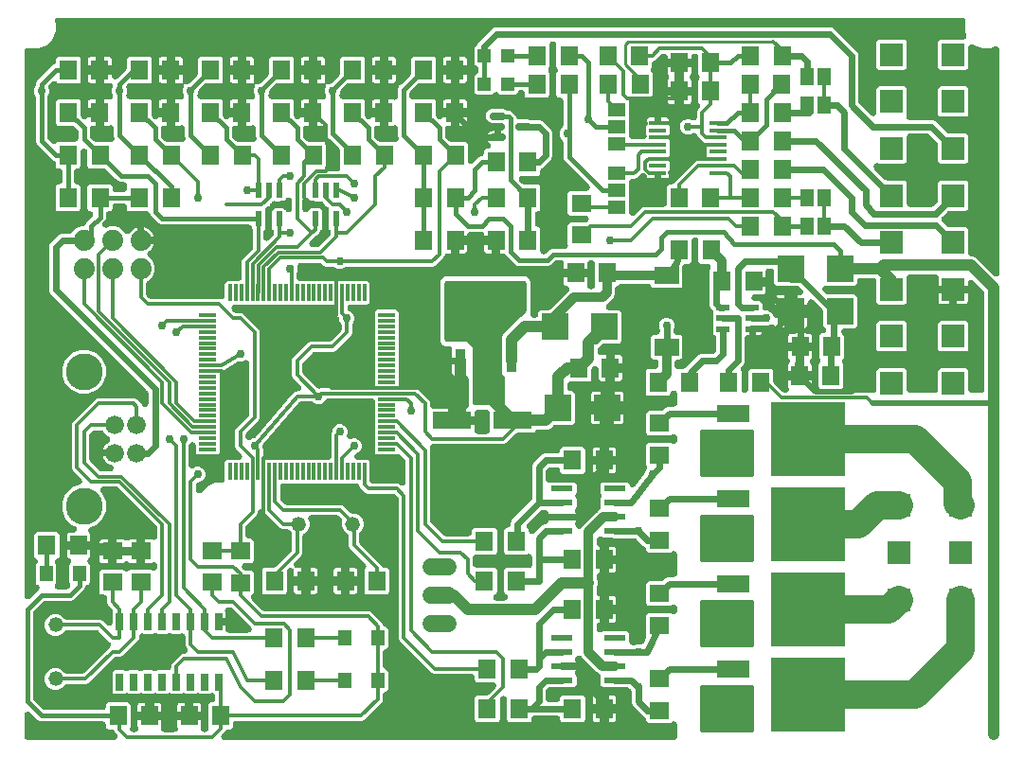
<source format=gbr>
G04 EAGLE Gerber X2 export*
%TF.Part,Single*%
%TF.FileFunction,Copper,L1,Top,Mixed*%
%TF.FilePolarity,Positive*%
%TF.GenerationSoftware,Autodesk,EAGLE,8.7.1*%
%TF.CreationDate,2018-04-19T12:08:15Z*%
G75*
%MOMM*%
%FSLAX34Y34*%
%LPD*%
%AMOC8*
5,1,8,0,0,1.08239X$1,22.5*%
G01*
%ADD10R,1.600000X1.800000*%
%ADD11R,1.800000X1.600000*%
%ADD12R,1.200000X1.400000*%
%ADD13R,1.500000X0.350000*%
%ADD14R,0.350000X1.500000*%
%ADD15R,1.981200X0.558800*%
%ADD16C,1.676400*%
%ADD17C,3.302000*%
%ADD18C,1.879600*%
%ADD19R,1.600000X1.803000*%
%ADD20R,1.803000X1.600000*%
%ADD21R,0.635000X1.524000*%
%ADD22C,1.320800*%
%ADD23R,3.000000X1.600000*%
%ADD24R,6.700000X6.700000*%
%ADD25R,2.100000X2.100000*%
%ADD26R,0.558800X1.320800*%
%ADD27C,0.650000*%
%ADD28R,1.500000X0.450000*%
%ADD29R,1.168400X1.600200*%
%ADD30R,1.600200X1.168400*%
%ADD31R,1.200000X1.200000*%
%ADD32R,1.200000X0.550000*%
%ADD33R,2.200000X1.600000*%
%ADD34R,2.400000X2.400000*%
%ADD35R,0.950000X2.150000*%
%ADD36R,3.250000X2.150000*%
%ADD37R,3.500000X1.600000*%
%ADD38C,1.524000*%
%ADD39C,0.756400*%
%ADD40C,0.304800*%
%ADD41C,0.406400*%
%ADD42C,0.609600*%
%ADD43C,0.812800*%
%ADD44C,1.016000*%
%ADD45C,0.508000*%
%ADD46C,2.032000*%
%ADD47C,2.540000*%
%ADD48C,0.254000*%

G36*
X109033Y17283D02*
X109033Y17283D01*
X109166Y17284D01*
X109279Y17303D01*
X109392Y17313D01*
X109521Y17345D01*
X109653Y17367D01*
X109761Y17404D01*
X109871Y17431D01*
X109993Y17484D01*
X110119Y17527D01*
X110220Y17581D01*
X110324Y17626D01*
X110437Y17697D01*
X110554Y17760D01*
X110644Y17830D01*
X110741Y17891D01*
X110840Y17980D01*
X110945Y18061D01*
X111023Y18144D01*
X111108Y18220D01*
X111192Y18323D01*
X111283Y18420D01*
X111347Y18515D01*
X111418Y18604D01*
X111484Y18719D01*
X111558Y18830D01*
X111606Y18933D01*
X111662Y19032D01*
X111709Y19157D01*
X111764Y19278D01*
X111794Y19388D01*
X111834Y19495D01*
X111859Y19625D01*
X111895Y19754D01*
X111907Y19867D01*
X111929Y19979D01*
X111933Y20112D01*
X111947Y20244D01*
X111940Y20358D01*
X111944Y20472D01*
X111927Y20604D01*
X111919Y20737D01*
X111894Y20848D01*
X111880Y20961D01*
X111841Y21089D01*
X111812Y21219D01*
X111779Y21296D01*
X111737Y21433D01*
X111594Y21725D01*
X111409Y22415D01*
X111409Y27751D01*
X120998Y27751D01*
X121074Y27757D01*
X121150Y27755D01*
X121319Y27777D01*
X121490Y27791D01*
X121563Y27809D01*
X121639Y27819D01*
X121803Y27868D01*
X121961Y27908D01*
X122077Y27865D01*
X122152Y27850D01*
X122224Y27827D01*
X122329Y27815D01*
X122561Y27770D01*
X122797Y27763D01*
X122902Y27751D01*
X132491Y27751D01*
X132491Y22415D01*
X132308Y21732D01*
X132303Y21723D01*
X132238Y21608D01*
X132198Y21501D01*
X132149Y21398D01*
X132112Y21270D01*
X132066Y21145D01*
X132044Y21033D01*
X132013Y20924D01*
X131997Y20791D01*
X131971Y20661D01*
X131968Y20547D01*
X131954Y20434D01*
X131960Y20301D01*
X131956Y20168D01*
X131971Y20055D01*
X131976Y19941D01*
X132003Y19811D01*
X132020Y19679D01*
X132053Y19570D01*
X132077Y19458D01*
X132125Y19334D01*
X132163Y19206D01*
X132213Y19104D01*
X132254Y18998D01*
X132321Y18883D01*
X132380Y18763D01*
X132446Y18670D01*
X132503Y18572D01*
X132588Y18470D01*
X132665Y18361D01*
X132745Y18280D01*
X132818Y18192D01*
X132918Y18105D01*
X133012Y18010D01*
X133104Y17943D01*
X133190Y17868D01*
X133303Y17798D01*
X133411Y17720D01*
X133513Y17668D01*
X133609Y17608D01*
X133732Y17557D01*
X133851Y17497D01*
X133960Y17463D01*
X134065Y17419D01*
X134195Y17389D01*
X134322Y17349D01*
X134405Y17340D01*
X134546Y17307D01*
X134934Y17280D01*
X134999Y17273D01*
X144401Y17273D01*
X144533Y17284D01*
X144667Y17284D01*
X144779Y17303D01*
X144892Y17313D01*
X145022Y17345D01*
X145153Y17367D01*
X145260Y17404D01*
X145371Y17431D01*
X145494Y17484D01*
X145620Y17527D01*
X145720Y17581D01*
X145824Y17626D01*
X145937Y17697D01*
X146054Y17760D01*
X146145Y17830D01*
X146241Y17891D01*
X146340Y17980D01*
X146446Y18061D01*
X146524Y18144D01*
X146608Y18220D01*
X146692Y18323D01*
X146783Y18420D01*
X146847Y18515D01*
X146918Y18604D01*
X146984Y18719D01*
X147059Y18830D01*
X147106Y18933D01*
X147162Y19032D01*
X147209Y19157D01*
X147264Y19278D01*
X147294Y19388D01*
X147334Y19495D01*
X147360Y19626D01*
X147395Y19754D01*
X147407Y19867D01*
X147429Y19979D01*
X147433Y20112D01*
X147447Y20245D01*
X147440Y20358D01*
X147444Y20472D01*
X147427Y20604D01*
X147419Y20737D01*
X147394Y20848D01*
X147380Y20961D01*
X147341Y21089D01*
X147312Y21219D01*
X147279Y21296D01*
X147237Y21433D01*
X147094Y21726D01*
X146909Y22415D01*
X146909Y27751D01*
X156498Y27751D01*
X156574Y27757D01*
X156650Y27755D01*
X156819Y27777D01*
X156990Y27791D01*
X157063Y27809D01*
X157139Y27819D01*
X157303Y27868D01*
X157461Y27908D01*
X157577Y27865D01*
X157652Y27850D01*
X157724Y27827D01*
X157829Y27815D01*
X158061Y27770D01*
X158297Y27763D01*
X158402Y27751D01*
X167991Y27751D01*
X167991Y22415D01*
X167808Y21732D01*
X167803Y21723D01*
X167738Y21608D01*
X167698Y21501D01*
X167649Y21398D01*
X167612Y21270D01*
X167566Y21145D01*
X167544Y21033D01*
X167513Y20924D01*
X167497Y20792D01*
X167471Y20661D01*
X167468Y20547D01*
X167454Y20434D01*
X167460Y20301D01*
X167456Y20168D01*
X167471Y20055D01*
X167476Y19941D01*
X167503Y19811D01*
X167520Y19679D01*
X167553Y19570D01*
X167577Y19458D01*
X167624Y19334D01*
X167663Y19206D01*
X167713Y19104D01*
X167754Y18998D01*
X167821Y18883D01*
X167880Y18763D01*
X167946Y18671D01*
X168003Y18572D01*
X168088Y18470D01*
X168165Y18361D01*
X168245Y18280D01*
X168318Y18192D01*
X168418Y18105D01*
X168512Y18010D01*
X168604Y17943D01*
X168690Y17868D01*
X168803Y17798D01*
X168911Y17720D01*
X169012Y17668D01*
X169109Y17608D01*
X169232Y17557D01*
X169351Y17497D01*
X169460Y17463D01*
X169565Y17420D01*
X169695Y17389D01*
X169822Y17349D01*
X169905Y17340D01*
X170045Y17307D01*
X170434Y17280D01*
X170499Y17273D01*
X171858Y17273D01*
X172038Y17287D01*
X172219Y17294D01*
X172284Y17307D01*
X172350Y17313D01*
X172525Y17356D01*
X172702Y17392D01*
X172764Y17415D01*
X172829Y17431D01*
X172995Y17503D01*
X173163Y17566D01*
X173221Y17600D01*
X173282Y17626D01*
X173434Y17723D01*
X173591Y17813D01*
X173642Y17855D01*
X173698Y17891D01*
X173833Y18011D01*
X173973Y18126D01*
X174017Y18175D01*
X174066Y18220D01*
X174180Y18360D01*
X174299Y18495D01*
X174334Y18552D01*
X174376Y18604D01*
X174465Y18760D01*
X174561Y18913D01*
X174587Y18974D01*
X174620Y19032D01*
X174683Y19202D01*
X174753Y19368D01*
X174769Y19432D01*
X174792Y19495D01*
X174826Y19672D01*
X174869Y19847D01*
X174874Y19914D01*
X174886Y19979D01*
X174892Y20159D01*
X174905Y20339D01*
X174900Y20406D01*
X174902Y20472D01*
X174878Y20651D01*
X174862Y20831D01*
X174848Y20881D01*
X174837Y20961D01*
X174695Y21433D01*
X174680Y21464D01*
X174674Y21486D01*
X174401Y22144D01*
X174401Y41356D01*
X174865Y42477D01*
X175723Y43335D01*
X176844Y43799D01*
X177830Y43799D01*
X177906Y43805D01*
X177982Y43803D01*
X178151Y43825D01*
X178322Y43839D01*
X178396Y43857D01*
X178471Y43867D01*
X178635Y43916D01*
X178801Y43957D01*
X178870Y43987D01*
X178944Y44009D01*
X179097Y44085D01*
X179254Y44152D01*
X179318Y44193D01*
X179387Y44226D01*
X179526Y44325D01*
X179670Y44417D01*
X179727Y44468D01*
X179789Y44512D01*
X179910Y44632D01*
X180038Y44746D01*
X180086Y44805D01*
X180140Y44859D01*
X180241Y44997D01*
X180348Y45130D01*
X180385Y45196D01*
X180430Y45257D01*
X180507Y45410D01*
X180592Y45558D01*
X180618Y45630D01*
X180653Y45698D01*
X180704Y45861D01*
X180763Y46021D01*
X180778Y46096D01*
X180801Y46168D01*
X180813Y46273D01*
X180858Y46505D01*
X180865Y46741D01*
X180877Y46846D01*
X180877Y49034D01*
X180860Y49252D01*
X180846Y49470D01*
X180840Y49498D01*
X180837Y49526D01*
X180785Y49738D01*
X180736Y49951D01*
X180725Y49978D01*
X180719Y50005D01*
X180632Y50206D01*
X180550Y50408D01*
X180535Y50432D01*
X180524Y50458D01*
X180407Y50643D01*
X180293Y50829D01*
X180274Y50851D01*
X180259Y50874D01*
X180114Y51037D01*
X179971Y51203D01*
X179949Y51221D01*
X179930Y51242D01*
X179760Y51380D01*
X179593Y51520D01*
X179573Y51531D01*
X179546Y51552D01*
X179281Y51703D01*
X179207Y51750D01*
X179177Y51763D01*
X179118Y51796D01*
X179042Y51824D01*
X178996Y51850D01*
X178966Y51862D01*
X178857Y51897D01*
X178752Y51942D01*
X178678Y51960D01*
X178655Y51968D01*
X178612Y51976D01*
X178496Y52013D01*
X178384Y52030D01*
X178273Y52057D01*
X178140Y52067D01*
X178009Y52087D01*
X177895Y52086D01*
X177781Y52094D01*
X177648Y52082D01*
X177515Y52081D01*
X177403Y52061D01*
X177289Y52051D01*
X177199Y52025D01*
X177029Y51995D01*
X176723Y51888D01*
X176634Y51862D01*
X175231Y51281D01*
X167669Y51281D01*
X166266Y51862D01*
X166157Y51897D01*
X166052Y51942D01*
X165923Y51973D01*
X165797Y52013D01*
X165684Y52030D01*
X165573Y52057D01*
X165440Y52067D01*
X165309Y52087D01*
X165195Y52086D01*
X165081Y52094D01*
X164948Y52082D01*
X164815Y52081D01*
X164703Y52061D01*
X164589Y52051D01*
X164499Y52025D01*
X164330Y51995D01*
X164023Y51888D01*
X163934Y51862D01*
X162531Y51281D01*
X154969Y51281D01*
X153566Y51862D01*
X153458Y51897D01*
X153352Y51942D01*
X153223Y51973D01*
X153097Y52013D01*
X152984Y52030D01*
X152873Y52057D01*
X152740Y52067D01*
X152609Y52087D01*
X152494Y52086D01*
X152381Y52094D01*
X152248Y52082D01*
X152115Y52081D01*
X152003Y52061D01*
X151889Y52051D01*
X151799Y52025D01*
X151630Y51995D01*
X151323Y51888D01*
X151234Y51862D01*
X149831Y51281D01*
X142269Y51281D01*
X140866Y51862D01*
X140757Y51897D01*
X140652Y51942D01*
X140523Y51973D01*
X140397Y52013D01*
X140284Y52030D01*
X140173Y52057D01*
X140040Y52067D01*
X139909Y52087D01*
X139795Y52086D01*
X139681Y52094D01*
X139548Y52082D01*
X139415Y52081D01*
X139303Y52061D01*
X139189Y52051D01*
X139099Y52025D01*
X138930Y51995D01*
X138623Y51888D01*
X138534Y51862D01*
X137131Y51281D01*
X129569Y51281D01*
X128166Y51862D01*
X128057Y51897D01*
X127952Y51942D01*
X127823Y51973D01*
X127697Y52013D01*
X127584Y52030D01*
X127473Y52057D01*
X127340Y52067D01*
X127209Y52087D01*
X127095Y52086D01*
X126981Y52094D01*
X126848Y52082D01*
X126715Y52081D01*
X126603Y52061D01*
X126489Y52051D01*
X126399Y52025D01*
X126230Y51995D01*
X125923Y51888D01*
X125834Y51862D01*
X124431Y51281D01*
X116869Y51281D01*
X115466Y51862D01*
X115358Y51897D01*
X115252Y51942D01*
X115123Y51973D01*
X114997Y52013D01*
X114884Y52030D01*
X114773Y52057D01*
X114640Y52067D01*
X114509Y52087D01*
X114394Y52086D01*
X114281Y52094D01*
X114148Y52082D01*
X114015Y52081D01*
X113903Y52061D01*
X113789Y52051D01*
X113699Y52025D01*
X113530Y51995D01*
X113223Y51888D01*
X113134Y51862D01*
X111731Y51281D01*
X104169Y51281D01*
X102766Y51862D01*
X102657Y51897D01*
X102552Y51942D01*
X102423Y51973D01*
X102297Y52013D01*
X102184Y52030D01*
X102073Y52057D01*
X101940Y52067D01*
X101809Y52087D01*
X101695Y52086D01*
X101581Y52094D01*
X101448Y52082D01*
X101315Y52081D01*
X101203Y52061D01*
X101089Y52051D01*
X100999Y52025D01*
X100830Y51995D01*
X100523Y51888D01*
X100434Y51862D01*
X99031Y51281D01*
X91469Y51281D01*
X90348Y51745D01*
X89490Y52603D01*
X89026Y53724D01*
X89026Y70176D01*
X89490Y71297D01*
X90348Y72155D01*
X91469Y72619D01*
X99031Y72619D01*
X100434Y72038D01*
X100542Y72003D01*
X100648Y71958D01*
X100777Y71927D01*
X100903Y71887D01*
X101016Y71870D01*
X101127Y71843D01*
X101260Y71833D01*
X101391Y71813D01*
X101506Y71814D01*
X101619Y71806D01*
X101752Y71818D01*
X101885Y71819D01*
X101997Y71839D01*
X102111Y71849D01*
X102201Y71875D01*
X102370Y71905D01*
X102677Y72012D01*
X102766Y72038D01*
X104169Y72619D01*
X111731Y72619D01*
X113134Y72038D01*
X113243Y72003D01*
X113348Y71958D01*
X113477Y71927D01*
X113603Y71887D01*
X113716Y71870D01*
X113827Y71843D01*
X113960Y71833D01*
X114091Y71813D01*
X114205Y71814D01*
X114319Y71806D01*
X114452Y71818D01*
X114585Y71819D01*
X114697Y71839D01*
X114811Y71849D01*
X114901Y71875D01*
X115070Y71905D01*
X115377Y72012D01*
X115466Y72038D01*
X116869Y72619D01*
X124431Y72619D01*
X125834Y72038D01*
X125942Y72003D01*
X126048Y71958D01*
X126177Y71927D01*
X126303Y71887D01*
X126416Y71870D01*
X126527Y71843D01*
X126660Y71833D01*
X126791Y71813D01*
X126906Y71814D01*
X127019Y71806D01*
X127152Y71818D01*
X127285Y71819D01*
X127397Y71839D01*
X127511Y71849D01*
X127601Y71875D01*
X127770Y71905D01*
X128077Y72012D01*
X128166Y72038D01*
X129569Y72619D01*
X137131Y72619D01*
X137264Y72564D01*
X137435Y72509D01*
X137605Y72446D01*
X137670Y72433D01*
X137733Y72413D01*
X137912Y72386D01*
X138089Y72351D01*
X138155Y72349D01*
X138221Y72339D01*
X138402Y72341D01*
X138582Y72336D01*
X138648Y72344D01*
X138714Y72345D01*
X138892Y72377D01*
X139071Y72400D01*
X139135Y72419D01*
X139200Y72431D01*
X139371Y72490D01*
X139544Y72543D01*
X139603Y72572D01*
X139666Y72594D01*
X139825Y72680D01*
X139987Y72759D01*
X140041Y72798D01*
X140099Y72830D01*
X140242Y72941D01*
X140389Y73045D01*
X140436Y73092D01*
X140489Y73132D01*
X140612Y73265D01*
X140740Y73392D01*
X140779Y73445D01*
X140824Y73494D01*
X140924Y73645D01*
X141030Y73790D01*
X141060Y73850D01*
X141097Y73905D01*
X141171Y74070D01*
X141253Y74231D01*
X141273Y74294D01*
X141300Y74355D01*
X141347Y74529D01*
X141401Y74701D01*
X141407Y74754D01*
X141428Y74831D01*
X141477Y75322D01*
X141475Y75356D01*
X141477Y75379D01*
X141477Y77110D01*
X142173Y78790D01*
X149810Y86427D01*
X151490Y87123D01*
X153054Y87123D01*
X153092Y87126D01*
X153130Y87124D01*
X153338Y87146D01*
X153545Y87163D01*
X153582Y87172D01*
X153620Y87176D01*
X153822Y87231D01*
X154024Y87281D01*
X154059Y87296D01*
X154096Y87307D01*
X154286Y87394D01*
X154478Y87476D01*
X154510Y87496D01*
X154545Y87512D01*
X154718Y87629D01*
X154894Y87741D01*
X154922Y87766D01*
X154954Y87788D01*
X155106Y87931D01*
X155262Y88070D01*
X155286Y88099D01*
X155313Y88126D01*
X155440Y88291D01*
X155572Y88454D01*
X155590Y88487D01*
X155614Y88517D01*
X155712Y88701D01*
X155816Y88882D01*
X155829Y88918D01*
X155847Y88952D01*
X155915Y89149D01*
X155987Y89345D01*
X155994Y89382D01*
X156007Y89418D01*
X156042Y89624D01*
X156082Y89829D01*
X156083Y89867D01*
X156089Y89905D01*
X156091Y90114D01*
X156097Y90322D01*
X156092Y90360D01*
X156092Y90398D01*
X156060Y90604D01*
X156033Y90811D01*
X156022Y90848D01*
X156016Y90885D01*
X155951Y91083D01*
X155890Y91283D01*
X155873Y91318D01*
X155862Y91354D01*
X155765Y91539D01*
X155673Y91727D01*
X155651Y91758D01*
X155634Y91792D01*
X155576Y91865D01*
X155388Y92129D01*
X155267Y92251D01*
X155208Y92325D01*
X154873Y92660D01*
X154177Y94340D01*
X154177Y102421D01*
X154163Y102601D01*
X154156Y102781D01*
X154143Y102846D01*
X154137Y102913D01*
X154094Y103088D01*
X154058Y103265D01*
X154035Y103327D01*
X154019Y103391D01*
X153947Y103557D01*
X153884Y103726D01*
X153850Y103784D01*
X153824Y103845D01*
X153727Y103997D01*
X153637Y104153D01*
X153595Y104205D01*
X153559Y104261D01*
X153439Y104395D01*
X153324Y104535D01*
X153275Y104579D01*
X153230Y104629D01*
X153090Y104742D01*
X152954Y104862D01*
X152898Y104897D01*
X152846Y104939D01*
X152690Y105028D01*
X152537Y105124D01*
X152475Y105150D01*
X152418Y105183D01*
X152248Y105245D01*
X152082Y105316D01*
X152018Y105331D01*
X151955Y105354D01*
X151778Y105389D01*
X151603Y105431D01*
X151536Y105436D01*
X151471Y105449D01*
X151291Y105455D01*
X151111Y105468D01*
X151044Y105462D01*
X150978Y105464D01*
X150799Y105441D01*
X150619Y105425D01*
X150568Y105410D01*
X150489Y105400D01*
X150017Y105257D01*
X149986Y105243D01*
X149964Y105236D01*
X149831Y105181D01*
X142269Y105181D01*
X140866Y105762D01*
X140757Y105797D01*
X140652Y105842D01*
X140523Y105873D01*
X140397Y105913D01*
X140284Y105930D01*
X140173Y105957D01*
X140040Y105967D01*
X139909Y105987D01*
X139795Y105986D01*
X139681Y105994D01*
X139548Y105982D01*
X139415Y105981D01*
X139303Y105961D01*
X139189Y105951D01*
X139099Y105925D01*
X138930Y105895D01*
X138623Y105788D01*
X138534Y105762D01*
X137131Y105181D01*
X129569Y105181D01*
X128166Y105762D01*
X128058Y105797D01*
X127952Y105842D01*
X127823Y105873D01*
X127697Y105913D01*
X127584Y105930D01*
X127473Y105957D01*
X127340Y105967D01*
X127209Y105987D01*
X127094Y105986D01*
X126981Y105994D01*
X126848Y105982D01*
X126715Y105981D01*
X126603Y105961D01*
X126489Y105951D01*
X126399Y105925D01*
X126230Y105895D01*
X125923Y105788D01*
X125834Y105762D01*
X124431Y105181D01*
X116869Y105181D01*
X116736Y105236D01*
X116565Y105291D01*
X116395Y105354D01*
X116330Y105367D01*
X116267Y105387D01*
X116088Y105414D01*
X115911Y105449D01*
X115845Y105451D01*
X115779Y105461D01*
X115598Y105459D01*
X115418Y105464D01*
X115352Y105456D01*
X115286Y105455D01*
X115108Y105423D01*
X114929Y105400D01*
X114865Y105381D01*
X114800Y105369D01*
X114629Y105310D01*
X114456Y105257D01*
X114397Y105228D01*
X114334Y105206D01*
X114175Y105120D01*
X114013Y105041D01*
X113959Y105002D01*
X113901Y104970D01*
X113758Y104859D01*
X113611Y104755D01*
X113564Y104708D01*
X113511Y104668D01*
X113388Y104535D01*
X113260Y104408D01*
X113221Y104355D01*
X113176Y104306D01*
X113076Y104155D01*
X112970Y104010D01*
X112940Y103950D01*
X112903Y103895D01*
X112829Y103730D01*
X112747Y103569D01*
X112727Y103506D01*
X112700Y103445D01*
X112653Y103271D01*
X112599Y103099D01*
X112593Y103046D01*
X112572Y102969D01*
X112523Y102478D01*
X112525Y102444D01*
X112523Y102421D01*
X112523Y100690D01*
X111827Y99010D01*
X97840Y85023D01*
X96160Y84327D01*
X92056Y84327D01*
X91943Y84318D01*
X91828Y84319D01*
X91697Y84298D01*
X91565Y84287D01*
X91454Y84260D01*
X91341Y84242D01*
X91215Y84201D01*
X91086Y84169D01*
X90981Y84124D01*
X90872Y84088D01*
X90754Y84026D01*
X90632Y83974D01*
X90536Y83913D01*
X90435Y83860D01*
X90361Y83801D01*
X90216Y83709D01*
X89974Y83493D01*
X89902Y83435D01*
X67360Y60893D01*
X65680Y60197D01*
X48441Y60197D01*
X48327Y60188D01*
X48213Y60189D01*
X48081Y60168D01*
X47949Y60157D01*
X47838Y60130D01*
X47725Y60112D01*
X47599Y60071D01*
X47470Y60039D01*
X47365Y59994D01*
X47257Y59958D01*
X47139Y59896D01*
X47017Y59844D01*
X46920Y59783D01*
X46819Y59730D01*
X46745Y59671D01*
X46601Y59579D01*
X46358Y59363D01*
X46286Y59305D01*
X43568Y56587D01*
X40020Y55117D01*
X36180Y55117D01*
X32632Y56587D01*
X29917Y59302D01*
X28447Y62850D01*
X28447Y66690D01*
X29917Y70238D01*
X32632Y72953D01*
X36180Y74423D01*
X40020Y74423D01*
X43568Y72953D01*
X46286Y70235D01*
X46373Y70161D01*
X46453Y70080D01*
X46560Y70002D01*
X46662Y69916D01*
X46760Y69857D01*
X46852Y69790D01*
X46970Y69730D01*
X47084Y69661D01*
X47190Y69619D01*
X47292Y69567D01*
X47419Y69527D01*
X47542Y69478D01*
X47654Y69453D01*
X47763Y69419D01*
X47856Y69409D01*
X48024Y69371D01*
X48348Y69353D01*
X48441Y69343D01*
X61614Y69343D01*
X61727Y69352D01*
X61842Y69351D01*
X61973Y69372D01*
X62105Y69383D01*
X62216Y69410D01*
X62329Y69428D01*
X62455Y69469D01*
X62584Y69501D01*
X62689Y69546D01*
X62798Y69582D01*
X62916Y69644D01*
X63038Y69696D01*
X63134Y69757D01*
X63235Y69810D01*
X63309Y69869D01*
X63454Y69961D01*
X63696Y70177D01*
X63768Y70235D01*
X86628Y93095D01*
X86678Y93153D01*
X86733Y93205D01*
X86837Y93341D01*
X86948Y93471D01*
X86987Y93537D01*
X87034Y93597D01*
X87114Y93747D01*
X87203Y93894D01*
X87231Y93965D01*
X87267Y94032D01*
X87322Y94193D01*
X87386Y94352D01*
X87402Y94426D01*
X87427Y94498D01*
X87455Y94667D01*
X87492Y94833D01*
X87497Y94910D01*
X87509Y94985D01*
X87510Y95156D01*
X87520Y95326D01*
X87512Y95402D01*
X87512Y95478D01*
X87486Y95647D01*
X87468Y95817D01*
X87448Y95890D01*
X87436Y95965D01*
X87382Y96128D01*
X87337Y96292D01*
X87305Y96362D01*
X87282Y96434D01*
X87203Y96585D01*
X87131Y96741D01*
X87089Y96804D01*
X87054Y96872D01*
X86988Y96954D01*
X86856Y97150D01*
X86694Y97323D01*
X86628Y97405D01*
X76468Y107565D01*
X76381Y107639D01*
X76301Y107720D01*
X76194Y107798D01*
X76092Y107884D01*
X75995Y107943D01*
X75902Y108010D01*
X75784Y108070D01*
X75670Y108139D01*
X75564Y108181D01*
X75462Y108233D01*
X75335Y108273D01*
X75212Y108322D01*
X75101Y108347D01*
X74991Y108381D01*
X74898Y108391D01*
X74730Y108429D01*
X74406Y108447D01*
X74314Y108457D01*
X48440Y108457D01*
X48327Y108448D01*
X48212Y108449D01*
X48081Y108428D01*
X47949Y108417D01*
X47838Y108390D01*
X47725Y108372D01*
X47599Y108331D01*
X47470Y108299D01*
X47365Y108254D01*
X47257Y108218D01*
X47139Y108156D01*
X47017Y108104D01*
X46920Y108043D01*
X46819Y107990D01*
X46745Y107931D01*
X46600Y107839D01*
X46359Y107623D01*
X46286Y107565D01*
X43568Y104847D01*
X40020Y103377D01*
X36180Y103377D01*
X32632Y104847D01*
X29917Y107562D01*
X28447Y111110D01*
X28447Y114950D01*
X29917Y118498D01*
X32632Y121213D01*
X36180Y122683D01*
X40020Y122683D01*
X43568Y121213D01*
X46286Y118495D01*
X46373Y118421D01*
X46453Y118340D01*
X46560Y118262D01*
X46662Y118176D01*
X46760Y118117D01*
X46852Y118050D01*
X46970Y117990D01*
X47084Y117921D01*
X47190Y117879D01*
X47292Y117827D01*
X47419Y117787D01*
X47542Y117738D01*
X47654Y117713D01*
X47763Y117679D01*
X47856Y117669D01*
X48024Y117631D01*
X48348Y117613D01*
X48440Y117603D01*
X78380Y117603D01*
X80060Y116907D01*
X83824Y113143D01*
X83853Y113118D01*
X83879Y113089D01*
X84041Y112959D01*
X84200Y112823D01*
X84233Y112803D01*
X84263Y112779D01*
X84444Y112676D01*
X84623Y112568D01*
X84658Y112554D01*
X84691Y112535D01*
X84887Y112463D01*
X85081Y112385D01*
X85118Y112377D01*
X85154Y112364D01*
X85359Y112324D01*
X85563Y112279D01*
X85601Y112276D01*
X85638Y112269D01*
X85846Y112263D01*
X86055Y112251D01*
X86093Y112255D01*
X86131Y112254D01*
X86338Y112281D01*
X86546Y112303D01*
X86582Y112313D01*
X86620Y112318D01*
X86820Y112379D01*
X87021Y112434D01*
X87056Y112450D01*
X87093Y112461D01*
X87280Y112553D01*
X87470Y112640D01*
X87501Y112661D01*
X87536Y112678D01*
X87706Y112798D01*
X87879Y112915D01*
X87907Y112941D01*
X87938Y112963D01*
X88086Y113110D01*
X88239Y113253D01*
X88262Y113283D01*
X88289Y113310D01*
X88412Y113479D01*
X88539Y113644D01*
X88557Y113678D01*
X88579Y113709D01*
X88673Y113895D01*
X88772Y114079D01*
X88785Y114115D01*
X88802Y114149D01*
X88864Y114348D01*
X88932Y114546D01*
X88938Y114583D01*
X88950Y114620D01*
X88960Y114712D01*
X89015Y115032D01*
X89016Y115204D01*
X89026Y115297D01*
X89026Y124076D01*
X89032Y124091D01*
X89099Y124299D01*
X89170Y124505D01*
X89175Y124533D01*
X89183Y124560D01*
X89216Y124776D01*
X89253Y124992D01*
X89253Y125020D01*
X89257Y125048D01*
X89254Y125266D01*
X89256Y125485D01*
X89251Y125513D01*
X89251Y125541D01*
X89213Y125756D01*
X89179Y125972D01*
X89170Y125999D01*
X89165Y126027D01*
X89093Y126233D01*
X89025Y126441D01*
X89012Y126466D01*
X89002Y126493D01*
X88898Y126685D01*
X88797Y126878D01*
X88782Y126897D01*
X88766Y126926D01*
X88464Y127316D01*
X88405Y127370D01*
X88372Y127412D01*
X86738Y129045D01*
X85023Y130760D01*
X84327Y132440D01*
X84327Y137004D01*
X84321Y137080D01*
X84323Y137156D01*
X84301Y137325D01*
X84287Y137496D01*
X84269Y137570D01*
X84259Y137645D01*
X84210Y137809D01*
X84169Y137975D01*
X84139Y138044D01*
X84117Y138118D01*
X84041Y138271D01*
X83974Y138428D01*
X83933Y138492D01*
X83900Y138561D01*
X83801Y138700D01*
X83709Y138844D01*
X83658Y138901D01*
X83614Y138963D01*
X83494Y139084D01*
X83380Y139212D01*
X83321Y139260D01*
X83267Y139314D01*
X83129Y139415D01*
X82996Y139522D01*
X82930Y139559D01*
X82869Y139604D01*
X82716Y139681D01*
X82568Y139766D01*
X82496Y139792D01*
X82428Y139827D01*
X82265Y139878D01*
X82105Y139937D01*
X82030Y139952D01*
X81958Y139975D01*
X81853Y139987D01*
X81621Y140032D01*
X81385Y140039D01*
X81280Y140051D01*
X79294Y140051D01*
X78173Y140515D01*
X77315Y141373D01*
X76851Y142494D01*
X76851Y159706D01*
X77315Y160827D01*
X78173Y161685D01*
X79294Y162149D01*
X98506Y162149D01*
X99689Y161659D01*
X99691Y161658D01*
X99821Y161547D01*
X99886Y161508D01*
X99947Y161461D01*
X100097Y161380D01*
X100244Y161292D01*
X100314Y161264D01*
X100382Y161228D01*
X100543Y161173D01*
X100702Y161109D01*
X100776Y161093D01*
X100848Y161068D01*
X101017Y161039D01*
X101183Y161002D01*
X101259Y160998D01*
X101335Y160985D01*
X101506Y160984D01*
X101676Y160975D01*
X101752Y160983D01*
X101828Y160982D01*
X101997Y161009D01*
X102166Y161027D01*
X102240Y161047D01*
X102315Y161059D01*
X102478Y161112D01*
X102642Y161158D01*
X102711Y161189D01*
X102784Y161213D01*
X102935Y161292D01*
X103091Y161363D01*
X103154Y161406D01*
X103222Y161441D01*
X103304Y161507D01*
X103500Y161639D01*
X103530Y161667D01*
X104694Y162149D01*
X123906Y162149D01*
X124564Y161876D01*
X124735Y161821D01*
X124905Y161758D01*
X124970Y161746D01*
X125033Y161725D01*
X125212Y161698D01*
X125389Y161664D01*
X125455Y161662D01*
X125521Y161652D01*
X125702Y161654D01*
X125882Y161648D01*
X125948Y161657D01*
X126015Y161658D01*
X126192Y161689D01*
X126371Y161713D01*
X126435Y161732D01*
X126500Y161743D01*
X126671Y161803D01*
X126844Y161855D01*
X126903Y161884D01*
X126966Y161906D01*
X127125Y161993D01*
X127287Y162072D01*
X127341Y162110D01*
X127399Y162142D01*
X127542Y162253D01*
X127689Y162358D01*
X127736Y162404D01*
X127789Y162445D01*
X127912Y162577D01*
X128040Y162704D01*
X128079Y162758D01*
X128124Y162807D01*
X128224Y162957D01*
X128330Y163103D01*
X128360Y163162D01*
X128397Y163218D01*
X128471Y163382D01*
X128553Y163543D01*
X128573Y163607D01*
X128600Y163667D01*
X128647Y163842D01*
X128701Y164014D01*
X128707Y164066D01*
X128728Y164144D01*
X128777Y164635D01*
X128775Y164668D01*
X128777Y164692D01*
X128777Y166051D01*
X128766Y166183D01*
X128766Y166317D01*
X128747Y166429D01*
X128737Y166542D01*
X128705Y166672D01*
X128683Y166803D01*
X128646Y166910D01*
X128619Y167021D01*
X128566Y167144D01*
X128523Y167270D01*
X128469Y167370D01*
X128424Y167474D01*
X128353Y167587D01*
X128290Y167704D01*
X128220Y167795D01*
X128159Y167891D01*
X128070Y167990D01*
X127989Y168096D01*
X127906Y168174D01*
X127830Y168258D01*
X127727Y168342D01*
X127630Y168433D01*
X127535Y168497D01*
X127446Y168568D01*
X127331Y168634D01*
X127220Y168709D01*
X127117Y168756D01*
X127018Y168812D01*
X126893Y168859D01*
X126772Y168914D01*
X126662Y168944D01*
X126555Y168984D01*
X126424Y169010D01*
X126296Y169045D01*
X126183Y169057D01*
X126071Y169079D01*
X125938Y169083D01*
X125805Y169097D01*
X125692Y169090D01*
X125578Y169094D01*
X125446Y169077D01*
X125313Y169069D01*
X125202Y169044D01*
X125089Y169030D01*
X124961Y168991D01*
X124831Y168962D01*
X124754Y168929D01*
X124617Y168887D01*
X124324Y168744D01*
X123635Y168559D01*
X118299Y168559D01*
X118299Y178148D01*
X118293Y178224D01*
X118295Y178300D01*
X118273Y178469D01*
X118259Y178640D01*
X118241Y178713D01*
X118231Y178789D01*
X118182Y178953D01*
X118142Y179111D01*
X118185Y179227D01*
X118200Y179302D01*
X118223Y179374D01*
X118235Y179479D01*
X118280Y179711D01*
X118287Y179947D01*
X118299Y180052D01*
X118299Y189641D01*
X123635Y189641D01*
X124318Y189458D01*
X124327Y189453D01*
X124442Y189388D01*
X124549Y189348D01*
X124652Y189299D01*
X124780Y189262D01*
X124905Y189216D01*
X125017Y189194D01*
X125126Y189163D01*
X125258Y189147D01*
X125389Y189121D01*
X125503Y189118D01*
X125616Y189104D01*
X125749Y189110D01*
X125882Y189106D01*
X125995Y189121D01*
X126109Y189126D01*
X126239Y189153D01*
X126371Y189170D01*
X126480Y189203D01*
X126592Y189227D01*
X126716Y189274D01*
X126844Y189313D01*
X126946Y189363D01*
X127052Y189404D01*
X127167Y189471D01*
X127287Y189530D01*
X127379Y189596D01*
X127478Y189653D01*
X127580Y189738D01*
X127689Y189815D01*
X127770Y189895D01*
X127858Y189968D01*
X127945Y190068D01*
X128040Y190162D01*
X128107Y190254D01*
X128182Y190340D01*
X128252Y190453D01*
X128330Y190561D01*
X128382Y190662D01*
X128442Y190759D01*
X128493Y190882D01*
X128553Y191001D01*
X128587Y191110D01*
X128630Y191215D01*
X128661Y191345D01*
X128701Y191472D01*
X128710Y191555D01*
X128743Y191695D01*
X128770Y192084D01*
X128777Y192149D01*
X128777Y200044D01*
X128768Y200157D01*
X128769Y200272D01*
X128748Y200403D01*
X128737Y200535D01*
X128710Y200646D01*
X128692Y200759D01*
X128651Y200885D01*
X128619Y201014D01*
X128574Y201119D01*
X128538Y201228D01*
X128476Y201346D01*
X128424Y201468D01*
X128363Y201564D01*
X128310Y201665D01*
X128251Y201739D01*
X128159Y201884D01*
X127943Y202126D01*
X127885Y202198D01*
X94248Y235835D01*
X94161Y235909D01*
X94081Y235990D01*
X93974Y236068D01*
X93872Y236154D01*
X93775Y236213D01*
X93682Y236280D01*
X93564Y236340D01*
X93450Y236409D01*
X93344Y236451D01*
X93242Y236503D01*
X93115Y236543D01*
X92992Y236592D01*
X92881Y236617D01*
X92771Y236651D01*
X92678Y236661D01*
X92510Y236699D01*
X92186Y236717D01*
X92094Y236727D01*
X81114Y236727D01*
X81076Y236724D01*
X81038Y236726D01*
X80830Y236704D01*
X80622Y236687D01*
X80585Y236678D01*
X80547Y236674D01*
X80346Y236619D01*
X80143Y236569D01*
X80108Y236554D01*
X80071Y236543D01*
X79881Y236456D01*
X79690Y236374D01*
X79658Y236354D01*
X79623Y236338D01*
X79449Y236221D01*
X79274Y236109D01*
X79245Y236084D01*
X79214Y236062D01*
X79061Y235919D01*
X78906Y235780D01*
X78882Y235751D01*
X78854Y235724D01*
X78727Y235559D01*
X78596Y235396D01*
X78577Y235363D01*
X78554Y235333D01*
X78455Y235149D01*
X78352Y234968D01*
X78339Y234932D01*
X78321Y234898D01*
X78253Y234701D01*
X78180Y234505D01*
X78173Y234468D01*
X78161Y234432D01*
X78126Y234225D01*
X78086Y234021D01*
X78084Y233983D01*
X78078Y233945D01*
X78077Y233736D01*
X78070Y233528D01*
X78075Y233490D01*
X78075Y233452D01*
X78107Y233245D01*
X78135Y233039D01*
X78146Y233002D01*
X78152Y232965D01*
X78217Y232766D01*
X78277Y232567D01*
X78294Y232532D01*
X78306Y232496D01*
X78402Y232311D01*
X78494Y232123D01*
X78516Y232092D01*
X78534Y232058D01*
X78592Y231986D01*
X78779Y231721D01*
X78900Y231599D01*
X78959Y231525D01*
X80203Y230281D01*
X83181Y223093D01*
X83181Y215311D01*
X80203Y208123D01*
X74701Y202621D01*
X69090Y200297D01*
X68930Y200214D01*
X68765Y200139D01*
X68710Y200102D01*
X68651Y200072D01*
X68506Y199964D01*
X68356Y199864D01*
X68308Y199818D01*
X68254Y199779D01*
X68128Y199649D01*
X67997Y199526D01*
X67956Y199473D01*
X67910Y199426D01*
X67806Y199278D01*
X67696Y199134D01*
X67665Y199076D01*
X67627Y199021D01*
X67548Y198858D01*
X67463Y198700D01*
X67442Y198637D01*
X67413Y198577D01*
X67362Y198404D01*
X67303Y198233D01*
X67292Y198168D01*
X67273Y198104D01*
X67251Y197925D01*
X67220Y197747D01*
X67220Y197680D01*
X67212Y197614D01*
X67219Y197434D01*
X67217Y197253D01*
X67228Y197187D01*
X67230Y197121D01*
X67266Y196945D01*
X67294Y196766D01*
X67315Y196703D01*
X67328Y196638D01*
X67392Y196469D01*
X67448Y196297D01*
X67479Y196239D01*
X67503Y196176D01*
X67593Y196020D01*
X67676Y195860D01*
X67709Y195819D01*
X67749Y195749D01*
X68062Y195367D01*
X68087Y195345D01*
X68101Y195327D01*
X68703Y194725D01*
X69038Y194146D01*
X69211Y193500D01*
X69211Y188149D01*
X59622Y188149D01*
X59546Y188143D01*
X59470Y188145D01*
X59301Y188123D01*
X59130Y188109D01*
X59057Y188091D01*
X58981Y188081D01*
X58817Y188032D01*
X58659Y187992D01*
X58543Y188035D01*
X58468Y188050D01*
X58396Y188073D01*
X58291Y188085D01*
X58059Y188130D01*
X57823Y188137D01*
X57718Y188149D01*
X48129Y188149D01*
X48129Y193500D01*
X48302Y194146D01*
X48637Y194725D01*
X49110Y195198D01*
X49689Y195533D01*
X50335Y195706D01*
X53918Y195706D01*
X54060Y195717D01*
X54203Y195719D01*
X54306Y195737D01*
X54410Y195746D01*
X54548Y195780D01*
X54688Y195805D01*
X54787Y195839D01*
X54889Y195864D01*
X55020Y195921D01*
X55154Y195968D01*
X55246Y196018D01*
X55342Y196059D01*
X55462Y196135D01*
X55587Y196204D01*
X55670Y196268D01*
X55758Y196324D01*
X55864Y196419D01*
X55977Y196506D01*
X56048Y196583D01*
X56126Y196653D01*
X56215Y196764D01*
X56312Y196868D01*
X56370Y196955D01*
X56436Y197037D01*
X56506Y197160D01*
X56585Y197279D01*
X56628Y197374D01*
X56680Y197465D01*
X56729Y197599D01*
X56788Y197729D01*
X56815Y197830D01*
X56851Y197928D01*
X56879Y198067D01*
X56916Y198205D01*
X56926Y198310D01*
X56946Y198412D01*
X56951Y198554D01*
X56965Y198696D01*
X56958Y198801D01*
X56962Y198905D01*
X56943Y199046D01*
X56934Y199189D01*
X56911Y199290D01*
X56897Y199394D01*
X56856Y199531D01*
X56824Y199670D01*
X56785Y199766D01*
X56755Y199866D01*
X56692Y199995D01*
X56638Y200127D01*
X56584Y200216D01*
X56538Y200310D01*
X56455Y200426D01*
X56381Y200547D01*
X56313Y200627D01*
X56252Y200712D01*
X56152Y200813D01*
X56059Y200921D01*
X55979Y200989D01*
X55906Y201063D01*
X55790Y201147D01*
X55681Y201238D01*
X55612Y201276D01*
X55507Y201353D01*
X55120Y201549D01*
X55084Y201568D01*
X52543Y202621D01*
X47041Y208123D01*
X44063Y215311D01*
X44063Y223093D01*
X47041Y230281D01*
X52543Y235783D01*
X59896Y238829D01*
X60056Y238911D01*
X60220Y238986D01*
X60276Y239024D01*
X60335Y239054D01*
X60480Y239161D01*
X60630Y239262D01*
X60678Y239307D01*
X60732Y239347D01*
X60858Y239476D01*
X60989Y239600D01*
X61030Y239652D01*
X61076Y239700D01*
X61180Y239848D01*
X61290Y239991D01*
X61321Y240049D01*
X61359Y240104D01*
X61438Y240267D01*
X61523Y240426D01*
X61544Y240489D01*
X61573Y240549D01*
X61624Y240722D01*
X61683Y240892D01*
X61694Y240958D01*
X61713Y241022D01*
X61735Y241200D01*
X61765Y241379D01*
X61766Y241445D01*
X61774Y241511D01*
X61767Y241691D01*
X61768Y241872D01*
X61758Y241938D01*
X61756Y242004D01*
X61720Y242181D01*
X61692Y242359D01*
X61671Y242423D01*
X61658Y242488D01*
X61594Y242656D01*
X61537Y242828D01*
X61507Y242887D01*
X61483Y242949D01*
X61393Y243105D01*
X61310Y243266D01*
X61277Y243307D01*
X61237Y243376D01*
X60924Y243758D01*
X60899Y243781D01*
X60884Y243799D01*
X53273Y251410D01*
X52577Y253090D01*
X52577Y293010D01*
X53273Y294690D01*
X73610Y315027D01*
X75290Y315723D01*
X108860Y315723D01*
X110540Y315027D01*
X114489Y311078D01*
X115041Y309745D01*
X115106Y309618D01*
X115162Y309487D01*
X115218Y309399D01*
X115266Y309306D01*
X115350Y309192D01*
X115427Y309071D01*
X115497Y308993D01*
X115559Y308909D01*
X115661Y308810D01*
X115756Y308704D01*
X115837Y308638D01*
X115912Y308565D01*
X116029Y308483D01*
X116140Y308394D01*
X116230Y308342D01*
X116316Y308282D01*
X116444Y308220D01*
X116568Y308150D01*
X116666Y308113D01*
X116760Y308068D01*
X116897Y308028D01*
X117031Y307978D01*
X117133Y307958D01*
X117234Y307928D01*
X117375Y307911D01*
X117515Y307883D01*
X117619Y307880D01*
X117723Y307867D01*
X117866Y307872D01*
X118008Y307868D01*
X118112Y307882D01*
X118216Y307885D01*
X118356Y307914D01*
X118497Y307932D01*
X118597Y307963D01*
X118700Y307983D01*
X118833Y308034D01*
X118970Y308075D01*
X119063Y308121D01*
X119161Y308158D01*
X119285Y308229D01*
X119413Y308292D01*
X119498Y308352D01*
X119588Y308404D01*
X119699Y308495D01*
X119815Y308577D01*
X119889Y308651D01*
X119970Y308717D01*
X120065Y308824D01*
X120166Y308924D01*
X120227Y309008D01*
X120297Y309087D01*
X120373Y309208D01*
X120456Y309323D01*
X120503Y309416D01*
X120559Y309505D01*
X120615Y309636D01*
X120679Y309763D01*
X120710Y309863D01*
X120751Y309959D01*
X120784Y310098D01*
X120827Y310234D01*
X120836Y310312D01*
X120866Y310439D01*
X120899Y310871D01*
X120903Y310911D01*
X120903Y320062D01*
X120894Y320176D01*
X120895Y320290D01*
X120874Y320422D01*
X120863Y320554D01*
X120836Y320665D01*
X120818Y320778D01*
X120777Y320904D01*
X120745Y321033D01*
X120700Y321138D01*
X120664Y321246D01*
X120602Y321364D01*
X120550Y321486D01*
X120489Y321583D01*
X120436Y321684D01*
X120377Y321758D01*
X120285Y321902D01*
X120069Y322145D01*
X120011Y322217D01*
X32931Y409296D01*
X32003Y411537D01*
X32003Y452063D01*
X32931Y454304D01*
X38853Y460225D01*
X40996Y462369D01*
X43237Y463297D01*
X50732Y463297D01*
X50846Y463306D01*
X50960Y463305D01*
X51092Y463326D01*
X51224Y463337D01*
X51335Y463364D01*
X51448Y463382D01*
X51574Y463423D01*
X51703Y463455D01*
X51808Y463500D01*
X51916Y463536D01*
X52034Y463598D01*
X52156Y463650D01*
X52252Y463711D01*
X52354Y463764D01*
X52427Y463823D01*
X52572Y463915D01*
X52814Y464131D01*
X52887Y464189D01*
X56449Y467752D01*
X61024Y469647D01*
X62210Y469647D01*
X62428Y469664D01*
X62645Y469678D01*
X62673Y469684D01*
X62701Y469687D01*
X62914Y469739D01*
X63126Y469788D01*
X63153Y469799D01*
X63180Y469805D01*
X63381Y469892D01*
X63583Y469974D01*
X63607Y469989D01*
X63634Y470000D01*
X63818Y470117D01*
X64004Y470231D01*
X64026Y470250D01*
X64050Y470265D01*
X64212Y470410D01*
X64378Y470553D01*
X64396Y470575D01*
X64417Y470594D01*
X64554Y470763D01*
X64695Y470931D01*
X64706Y470952D01*
X64727Y470978D01*
X64971Y471406D01*
X64999Y471482D01*
X65025Y471528D01*
X65543Y472778D01*
X70799Y478034D01*
X70824Y478063D01*
X70852Y478089D01*
X70983Y478251D01*
X71119Y478410D01*
X71138Y478443D01*
X71162Y478473D01*
X71265Y478654D01*
X71373Y478833D01*
X71387Y478868D01*
X71406Y478901D01*
X71479Y479097D01*
X71556Y479291D01*
X71564Y479328D01*
X71578Y479364D01*
X71618Y479569D01*
X71663Y479773D01*
X71665Y479811D01*
X71672Y479848D01*
X71679Y480056D01*
X71691Y480265D01*
X71687Y480303D01*
X71688Y480341D01*
X71661Y480548D01*
X71638Y480756D01*
X71628Y480792D01*
X71623Y480830D01*
X71563Y481030D01*
X71508Y481231D01*
X71492Y481266D01*
X71481Y481303D01*
X71389Y481490D01*
X71302Y481680D01*
X71281Y481712D01*
X71264Y481746D01*
X71144Y481915D01*
X71027Y482089D01*
X71000Y482117D01*
X70978Y482148D01*
X70832Y482296D01*
X70689Y482449D01*
X70659Y482472D01*
X70632Y482499D01*
X70463Y482622D01*
X70297Y482749D01*
X70264Y482767D01*
X70233Y482789D01*
X70047Y482883D01*
X69863Y482982D01*
X69826Y482995D01*
X69793Y483012D01*
X69594Y483074D01*
X69396Y483142D01*
X69358Y483148D01*
X69322Y483160D01*
X69289Y483164D01*
X67993Y483700D01*
X67135Y484558D01*
X66671Y485679D01*
X66671Y504921D01*
X67135Y506042D01*
X67993Y506900D01*
X69114Y507364D01*
X86326Y507364D01*
X87447Y506900D01*
X88305Y506042D01*
X88769Y504921D01*
X88769Y503428D01*
X88775Y503352D01*
X88773Y503276D01*
X88795Y503107D01*
X88809Y502936D01*
X88827Y502862D01*
X88837Y502787D01*
X88886Y502623D01*
X88927Y502457D01*
X88957Y502388D01*
X88979Y502314D01*
X89055Y502161D01*
X89122Y502004D01*
X89163Y501940D01*
X89196Y501871D01*
X89295Y501732D01*
X89387Y501588D01*
X89438Y501531D01*
X89482Y501469D01*
X89602Y501348D01*
X89716Y501220D01*
X89775Y501172D01*
X89829Y501118D01*
X89967Y501017D01*
X90100Y500910D01*
X90166Y500873D01*
X90227Y500828D01*
X90380Y500751D01*
X90528Y500666D01*
X90600Y500640D01*
X90668Y500605D01*
X90831Y500554D01*
X90991Y500495D01*
X91066Y500480D01*
X91138Y500457D01*
X91243Y500445D01*
X91475Y500400D01*
X91711Y500393D01*
X91816Y500381D01*
X98684Y500381D01*
X98760Y500387D01*
X98836Y500385D01*
X99005Y500407D01*
X99176Y500421D01*
X99250Y500439D01*
X99325Y500449D01*
X99489Y500498D01*
X99655Y500539D01*
X99724Y500569D01*
X99798Y500591D01*
X99951Y500667D01*
X100108Y500734D01*
X100172Y500775D01*
X100241Y500808D01*
X100380Y500907D01*
X100524Y500999D01*
X100581Y501050D01*
X100643Y501094D01*
X100764Y501214D01*
X100892Y501328D01*
X100940Y501387D01*
X100994Y501441D01*
X101095Y501579D01*
X101202Y501712D01*
X101239Y501778D01*
X101284Y501839D01*
X101361Y501992D01*
X101446Y502140D01*
X101472Y502212D01*
X101507Y502280D01*
X101558Y502443D01*
X101617Y502603D01*
X101632Y502678D01*
X101655Y502750D01*
X101667Y502855D01*
X101712Y503087D01*
X101719Y503323D01*
X101731Y503428D01*
X101731Y504921D01*
X101787Y505056D01*
X101842Y505228D01*
X101905Y505397D01*
X101918Y505462D01*
X101938Y505525D01*
X101965Y505704D01*
X102000Y505881D01*
X102002Y505947D01*
X102012Y506013D01*
X102010Y506194D01*
X102015Y506374D01*
X102006Y506440D01*
X102006Y506507D01*
X101974Y506684D01*
X101951Y506863D01*
X101932Y506927D01*
X101920Y506992D01*
X101860Y507163D01*
X101808Y507336D01*
X101779Y507395D01*
X101757Y507458D01*
X101671Y507616D01*
X101591Y507779D01*
X101553Y507833D01*
X101521Y507891D01*
X101410Y508034D01*
X101306Y508181D01*
X101259Y508228D01*
X101218Y508281D01*
X101086Y508403D01*
X100959Y508532D01*
X100905Y508571D01*
X100857Y508616D01*
X100706Y508716D01*
X100560Y508822D01*
X100501Y508852D01*
X100446Y508889D01*
X100281Y508963D01*
X100120Y509045D01*
X100057Y509065D01*
X99996Y509092D01*
X99822Y509139D01*
X99649Y509193D01*
X99597Y509199D01*
X99519Y509220D01*
X99028Y509269D01*
X98995Y509267D01*
X98972Y509269D01*
X95759Y509269D01*
X93892Y510043D01*
X92034Y511900D01*
X92034Y511901D01*
X83491Y520444D01*
X83404Y520518D01*
X83324Y520599D01*
X83216Y520677D01*
X83115Y520763D01*
X83017Y520822D01*
X82925Y520889D01*
X82807Y520949D01*
X82693Y521018D01*
X82586Y521060D01*
X82485Y521112D01*
X82358Y521152D01*
X82234Y521201D01*
X82123Y521226D01*
X82014Y521260D01*
X81921Y521270D01*
X81753Y521308D01*
X81429Y521326D01*
X81336Y521336D01*
X69114Y521336D01*
X67993Y521800D01*
X67135Y522658D01*
X66671Y523779D01*
X66671Y536001D01*
X66662Y536115D01*
X66663Y536229D01*
X66642Y536361D01*
X66631Y536493D01*
X66604Y536604D01*
X66586Y536717D01*
X66545Y536843D01*
X66513Y536972D01*
X66468Y537077D01*
X66432Y537185D01*
X66370Y537303D01*
X66318Y537425D01*
X66257Y537521D01*
X66204Y537623D01*
X66145Y537696D01*
X66053Y537841D01*
X65837Y538083D01*
X65779Y538156D01*
X65531Y538404D01*
X65502Y538429D01*
X65476Y538457D01*
X65314Y538588D01*
X65155Y538724D01*
X65122Y538743D01*
X65092Y538767D01*
X64912Y538870D01*
X64732Y538978D01*
X64697Y538992D01*
X64664Y539011D01*
X64468Y539084D01*
X64274Y539161D01*
X64237Y539169D01*
X64201Y539183D01*
X63996Y539223D01*
X63792Y539268D01*
X63754Y539270D01*
X63717Y539277D01*
X63509Y539284D01*
X63300Y539296D01*
X63262Y539292D01*
X63224Y539293D01*
X63017Y539266D01*
X62809Y539243D01*
X62773Y539233D01*
X62735Y539228D01*
X62535Y539168D01*
X62334Y539113D01*
X62299Y539097D01*
X62262Y539086D01*
X62075Y538994D01*
X61885Y538907D01*
X61853Y538886D01*
X61819Y538869D01*
X61649Y538748D01*
X61476Y538632D01*
X61448Y538606D01*
X61417Y538583D01*
X61268Y538437D01*
X61116Y538294D01*
X61093Y538264D01*
X61066Y538237D01*
X60943Y538068D01*
X60816Y537902D01*
X60798Y537869D01*
X60776Y537838D01*
X60682Y537652D01*
X60583Y537468D01*
X60571Y537432D01*
X60553Y537398D01*
X60491Y537199D01*
X60423Y537001D01*
X60417Y536963D01*
X60405Y536927D01*
X60395Y536835D01*
X60340Y536515D01*
X60339Y536343D01*
X60329Y536249D01*
X60329Y523779D01*
X59865Y522658D01*
X59007Y521800D01*
X57886Y521336D01*
X57408Y521336D01*
X57332Y521330D01*
X57256Y521332D01*
X57087Y521310D01*
X56916Y521296D01*
X56842Y521278D01*
X56767Y521268D01*
X56603Y521219D01*
X56437Y521178D01*
X56368Y521148D01*
X56294Y521126D01*
X56141Y521050D01*
X55984Y520983D01*
X55920Y520942D01*
X55851Y520909D01*
X55712Y520810D01*
X55568Y520718D01*
X55511Y520667D01*
X55449Y520623D01*
X55328Y520503D01*
X55200Y520389D01*
X55152Y520330D01*
X55098Y520276D01*
X54997Y520138D01*
X54890Y520005D01*
X54853Y519939D01*
X54808Y519878D01*
X54731Y519725D01*
X54646Y519577D01*
X54620Y519505D01*
X54585Y519437D01*
X54534Y519274D01*
X54475Y519114D01*
X54460Y519039D01*
X54437Y518967D01*
X54425Y518862D01*
X54380Y518630D01*
X54373Y518394D01*
X54361Y518289D01*
X54361Y510411D01*
X54367Y510335D01*
X54365Y510259D01*
X54387Y510090D01*
X54401Y509919D01*
X54419Y509845D01*
X54429Y509770D01*
X54478Y509606D01*
X54519Y509440D01*
X54549Y509371D01*
X54571Y509297D01*
X54647Y509144D01*
X54714Y508987D01*
X54755Y508923D01*
X54788Y508854D01*
X54887Y508715D01*
X54979Y508571D01*
X55030Y508514D01*
X55074Y508452D01*
X55194Y508331D01*
X55308Y508203D01*
X55367Y508155D01*
X55421Y508101D01*
X55559Y508000D01*
X55692Y507893D01*
X55758Y507856D01*
X55819Y507811D01*
X55972Y507734D01*
X56120Y507649D01*
X56192Y507623D01*
X56260Y507588D01*
X56423Y507537D01*
X56583Y507478D01*
X56658Y507463D01*
X56730Y507440D01*
X56835Y507428D01*
X57067Y507383D01*
X57303Y507376D01*
X57408Y507364D01*
X57886Y507364D01*
X59007Y506900D01*
X59865Y506042D01*
X60329Y504921D01*
X60329Y485679D01*
X59865Y484558D01*
X59007Y483700D01*
X57886Y483236D01*
X40674Y483236D01*
X39553Y483700D01*
X38695Y484558D01*
X38231Y485679D01*
X38231Y504921D01*
X38695Y506042D01*
X39553Y506900D01*
X40674Y507364D01*
X41152Y507364D01*
X41228Y507370D01*
X41304Y507368D01*
X41473Y507390D01*
X41644Y507404D01*
X41718Y507422D01*
X41793Y507432D01*
X41957Y507481D01*
X42123Y507522D01*
X42192Y507552D01*
X42266Y507574D01*
X42419Y507650D01*
X42576Y507717D01*
X42640Y507758D01*
X42709Y507791D01*
X42848Y507890D01*
X42992Y507982D01*
X43049Y508033D01*
X43111Y508077D01*
X43232Y508197D01*
X43360Y508311D01*
X43408Y508370D01*
X43462Y508424D01*
X43563Y508562D01*
X43670Y508695D01*
X43707Y508761D01*
X43752Y508822D01*
X43829Y508975D01*
X43914Y509123D01*
X43940Y509195D01*
X43975Y509263D01*
X44026Y509426D01*
X44085Y509586D01*
X44100Y509661D01*
X44123Y509733D01*
X44135Y509838D01*
X44180Y510070D01*
X44187Y510306D01*
X44199Y510411D01*
X44199Y518289D01*
X44193Y518365D01*
X44195Y518441D01*
X44173Y518610D01*
X44159Y518781D01*
X44141Y518855D01*
X44131Y518930D01*
X44082Y519094D01*
X44041Y519260D01*
X44011Y519329D01*
X43989Y519403D01*
X43913Y519556D01*
X43846Y519713D01*
X43805Y519777D01*
X43772Y519846D01*
X43673Y519985D01*
X43581Y520129D01*
X43530Y520186D01*
X43486Y520248D01*
X43366Y520369D01*
X43252Y520497D01*
X43193Y520545D01*
X43139Y520599D01*
X43001Y520700D01*
X42868Y520807D01*
X42802Y520844D01*
X42741Y520889D01*
X42588Y520966D01*
X42440Y521051D01*
X42368Y521077D01*
X42300Y521112D01*
X42137Y521163D01*
X41977Y521222D01*
X41902Y521237D01*
X41830Y521260D01*
X41725Y521272D01*
X41493Y521317D01*
X41257Y521324D01*
X41152Y521336D01*
X40674Y521336D01*
X39553Y521800D01*
X38695Y522658D01*
X38231Y523779D01*
X38231Y525810D01*
X38214Y526028D01*
X38200Y526246D01*
X38194Y526273D01*
X38191Y526302D01*
X38139Y526514D01*
X38090Y526727D01*
X38079Y526753D01*
X38073Y526781D01*
X37986Y526982D01*
X37904Y527184D01*
X37889Y527208D01*
X37878Y527234D01*
X37761Y527418D01*
X37647Y527605D01*
X37628Y527626D01*
X37613Y527650D01*
X37468Y527813D01*
X37325Y527979D01*
X37303Y527997D01*
X37284Y528018D01*
X37115Y528155D01*
X36947Y528296D01*
X36926Y528307D01*
X36900Y528328D01*
X36472Y528572D01*
X36396Y528600D01*
X36350Y528625D01*
X35222Y529093D01*
X21093Y543222D01*
X20319Y545089D01*
X20319Y584708D01*
X20310Y584822D01*
X20311Y584936D01*
X20290Y585068D01*
X20279Y585200D01*
X20252Y585311D01*
X20234Y585424D01*
X20193Y585550D01*
X20161Y585679D01*
X20116Y585784D01*
X20080Y585892D01*
X20018Y586010D01*
X19966Y586132D01*
X19905Y586229D01*
X19852Y586330D01*
X19793Y586404D01*
X19701Y586548D01*
X19632Y586626D01*
X18569Y589191D01*
X18569Y591909D01*
X19631Y594471D01*
X19660Y594511D01*
X19746Y594613D01*
X19805Y594711D01*
X19872Y594803D01*
X19932Y594921D01*
X20001Y595035D01*
X20043Y595142D01*
X20095Y595243D01*
X20135Y595370D01*
X20184Y595493D01*
X20209Y595605D01*
X20243Y595714D01*
X20253Y595807D01*
X20291Y595975D01*
X20309Y596299D01*
X20319Y596392D01*
X20319Y597911D01*
X21093Y599778D01*
X35222Y613907D01*
X36570Y614466D01*
X36764Y614565D01*
X36961Y614661D01*
X36984Y614678D01*
X37009Y614691D01*
X37185Y614820D01*
X37363Y614947D01*
X37383Y614967D01*
X37406Y614984D01*
X37559Y615141D01*
X37714Y615293D01*
X37731Y615316D01*
X37751Y615337D01*
X37876Y615516D01*
X38004Y615692D01*
X38017Y615718D01*
X38033Y615741D01*
X38128Y615938D01*
X38227Y616133D01*
X38235Y616160D01*
X38248Y616185D01*
X38309Y616395D01*
X38375Y616603D01*
X38378Y616627D01*
X38387Y616659D01*
X38448Y617148D01*
X38445Y617228D01*
X38451Y617281D01*
X38451Y619206D01*
X38915Y620327D01*
X39773Y621185D01*
X40894Y621649D01*
X58106Y621649D01*
X59227Y621185D01*
X60085Y620327D01*
X60549Y619206D01*
X60549Y599994D01*
X60085Y598873D01*
X59227Y598015D01*
X58106Y597551D01*
X40894Y597551D01*
X39773Y598015D01*
X38892Y598897D01*
X38834Y598946D01*
X38781Y599002D01*
X38646Y599106D01*
X38516Y599216D01*
X38450Y599256D01*
X38390Y599302D01*
X38240Y599383D01*
X38093Y599471D01*
X38022Y599499D01*
X37955Y599535D01*
X37793Y599591D01*
X37635Y599654D01*
X37561Y599670D01*
X37489Y599695D01*
X37320Y599724D01*
X37153Y599761D01*
X37077Y599765D01*
X37002Y599778D01*
X36831Y599779D01*
X36661Y599788D01*
X36585Y599780D01*
X36509Y599781D01*
X36340Y599754D01*
X36170Y599736D01*
X36097Y599716D01*
X36021Y599704D01*
X35859Y599651D01*
X35694Y599606D01*
X35625Y599574D01*
X35553Y599550D01*
X35401Y599471D01*
X35246Y599400D01*
X35183Y599357D01*
X35115Y599322D01*
X35033Y599256D01*
X34837Y599124D01*
X34664Y598962D01*
X34582Y598897D01*
X32312Y596627D01*
X32171Y596461D01*
X32026Y596297D01*
X32011Y596273D01*
X31993Y596251D01*
X31880Y596064D01*
X31764Y595879D01*
X31753Y595853D01*
X31738Y595829D01*
X31657Y595626D01*
X31572Y595425D01*
X31566Y595397D01*
X31555Y595371D01*
X31508Y595157D01*
X31457Y594945D01*
X31455Y594917D01*
X31448Y594889D01*
X31436Y594670D01*
X31420Y594453D01*
X31422Y594425D01*
X31421Y594396D01*
X31444Y594179D01*
X31463Y593962D01*
X31469Y593939D01*
X31473Y593906D01*
X31604Y593430D01*
X31637Y593357D01*
X31652Y593306D01*
X32231Y591909D01*
X32231Y589191D01*
X31169Y586629D01*
X31140Y586589D01*
X31054Y586487D01*
X30995Y586389D01*
X30928Y586297D01*
X30868Y586179D01*
X30799Y586065D01*
X30757Y585958D01*
X30705Y585857D01*
X30665Y585730D01*
X30616Y585607D01*
X30591Y585495D01*
X30557Y585386D01*
X30547Y585293D01*
X30509Y585125D01*
X30491Y584801D01*
X30481Y584708D01*
X30481Y549467D01*
X30486Y549407D01*
X30485Y549372D01*
X30490Y549332D01*
X30489Y549239D01*
X30510Y549107D01*
X30521Y548975D01*
X30548Y548864D01*
X30566Y548751D01*
X30607Y548625D01*
X30639Y548496D01*
X30684Y548391D01*
X30720Y548283D01*
X30781Y548165D01*
X30834Y548043D01*
X30895Y547947D01*
X30948Y547845D01*
X31007Y547772D01*
X31099Y547627D01*
X31315Y547385D01*
X31373Y547312D01*
X34465Y544221D01*
X34523Y544171D01*
X34575Y544116D01*
X34710Y544012D01*
X34841Y543901D01*
X34906Y543862D01*
X34966Y543815D01*
X35117Y543735D01*
X35263Y543647D01*
X35334Y543618D01*
X35401Y543582D01*
X35563Y543527D01*
X35721Y543463D01*
X35795Y543447D01*
X35868Y543422D01*
X36036Y543394D01*
X36203Y543357D01*
X36279Y543352D01*
X36354Y543340D01*
X36525Y543339D01*
X36695Y543329D01*
X36771Y543337D01*
X36847Y543337D01*
X37016Y543363D01*
X37186Y543381D01*
X37259Y543401D01*
X37335Y543413D01*
X37497Y543467D01*
X37662Y543512D01*
X37731Y543544D01*
X37803Y543568D01*
X37955Y543646D01*
X38110Y543718D01*
X38173Y543760D01*
X38241Y543795D01*
X38323Y543861D01*
X38519Y543993D01*
X38692Y544155D01*
X38774Y544221D01*
X39553Y545000D01*
X40674Y545464D01*
X55372Y545464D01*
X55448Y545470D01*
X55524Y545468D01*
X55693Y545490D01*
X55864Y545504D01*
X55938Y545522D01*
X56013Y545532D01*
X56177Y545581D01*
X56343Y545622D01*
X56412Y545652D01*
X56486Y545674D01*
X56639Y545750D01*
X56796Y545817D01*
X56860Y545858D01*
X56929Y545891D01*
X57068Y545990D01*
X57212Y546082D01*
X57269Y546133D01*
X57331Y546177D01*
X57452Y546297D01*
X57580Y546411D01*
X57628Y546470D01*
X57682Y546524D01*
X57783Y546662D01*
X57890Y546795D01*
X57927Y546861D01*
X57972Y546922D01*
X58049Y547075D01*
X58134Y547223D01*
X58160Y547295D01*
X58195Y547363D01*
X58246Y547526D01*
X58305Y547686D01*
X58320Y547761D01*
X58343Y547833D01*
X58355Y547938D01*
X58400Y548170D01*
X58407Y548406D01*
X58419Y548511D01*
X58419Y554133D01*
X58410Y554247D01*
X58411Y554361D01*
X58390Y554493D01*
X58379Y554625D01*
X58352Y554736D01*
X58334Y554849D01*
X58293Y554975D01*
X58261Y555104D01*
X58216Y555209D01*
X58180Y555317D01*
X58119Y555435D01*
X58066Y555557D01*
X58005Y555654D01*
X57952Y555755D01*
X57893Y555828D01*
X57801Y555973D01*
X57585Y556215D01*
X57527Y556288D01*
X55256Y558559D01*
X55169Y558633D01*
X55089Y558714D01*
X54981Y558792D01*
X54880Y558878D01*
X54782Y558937D01*
X54690Y559004D01*
X54571Y559064D01*
X54458Y559133D01*
X54352Y559175D01*
X54250Y559227D01*
X54123Y559267D01*
X53999Y559316D01*
X53888Y559341D01*
X53779Y559375D01*
X53686Y559385D01*
X53518Y559423D01*
X53194Y559441D01*
X53101Y559451D01*
X40894Y559451D01*
X39773Y559915D01*
X38915Y560773D01*
X38451Y561894D01*
X38451Y581106D01*
X38915Y582227D01*
X39773Y583085D01*
X40894Y583549D01*
X58106Y583549D01*
X59227Y583085D01*
X60085Y582227D01*
X60549Y581106D01*
X60549Y568899D01*
X60558Y568785D01*
X60557Y568671D01*
X60578Y568539D01*
X60589Y568407D01*
X60616Y568296D01*
X60634Y568183D01*
X60675Y568057D01*
X60707Y567928D01*
X60752Y567823D01*
X60788Y567715D01*
X60850Y567597D01*
X60902Y567475D01*
X60963Y567378D01*
X61016Y567277D01*
X61075Y567204D01*
X61167Y567059D01*
X61383Y566817D01*
X61441Y566744D01*
X61757Y566428D01*
X61786Y566403D01*
X61812Y566375D01*
X61974Y566244D01*
X62133Y566108D01*
X62166Y566089D01*
X62196Y566065D01*
X62377Y565962D01*
X62556Y565854D01*
X62591Y565840D01*
X62624Y565821D01*
X62820Y565748D01*
X63014Y565671D01*
X63051Y565663D01*
X63087Y565649D01*
X63291Y565609D01*
X63496Y565564D01*
X63534Y565562D01*
X63571Y565555D01*
X63780Y565548D01*
X63988Y565536D01*
X64026Y565540D01*
X64064Y565539D01*
X64272Y565567D01*
X64479Y565589D01*
X64515Y565599D01*
X64553Y565604D01*
X64754Y565664D01*
X64955Y565719D01*
X64989Y565735D01*
X65026Y565746D01*
X65214Y565838D01*
X65403Y565925D01*
X65434Y565946D01*
X65469Y565963D01*
X65639Y566084D01*
X65812Y566200D01*
X65840Y566227D01*
X65871Y566249D01*
X66019Y566395D01*
X66172Y566538D01*
X66195Y566569D01*
X66222Y566595D01*
X66345Y566764D01*
X66472Y566930D01*
X66490Y566963D01*
X66512Y566994D01*
X66606Y567180D01*
X66705Y567364D01*
X66718Y567400D01*
X66735Y567434D01*
X66756Y567501D01*
X73501Y567501D01*
X73501Y559959D01*
X71628Y559959D01*
X71552Y559953D01*
X71476Y559955D01*
X71307Y559933D01*
X71136Y559919D01*
X71062Y559901D01*
X70987Y559891D01*
X70823Y559842D01*
X70657Y559801D01*
X70588Y559771D01*
X70514Y559749D01*
X70361Y559673D01*
X70204Y559606D01*
X70140Y559565D01*
X70071Y559532D01*
X69932Y559433D01*
X69788Y559341D01*
X69731Y559290D01*
X69669Y559246D01*
X69548Y559126D01*
X69420Y559012D01*
X69372Y558953D01*
X69318Y558899D01*
X69217Y558761D01*
X69110Y558628D01*
X69073Y558562D01*
X69028Y558501D01*
X68951Y558348D01*
X68866Y558200D01*
X68840Y558128D01*
X68805Y558060D01*
X68754Y557897D01*
X68695Y557737D01*
X68680Y557662D01*
X68657Y557590D01*
X68645Y557485D01*
X68600Y557253D01*
X68593Y557017D01*
X68581Y556912D01*
X68581Y550987D01*
X68590Y550873D01*
X68589Y550759D01*
X68610Y550627D01*
X68621Y550495D01*
X68648Y550384D01*
X68666Y550271D01*
X68707Y550145D01*
X68739Y550016D01*
X68784Y549911D01*
X68820Y549803D01*
X68881Y549685D01*
X68934Y549563D01*
X68995Y549466D01*
X69048Y549365D01*
X69107Y549292D01*
X69199Y549147D01*
X69415Y548905D01*
X69473Y548832D01*
X71949Y546356D01*
X72036Y546282D01*
X72116Y546201D01*
X72224Y546123D01*
X72325Y546037D01*
X72423Y545978D01*
X72515Y545911D01*
X72634Y545851D01*
X72747Y545782D01*
X72853Y545740D01*
X72955Y545688D01*
X73082Y545648D01*
X73206Y545599D01*
X73317Y545574D01*
X73426Y545540D01*
X73519Y545530D01*
X73687Y545492D01*
X74011Y545474D01*
X74104Y545464D01*
X86326Y545464D01*
X86396Y545435D01*
X86432Y545423D01*
X86467Y545407D01*
X86667Y545348D01*
X86866Y545284D01*
X86904Y545278D01*
X86940Y545267D01*
X87147Y545241D01*
X87354Y545210D01*
X87392Y545210D01*
X87430Y545206D01*
X87638Y545214D01*
X87847Y545216D01*
X87885Y545223D01*
X87923Y545224D01*
X88127Y545266D01*
X88333Y545302D01*
X88369Y545314D01*
X88406Y545322D01*
X88601Y545396D01*
X88798Y545465D01*
X88832Y545483D01*
X88868Y545497D01*
X89048Y545601D01*
X89232Y545701D01*
X89262Y545724D01*
X89295Y545743D01*
X89456Y545875D01*
X89621Y546004D01*
X89647Y546032D01*
X89677Y546056D01*
X89815Y546212D01*
X89957Y546365D01*
X89978Y546397D01*
X90003Y546426D01*
X90114Y546602D01*
X90230Y546776D01*
X90245Y546811D01*
X90265Y546843D01*
X90346Y547035D01*
X90432Y547226D01*
X90442Y547263D01*
X90457Y547298D01*
X90506Y547501D01*
X90560Y547702D01*
X90564Y547740D01*
X90573Y547778D01*
X90588Y547986D01*
X90609Y548193D01*
X90607Y548231D01*
X90610Y548269D01*
X90591Y548478D01*
X90578Y548686D01*
X90570Y548723D01*
X90567Y548761D01*
X90541Y548850D01*
X90469Y549167D01*
X90404Y549326D01*
X90378Y549416D01*
X90169Y549919D01*
X90169Y557150D01*
X90151Y557377D01*
X90135Y557604D01*
X90131Y557622D01*
X90129Y557641D01*
X90074Y557863D01*
X90022Y558084D01*
X90015Y558102D01*
X90011Y558120D01*
X89921Y558329D01*
X89834Y558540D01*
X89824Y558556D01*
X89816Y558573D01*
X89694Y558765D01*
X89574Y558959D01*
X89561Y558974D01*
X89551Y558990D01*
X89400Y559159D01*
X89250Y559331D01*
X89235Y559343D01*
X89222Y559357D01*
X89045Y559500D01*
X88870Y559646D01*
X88853Y559655D01*
X88838Y559667D01*
X88641Y559780D01*
X88444Y559895D01*
X88426Y559902D01*
X88410Y559911D01*
X88196Y559990D01*
X87984Y560072D01*
X87965Y560076D01*
X87947Y560083D01*
X87725Y560126D01*
X87501Y560173D01*
X87481Y560174D01*
X87463Y560178D01*
X87236Y560185D01*
X87008Y560195D01*
X86992Y560192D01*
X86970Y560193D01*
X86481Y560129D01*
X86392Y560102D01*
X86333Y560093D01*
X85835Y559959D01*
X81499Y559959D01*
X81499Y570548D01*
X81493Y570624D01*
X81495Y570700D01*
X81473Y570869D01*
X81459Y571040D01*
X81441Y571113D01*
X81431Y571189D01*
X81382Y571353D01*
X81342Y571511D01*
X81385Y571627D01*
X81400Y571702D01*
X81423Y571774D01*
X81435Y571879D01*
X81480Y572111D01*
X81487Y572347D01*
X81499Y572452D01*
X81499Y583041D01*
X85907Y583041D01*
X85965Y583033D01*
X86124Y583004D01*
X86210Y583003D01*
X86295Y582992D01*
X86456Y582998D01*
X86618Y582995D01*
X86702Y583007D01*
X86788Y583011D01*
X86946Y583043D01*
X87106Y583066D01*
X87187Y583091D01*
X87272Y583108D01*
X87423Y583166D01*
X87576Y583214D01*
X87653Y583253D01*
X87733Y583283D01*
X87873Y583364D01*
X88017Y583436D01*
X88086Y583487D01*
X88160Y583530D01*
X88285Y583632D01*
X88415Y583727D01*
X88476Y583788D01*
X88542Y583842D01*
X88648Y583963D01*
X88762Y584078D01*
X88812Y584148D01*
X88868Y584212D01*
X88954Y584348D01*
X89048Y584480D01*
X89085Y584557D01*
X89131Y584630D01*
X89194Y584778D01*
X89264Y584923D01*
X89289Y585005D01*
X89322Y585084D01*
X89360Y585241D01*
X89407Y585396D01*
X89418Y585481D01*
X89438Y585564D01*
X89450Y585725D01*
X89471Y585885D01*
X89469Y585970D01*
X89475Y586056D01*
X89461Y586217D01*
X89456Y586378D01*
X89439Y586462D01*
X89432Y586547D01*
X89403Y586647D01*
X89361Y586862D01*
X89275Y587093D01*
X89260Y587143D01*
X89243Y587203D01*
X88419Y589191D01*
X88419Y591909D01*
X89243Y593897D01*
X89269Y593979D01*
X89304Y594057D01*
X89345Y594213D01*
X89394Y594367D01*
X89407Y594452D01*
X89429Y594535D01*
X89444Y594695D01*
X89468Y594855D01*
X89467Y594940D01*
X89475Y595026D01*
X89464Y595187D01*
X89462Y595348D01*
X89447Y595432D01*
X89441Y595518D01*
X89404Y595675D01*
X89376Y595834D01*
X89348Y595915D01*
X89328Y595998D01*
X89266Y596147D01*
X89213Y596299D01*
X89172Y596375D01*
X89139Y596454D01*
X89054Y596591D01*
X88977Y596733D01*
X88925Y596800D01*
X88879Y596873D01*
X88773Y596995D01*
X88674Y597122D01*
X88612Y597180D01*
X88555Y597245D01*
X88431Y597348D01*
X88313Y597458D01*
X88241Y597505D01*
X88175Y597560D01*
X88036Y597641D01*
X87902Y597731D01*
X87824Y597766D01*
X87750Y597809D01*
X87599Y597867D01*
X87452Y597933D01*
X87369Y597956D01*
X87289Y597986D01*
X87131Y598019D01*
X86975Y598061D01*
X86890Y598070D01*
X86806Y598087D01*
X86645Y598094D01*
X86485Y598110D01*
X86399Y598105D01*
X86313Y598109D01*
X86211Y598093D01*
X85992Y598079D01*
X85904Y598059D01*
X81499Y598059D01*
X81499Y605601D01*
X88041Y605601D01*
X88041Y604233D01*
X88044Y604195D01*
X88042Y604157D01*
X88064Y603949D01*
X88081Y603741D01*
X88090Y603704D01*
X88094Y603666D01*
X88149Y603465D01*
X88199Y603262D01*
X88214Y603227D01*
X88225Y603190D01*
X88312Y603000D01*
X88394Y602809D01*
X88414Y602777D01*
X88430Y602742D01*
X88547Y602568D01*
X88659Y602393D01*
X88684Y602364D01*
X88706Y602333D01*
X88848Y602181D01*
X88988Y602025D01*
X89017Y602001D01*
X89043Y601973D01*
X89209Y601846D01*
X89371Y601715D01*
X89405Y601696D01*
X89435Y601673D01*
X89619Y601574D01*
X89800Y601471D01*
X89836Y601458D01*
X89870Y601440D01*
X90067Y601372D01*
X90263Y601299D01*
X90300Y601292D01*
X90336Y601280D01*
X90543Y601245D01*
X90747Y601205D01*
X90785Y601203D01*
X90823Y601197D01*
X91032Y601196D01*
X91240Y601189D01*
X91278Y601194D01*
X91316Y601194D01*
X91523Y601226D01*
X91729Y601254D01*
X91766Y601265D01*
X91803Y601271D01*
X92002Y601336D01*
X92201Y601396D01*
X92236Y601413D01*
X92272Y601425D01*
X92457Y601521D01*
X92645Y601613D01*
X92676Y601635D01*
X92709Y601653D01*
X92782Y601711D01*
X93047Y601899D01*
X93169Y602019D01*
X93243Y602078D01*
X101059Y609894D01*
X101133Y609981D01*
X101214Y610061D01*
X101292Y610169D01*
X101378Y610270D01*
X101437Y610368D01*
X101504Y610460D01*
X101564Y610578D01*
X101633Y610692D01*
X101675Y610799D01*
X101727Y610900D01*
X101767Y611027D01*
X101816Y611151D01*
X101841Y611262D01*
X101875Y611371D01*
X101885Y611464D01*
X101923Y611632D01*
X101941Y611956D01*
X101951Y612049D01*
X101951Y619206D01*
X102415Y620327D01*
X103273Y621185D01*
X104394Y621649D01*
X121606Y621649D01*
X122727Y621185D01*
X123585Y620327D01*
X124049Y619206D01*
X124049Y599994D01*
X123585Y598873D01*
X122727Y598015D01*
X121606Y597551D01*
X104349Y597551D01*
X104236Y597542D01*
X104122Y597543D01*
X103990Y597522D01*
X103857Y597511D01*
X103747Y597484D01*
X103635Y597466D01*
X103508Y597425D01*
X103378Y597393D01*
X103274Y597348D01*
X103166Y597312D01*
X103048Y597251D01*
X102925Y597198D01*
X102829Y597137D01*
X102728Y597085D01*
X102655Y597026D01*
X102509Y596933D01*
X102299Y596745D01*
X102203Y596667D01*
X102200Y596664D01*
X102195Y596660D01*
X102163Y596628D01*
X102150Y596613D01*
X102141Y596604D01*
X102099Y596553D01*
X102022Y596461D01*
X101876Y596297D01*
X101862Y596274D01*
X101844Y596252D01*
X101730Y596065D01*
X101614Y595879D01*
X101603Y595854D01*
X101589Y595830D01*
X101508Y595627D01*
X101422Y595425D01*
X101416Y595398D01*
X101406Y595372D01*
X101358Y595158D01*
X101307Y594945D01*
X101305Y594917D01*
X101299Y594890D01*
X101286Y594671D01*
X101270Y594453D01*
X101272Y594426D01*
X101271Y594398D01*
X101294Y594180D01*
X101313Y593962D01*
X101319Y593940D01*
X101323Y593907D01*
X101453Y593431D01*
X101487Y593358D01*
X101502Y593306D01*
X102081Y591909D01*
X102081Y589191D01*
X101489Y587762D01*
X101433Y587590D01*
X101371Y587421D01*
X101358Y587356D01*
X101337Y587293D01*
X101311Y587114D01*
X101276Y586937D01*
X101274Y586871D01*
X101264Y586805D01*
X101266Y586624D01*
X101261Y586444D01*
X101269Y586378D01*
X101270Y586311D01*
X101301Y586134D01*
X101325Y585955D01*
X101344Y585891D01*
X101356Y585826D01*
X101415Y585655D01*
X101467Y585482D01*
X101497Y585423D01*
X101519Y585360D01*
X101605Y585202D01*
X101684Y585039D01*
X101723Y584985D01*
X101755Y584927D01*
X101865Y584784D01*
X101970Y584637D01*
X102017Y584590D01*
X102057Y584537D01*
X102190Y584414D01*
X102317Y584286D01*
X102370Y584247D01*
X102419Y584202D01*
X102570Y584102D01*
X102715Y583996D01*
X102775Y583966D01*
X102830Y583929D01*
X102995Y583855D01*
X103156Y583773D01*
X103219Y583753D01*
X103280Y583726D01*
X103454Y583679D01*
X103626Y583625D01*
X103679Y583619D01*
X103756Y583598D01*
X104247Y583549D01*
X104281Y583551D01*
X104304Y583549D01*
X121606Y583549D01*
X122727Y583085D01*
X123585Y582227D01*
X124049Y581106D01*
X124049Y568899D01*
X124058Y568785D01*
X124057Y568671D01*
X124078Y568539D01*
X124089Y568407D01*
X124116Y568296D01*
X124134Y568184D01*
X124175Y568057D01*
X124207Y567928D01*
X124252Y567823D01*
X124288Y567715D01*
X124349Y567597D01*
X124402Y567475D01*
X124463Y567379D01*
X124516Y567277D01*
X124575Y567204D01*
X124667Y567059D01*
X124883Y566817D01*
X124941Y566744D01*
X125257Y566428D01*
X125286Y566403D01*
X125312Y566375D01*
X125474Y566244D01*
X125633Y566109D01*
X125666Y566089D01*
X125696Y566065D01*
X125877Y565962D01*
X126056Y565854D01*
X126091Y565840D01*
X126124Y565821D01*
X126320Y565748D01*
X126514Y565671D01*
X126551Y565663D01*
X126587Y565649D01*
X126792Y565609D01*
X126995Y565564D01*
X127034Y565562D01*
X127071Y565555D01*
X127279Y565548D01*
X127488Y565536D01*
X127526Y565540D01*
X127564Y565539D01*
X127771Y565566D01*
X127978Y565589D01*
X128015Y565599D01*
X128053Y565604D01*
X128253Y565664D01*
X128454Y565719D01*
X128489Y565735D01*
X128525Y565746D01*
X128713Y565838D01*
X128903Y565925D01*
X128934Y565946D01*
X128969Y565963D01*
X129139Y566084D01*
X129312Y566200D01*
X129340Y566226D01*
X129371Y566249D01*
X129519Y566395D01*
X129671Y566538D01*
X129695Y566568D01*
X129722Y566595D01*
X129844Y566763D01*
X129972Y566929D01*
X129990Y566963D01*
X130012Y566994D01*
X130106Y567180D01*
X130205Y567364D01*
X130217Y567400D01*
X130235Y567434D01*
X130255Y567501D01*
X137001Y567501D01*
X137001Y559959D01*
X135128Y559959D01*
X135052Y559953D01*
X134976Y559955D01*
X134807Y559933D01*
X134636Y559919D01*
X134562Y559901D01*
X134487Y559891D01*
X134323Y559842D01*
X134157Y559801D01*
X134088Y559771D01*
X134014Y559749D01*
X133861Y559673D01*
X133704Y559606D01*
X133640Y559565D01*
X133571Y559532D01*
X133432Y559433D01*
X133288Y559341D01*
X133231Y559290D01*
X133169Y559246D01*
X133048Y559126D01*
X132920Y559012D01*
X132872Y558953D01*
X132818Y558899D01*
X132717Y558761D01*
X132610Y558628D01*
X132573Y558562D01*
X132528Y558501D01*
X132451Y558348D01*
X132366Y558200D01*
X132340Y558128D01*
X132305Y558060D01*
X132254Y557897D01*
X132195Y557737D01*
X132180Y557662D01*
X132157Y557590D01*
X132145Y557485D01*
X132100Y557253D01*
X132093Y557017D01*
X132081Y556912D01*
X132081Y550987D01*
X132090Y550873D01*
X132089Y550759D01*
X132110Y550627D01*
X132121Y550495D01*
X132148Y550384D01*
X132166Y550271D01*
X132207Y550145D01*
X132239Y550016D01*
X132284Y549911D01*
X132320Y549803D01*
X132382Y549685D01*
X132434Y549563D01*
X132495Y549467D01*
X132548Y549365D01*
X132607Y549292D01*
X132699Y549147D01*
X132915Y548905D01*
X132973Y548832D01*
X135449Y546356D01*
X135536Y546282D01*
X135616Y546201D01*
X135724Y546123D01*
X135825Y546037D01*
X135923Y545978D01*
X136015Y545911D01*
X136133Y545851D01*
X136247Y545782D01*
X136354Y545740D01*
X136455Y545688D01*
X136582Y545648D01*
X136706Y545599D01*
X136817Y545574D01*
X136926Y545540D01*
X137019Y545530D01*
X137187Y545492D01*
X137511Y545474D01*
X137604Y545464D01*
X149826Y545464D01*
X149896Y545435D01*
X149932Y545423D01*
X149967Y545407D01*
X150167Y545347D01*
X150366Y545284D01*
X150403Y545278D01*
X150440Y545267D01*
X150647Y545241D01*
X150854Y545210D01*
X150892Y545210D01*
X150930Y545206D01*
X151138Y545214D01*
X151347Y545216D01*
X151384Y545223D01*
X151423Y545224D01*
X151627Y545266D01*
X151833Y545302D01*
X151869Y545314D01*
X151906Y545322D01*
X152101Y545396D01*
X152298Y545465D01*
X152332Y545483D01*
X152368Y545496D01*
X152549Y545601D01*
X152732Y545701D01*
X152762Y545724D01*
X152795Y545743D01*
X152956Y545875D01*
X153121Y546003D01*
X153147Y546032D01*
X153177Y546056D01*
X153314Y546211D01*
X153457Y546365D01*
X153478Y546397D01*
X153503Y546426D01*
X153614Y546602D01*
X153729Y546776D01*
X153745Y546811D01*
X153765Y546843D01*
X153846Y547035D01*
X153932Y547226D01*
X153942Y547263D01*
X153957Y547298D01*
X154006Y547501D01*
X154060Y547702D01*
X154064Y547740D01*
X154073Y547777D01*
X154088Y547985D01*
X154109Y548193D01*
X154107Y548231D01*
X154110Y548269D01*
X154091Y548477D01*
X154078Y548686D01*
X154070Y548723D01*
X154067Y548761D01*
X154041Y548850D01*
X153969Y549167D01*
X153904Y549326D01*
X153878Y549416D01*
X153669Y549919D01*
X153669Y557150D01*
X153651Y557377D01*
X153635Y557604D01*
X153631Y557622D01*
X153629Y557641D01*
X153574Y557863D01*
X153522Y558084D01*
X153515Y558102D01*
X153511Y558120D01*
X153421Y558329D01*
X153334Y558540D01*
X153324Y558556D01*
X153316Y558573D01*
X153194Y558765D01*
X153074Y558959D01*
X153061Y558974D01*
X153051Y558990D01*
X152900Y559159D01*
X152750Y559331D01*
X152735Y559343D01*
X152722Y559357D01*
X152545Y559500D01*
X152370Y559646D01*
X152353Y559655D01*
X152338Y559667D01*
X152141Y559780D01*
X151944Y559895D01*
X151926Y559902D01*
X151910Y559911D01*
X151696Y559990D01*
X151484Y560072D01*
X151465Y560076D01*
X151447Y560083D01*
X151225Y560126D01*
X151001Y560173D01*
X150981Y560174D01*
X150963Y560178D01*
X150736Y560185D01*
X150508Y560195D01*
X150492Y560192D01*
X150470Y560193D01*
X149981Y560129D01*
X149892Y560102D01*
X149833Y560093D01*
X149335Y559959D01*
X144999Y559959D01*
X144999Y570548D01*
X144993Y570624D01*
X144995Y570700D01*
X144973Y570869D01*
X144959Y571040D01*
X144941Y571113D01*
X144931Y571189D01*
X144882Y571353D01*
X144842Y571511D01*
X144885Y571627D01*
X144900Y571702D01*
X144923Y571774D01*
X144935Y571879D01*
X144980Y572111D01*
X144987Y572347D01*
X144999Y572452D01*
X144999Y583041D01*
X149407Y583041D01*
X149465Y583033D01*
X149624Y583004D01*
X149710Y583003D01*
X149795Y582992D01*
X149956Y582998D01*
X150118Y582995D01*
X150202Y583007D01*
X150288Y583011D01*
X150446Y583043D01*
X150606Y583066D01*
X150687Y583091D01*
X150772Y583108D01*
X150923Y583166D01*
X151076Y583214D01*
X151153Y583253D01*
X151233Y583283D01*
X151373Y583364D01*
X151517Y583436D01*
X151586Y583487D01*
X151660Y583530D01*
X151785Y583632D01*
X151915Y583727D01*
X151976Y583788D01*
X152042Y583842D01*
X152148Y583963D01*
X152262Y584078D01*
X152312Y584148D01*
X152368Y584212D01*
X152454Y584348D01*
X152548Y584480D01*
X152585Y584557D01*
X152631Y584630D01*
X152694Y584778D01*
X152764Y584923D01*
X152789Y585005D01*
X152822Y585084D01*
X152860Y585241D01*
X152907Y585396D01*
X152918Y585481D01*
X152938Y585564D01*
X152950Y585725D01*
X152971Y585885D01*
X152969Y585970D01*
X152975Y586056D01*
X152961Y586217D01*
X152956Y586378D01*
X152939Y586462D01*
X152932Y586547D01*
X152903Y586647D01*
X152861Y586862D01*
X152775Y587093D01*
X152760Y587143D01*
X152743Y587203D01*
X151919Y589191D01*
X151919Y591909D01*
X152743Y593897D01*
X152769Y593979D01*
X152804Y594057D01*
X152845Y594213D01*
X152894Y594367D01*
X152907Y594452D01*
X152929Y594535D01*
X152944Y594695D01*
X152968Y594855D01*
X152967Y594940D01*
X152975Y595026D01*
X152964Y595187D01*
X152962Y595348D01*
X152947Y595432D01*
X152941Y595518D01*
X152904Y595675D01*
X152876Y595834D01*
X152848Y595915D01*
X152828Y595998D01*
X152766Y596147D01*
X152713Y596299D01*
X152672Y596375D01*
X152639Y596454D01*
X152554Y596591D01*
X152477Y596733D01*
X152425Y596800D01*
X152379Y596873D01*
X152273Y596995D01*
X152174Y597122D01*
X152112Y597180D01*
X152055Y597245D01*
X151931Y597348D01*
X151813Y597458D01*
X151741Y597505D01*
X151675Y597560D01*
X151536Y597641D01*
X151402Y597731D01*
X151324Y597766D01*
X151250Y597809D01*
X151099Y597867D01*
X150952Y597933D01*
X150869Y597956D01*
X150789Y597986D01*
X150631Y598019D01*
X150475Y598061D01*
X150390Y598070D01*
X150306Y598087D01*
X150145Y598094D01*
X149985Y598110D01*
X149899Y598105D01*
X149813Y598109D01*
X149711Y598093D01*
X149492Y598079D01*
X149404Y598059D01*
X144999Y598059D01*
X144999Y605601D01*
X151541Y605601D01*
X151541Y600266D01*
X151540Y600263D01*
X151525Y600179D01*
X151501Y600097D01*
X151480Y599937D01*
X151451Y599778D01*
X151450Y599692D01*
X151439Y599607D01*
X151445Y599446D01*
X151442Y599285D01*
X151454Y599200D01*
X151458Y599114D01*
X151490Y598956D01*
X151513Y598797D01*
X151538Y598715D01*
X151555Y598631D01*
X151613Y598480D01*
X151661Y598326D01*
X151700Y598250D01*
X151730Y598169D01*
X151811Y598030D01*
X151883Y597886D01*
X151934Y597817D01*
X151977Y597742D01*
X152079Y597617D01*
X152174Y597487D01*
X152235Y597427D01*
X152289Y597360D01*
X152410Y597253D01*
X152525Y597140D01*
X152595Y597091D01*
X152659Y597034D01*
X152796Y596948D01*
X152927Y596855D01*
X153004Y596817D01*
X153077Y596772D01*
X153225Y596709D01*
X153370Y596638D01*
X153452Y596613D01*
X153531Y596580D01*
X153688Y596542D01*
X153843Y596496D01*
X153928Y596484D01*
X154011Y596464D01*
X154172Y596452D01*
X154332Y596431D01*
X154417Y596434D01*
X154503Y596427D01*
X154664Y596442D01*
X154825Y596447D01*
X154909Y596463D01*
X154994Y596470D01*
X155094Y596499D01*
X155309Y596541D01*
X155548Y596630D01*
X155650Y596659D01*
X156326Y596940D01*
X156335Y596944D01*
X156344Y596947D01*
X156556Y597057D01*
X156765Y597165D01*
X156773Y597170D01*
X156782Y597175D01*
X156813Y597200D01*
X157162Y597458D01*
X157254Y597551D01*
X157315Y597600D01*
X164559Y604844D01*
X164633Y604931D01*
X164714Y605011D01*
X164792Y605119D01*
X164878Y605220D01*
X164937Y605318D01*
X165004Y605410D01*
X165064Y605529D01*
X165133Y605642D01*
X165175Y605749D01*
X165227Y605850D01*
X165267Y605977D01*
X165316Y606101D01*
X165341Y606212D01*
X165375Y606321D01*
X165385Y606414D01*
X165423Y606582D01*
X165441Y606906D01*
X165451Y606999D01*
X165451Y619206D01*
X165915Y620327D01*
X166773Y621185D01*
X167894Y621649D01*
X185106Y621649D01*
X186227Y621185D01*
X187085Y620327D01*
X187549Y619206D01*
X187549Y599994D01*
X187085Y598873D01*
X186227Y598015D01*
X185106Y597551D01*
X172899Y597551D01*
X172785Y597542D01*
X172671Y597543D01*
X172539Y597522D01*
X172407Y597511D01*
X172296Y597484D01*
X172183Y597466D01*
X172057Y597425D01*
X171928Y597393D01*
X171823Y597348D01*
X171715Y597312D01*
X171597Y597250D01*
X171475Y597198D01*
X171379Y597137D01*
X171277Y597084D01*
X171204Y597025D01*
X171059Y596933D01*
X170817Y596717D01*
X170744Y596659D01*
X166473Y592388D01*
X166399Y592301D01*
X166318Y592221D01*
X166240Y592113D01*
X166154Y592012D01*
X166095Y591914D01*
X166028Y591822D01*
X165968Y591704D01*
X165899Y591590D01*
X165857Y591483D01*
X165805Y591382D01*
X165765Y591255D01*
X165716Y591131D01*
X165691Y591020D01*
X165657Y590911D01*
X165647Y590818D01*
X165609Y590650D01*
X165591Y590326D01*
X165581Y590233D01*
X165581Y589191D01*
X164989Y587762D01*
X164933Y587590D01*
X164871Y587421D01*
X164858Y587356D01*
X164837Y587293D01*
X164811Y587114D01*
X164776Y586937D01*
X164774Y586871D01*
X164764Y586805D01*
X164766Y586624D01*
X164761Y586444D01*
X164769Y586378D01*
X164770Y586311D01*
X164801Y586134D01*
X164825Y585955D01*
X164844Y585891D01*
X164856Y585826D01*
X164915Y585655D01*
X164967Y585482D01*
X164997Y585423D01*
X165019Y585360D01*
X165105Y585202D01*
X165184Y585039D01*
X165223Y584985D01*
X165255Y584927D01*
X165365Y584784D01*
X165470Y584637D01*
X165517Y584590D01*
X165557Y584537D01*
X165690Y584414D01*
X165817Y584286D01*
X165870Y584247D01*
X165919Y584202D01*
X166070Y584102D01*
X166215Y583996D01*
X166275Y583966D01*
X166330Y583929D01*
X166495Y583855D01*
X166656Y583773D01*
X166719Y583753D01*
X166780Y583726D01*
X166954Y583679D01*
X167126Y583625D01*
X167179Y583619D01*
X167256Y583598D01*
X167747Y583549D01*
X167781Y583551D01*
X167804Y583549D01*
X185106Y583549D01*
X186227Y583085D01*
X187085Y582227D01*
X187549Y581106D01*
X187549Y568899D01*
X187558Y568785D01*
X187557Y568671D01*
X187578Y568539D01*
X187589Y568407D01*
X187616Y568296D01*
X187634Y568183D01*
X187675Y568057D01*
X187707Y567928D01*
X187752Y567823D01*
X187788Y567715D01*
X187850Y567597D01*
X187902Y567475D01*
X187963Y567379D01*
X188016Y567277D01*
X188075Y567204D01*
X188167Y567059D01*
X188383Y566817D01*
X188441Y566744D01*
X188757Y566428D01*
X188786Y566403D01*
X188812Y566375D01*
X188974Y566244D01*
X189133Y566109D01*
X189166Y566089D01*
X189196Y566065D01*
X189376Y565962D01*
X189556Y565854D01*
X189591Y565840D01*
X189624Y565821D01*
X189820Y565748D01*
X190014Y565671D01*
X190051Y565663D01*
X190087Y565649D01*
X190292Y565609D01*
X190496Y565564D01*
X190534Y565562D01*
X190571Y565555D01*
X190779Y565548D01*
X190988Y565536D01*
X191026Y565540D01*
X191064Y565539D01*
X191271Y565567D01*
X191479Y565589D01*
X191515Y565599D01*
X191553Y565604D01*
X191754Y565664D01*
X191954Y565719D01*
X191989Y565735D01*
X192026Y565746D01*
X192213Y565838D01*
X192403Y565925D01*
X192434Y565946D01*
X192469Y565963D01*
X192639Y566084D01*
X192812Y566200D01*
X192840Y566226D01*
X192871Y566249D01*
X193020Y566395D01*
X193172Y566538D01*
X193195Y566568D01*
X193222Y566595D01*
X193345Y566764D01*
X193472Y566930D01*
X193490Y566963D01*
X193512Y566994D01*
X193607Y567181D01*
X193705Y567364D01*
X193717Y567400D01*
X193735Y567434D01*
X193756Y567501D01*
X200501Y567501D01*
X200501Y559959D01*
X198628Y559959D01*
X198552Y559953D01*
X198476Y559955D01*
X198307Y559933D01*
X198136Y559919D01*
X198062Y559901D01*
X197987Y559891D01*
X197823Y559842D01*
X197657Y559801D01*
X197588Y559771D01*
X197514Y559749D01*
X197361Y559673D01*
X197204Y559606D01*
X197140Y559565D01*
X197071Y559532D01*
X196932Y559433D01*
X196788Y559341D01*
X196731Y559290D01*
X196669Y559246D01*
X196548Y559126D01*
X196420Y559012D01*
X196372Y558953D01*
X196318Y558899D01*
X196217Y558761D01*
X196110Y558628D01*
X196073Y558562D01*
X196028Y558501D01*
X195951Y558348D01*
X195866Y558200D01*
X195840Y558128D01*
X195805Y558060D01*
X195754Y557897D01*
X195695Y557737D01*
X195680Y557662D01*
X195657Y557590D01*
X195645Y557485D01*
X195600Y557253D01*
X195593Y557017D01*
X195581Y556912D01*
X195581Y550987D01*
X195590Y550873D01*
X195589Y550759D01*
X195610Y550627D01*
X195621Y550495D01*
X195648Y550384D01*
X195666Y550271D01*
X195707Y550145D01*
X195739Y550016D01*
X195784Y549911D01*
X195820Y549803D01*
X195881Y549685D01*
X195934Y549563D01*
X195995Y549466D01*
X196048Y549365D01*
X196107Y549292D01*
X196199Y549147D01*
X196415Y548905D01*
X196473Y548832D01*
X198949Y546356D01*
X199036Y546282D01*
X199116Y546201D01*
X199224Y546123D01*
X199325Y546037D01*
X199423Y545978D01*
X199515Y545911D01*
X199634Y545851D01*
X199747Y545782D01*
X199853Y545740D01*
X199955Y545688D01*
X200082Y545648D01*
X200206Y545599D01*
X200317Y545574D01*
X200426Y545540D01*
X200519Y545530D01*
X200687Y545492D01*
X201011Y545474D01*
X201104Y545464D01*
X213326Y545464D01*
X213396Y545435D01*
X213432Y545423D01*
X213467Y545407D01*
X213667Y545348D01*
X213866Y545284D01*
X213904Y545278D01*
X213940Y545267D01*
X214147Y545241D01*
X214354Y545210D01*
X214392Y545210D01*
X214430Y545206D01*
X214638Y545214D01*
X214847Y545216D01*
X214885Y545223D01*
X214923Y545224D01*
X215127Y545266D01*
X215333Y545302D01*
X215369Y545314D01*
X215406Y545322D01*
X215601Y545396D01*
X215798Y545465D01*
X215832Y545483D01*
X215868Y545497D01*
X216048Y545601D01*
X216232Y545701D01*
X216262Y545724D01*
X216295Y545743D01*
X216456Y545875D01*
X216621Y546004D01*
X216647Y546032D01*
X216677Y546056D01*
X216815Y546212D01*
X216957Y546365D01*
X216978Y546397D01*
X217003Y546426D01*
X217114Y546602D01*
X217230Y546776D01*
X217245Y546811D01*
X217265Y546843D01*
X217346Y547035D01*
X217432Y547226D01*
X217442Y547263D01*
X217457Y547298D01*
X217506Y547501D01*
X217560Y547702D01*
X217564Y547740D01*
X217573Y547778D01*
X217588Y547986D01*
X217609Y548193D01*
X217607Y548231D01*
X217610Y548269D01*
X217591Y548478D01*
X217578Y548686D01*
X217570Y548723D01*
X217567Y548761D01*
X217541Y548850D01*
X217469Y549167D01*
X217404Y549326D01*
X217378Y549416D01*
X217169Y549919D01*
X217169Y557150D01*
X217151Y557377D01*
X217135Y557604D01*
X217131Y557622D01*
X217129Y557641D01*
X217074Y557863D01*
X217022Y558084D01*
X217015Y558102D01*
X217011Y558120D01*
X216921Y558329D01*
X216834Y558540D01*
X216824Y558556D01*
X216816Y558573D01*
X216694Y558765D01*
X216574Y558959D01*
X216561Y558974D01*
X216551Y558990D01*
X216400Y559159D01*
X216250Y559331D01*
X216235Y559343D01*
X216222Y559357D01*
X216045Y559500D01*
X215870Y559646D01*
X215853Y559655D01*
X215838Y559667D01*
X215641Y559780D01*
X215444Y559895D01*
X215426Y559902D01*
X215410Y559911D01*
X215196Y559990D01*
X214984Y560072D01*
X214965Y560076D01*
X214947Y560083D01*
X214725Y560126D01*
X214501Y560173D01*
X214481Y560174D01*
X214463Y560178D01*
X214236Y560185D01*
X214008Y560195D01*
X213992Y560192D01*
X213970Y560193D01*
X213481Y560129D01*
X213392Y560102D01*
X213333Y560093D01*
X212835Y559959D01*
X208499Y559959D01*
X208499Y570548D01*
X208493Y570624D01*
X208495Y570700D01*
X208473Y570869D01*
X208459Y571040D01*
X208441Y571113D01*
X208431Y571189D01*
X208382Y571353D01*
X208342Y571511D01*
X208385Y571627D01*
X208400Y571702D01*
X208423Y571774D01*
X208435Y571879D01*
X208480Y572111D01*
X208487Y572347D01*
X208499Y572452D01*
X208499Y583041D01*
X212907Y583041D01*
X212965Y583033D01*
X213124Y583004D01*
X213210Y583003D01*
X213295Y582992D01*
X213456Y582998D01*
X213617Y582995D01*
X213702Y583007D01*
X213788Y583011D01*
X213946Y583043D01*
X214106Y583066D01*
X214187Y583091D01*
X214271Y583108D01*
X214422Y583165D01*
X214576Y583214D01*
X214653Y583253D01*
X214733Y583283D01*
X214872Y583363D01*
X215017Y583436D01*
X215086Y583487D01*
X215160Y583530D01*
X215285Y583632D01*
X215415Y583727D01*
X215476Y583788D01*
X215542Y583842D01*
X215649Y583963D01*
X215762Y584078D01*
X215812Y584148D01*
X215868Y584212D01*
X215954Y584349D01*
X216047Y584480D01*
X216085Y584557D01*
X216131Y584630D01*
X216193Y584778D01*
X216264Y584923D01*
X216289Y585005D01*
X216322Y585084D01*
X216360Y585241D01*
X216407Y585396D01*
X216418Y585481D01*
X216438Y585564D01*
X216450Y585725D01*
X216471Y585885D01*
X216468Y585970D01*
X216475Y586056D01*
X216461Y586216D01*
X216456Y586378D01*
X216439Y586462D01*
X216432Y586547D01*
X216403Y586647D01*
X216361Y586862D01*
X216275Y587093D01*
X216259Y587146D01*
X216243Y587203D01*
X215419Y589191D01*
X215419Y591909D01*
X216243Y593897D01*
X216269Y593979D01*
X216304Y594057D01*
X216345Y594213D01*
X216394Y594367D01*
X216407Y594452D01*
X216429Y594535D01*
X216444Y594695D01*
X216468Y594855D01*
X216467Y594940D01*
X216475Y595026D01*
X216464Y595187D01*
X216462Y595348D01*
X216447Y595432D01*
X216441Y595518D01*
X216404Y595675D01*
X216376Y595834D01*
X216348Y595915D01*
X216328Y595998D01*
X216266Y596147D01*
X216213Y596300D01*
X216172Y596375D01*
X216139Y596454D01*
X216054Y596591D01*
X215977Y596733D01*
X215925Y596800D01*
X215879Y596873D01*
X215773Y596995D01*
X215674Y597122D01*
X215611Y597181D01*
X215555Y597245D01*
X215431Y597348D01*
X215313Y597458D01*
X215241Y597505D01*
X215175Y597560D01*
X215036Y597641D01*
X214902Y597731D01*
X214823Y597766D01*
X214749Y597809D01*
X214599Y597867D01*
X214452Y597933D01*
X214369Y597956D01*
X214289Y597986D01*
X214131Y598019D01*
X213975Y598061D01*
X213890Y598070D01*
X213806Y598087D01*
X213645Y598094D01*
X213484Y598110D01*
X213399Y598105D01*
X213313Y598109D01*
X213210Y598093D01*
X212992Y598079D01*
X212904Y598059D01*
X208499Y598059D01*
X208499Y605601D01*
X215041Y605601D01*
X215041Y600266D01*
X215040Y600263D01*
X215025Y600179D01*
X215001Y600097D01*
X214980Y599937D01*
X214951Y599778D01*
X214950Y599692D01*
X214939Y599607D01*
X214945Y599446D01*
X214942Y599285D01*
X214954Y599200D01*
X214958Y599114D01*
X214990Y598956D01*
X215013Y598797D01*
X215038Y598715D01*
X215055Y598631D01*
X215113Y598480D01*
X215161Y598326D01*
X215200Y598250D01*
X215230Y598169D01*
X215311Y598030D01*
X215383Y597886D01*
X215434Y597816D01*
X215477Y597742D01*
X215579Y597617D01*
X215674Y597487D01*
X215735Y597427D01*
X215789Y597360D01*
X215910Y597253D01*
X216025Y597140D01*
X216095Y597091D01*
X216159Y597034D01*
X216295Y596948D01*
X216427Y596855D01*
X216504Y596817D01*
X216577Y596772D01*
X216725Y596709D01*
X216870Y596638D01*
X216952Y596613D01*
X217031Y596580D01*
X217188Y596542D01*
X217343Y596496D01*
X217428Y596484D01*
X217511Y596464D01*
X217672Y596452D01*
X217832Y596431D01*
X217917Y596434D01*
X218003Y596427D01*
X218164Y596442D01*
X218325Y596447D01*
X218409Y596463D01*
X218494Y596470D01*
X218594Y596499D01*
X218809Y596541D01*
X219048Y596630D01*
X219150Y596659D01*
X219826Y596940D01*
X219835Y596944D01*
X219844Y596947D01*
X220057Y597058D01*
X220265Y597165D01*
X220273Y597170D01*
X220282Y597175D01*
X220313Y597200D01*
X220662Y597458D01*
X220754Y597551D01*
X220815Y597600D01*
X228059Y604844D01*
X228133Y604931D01*
X228214Y605011D01*
X228292Y605119D01*
X228378Y605220D01*
X228437Y605318D01*
X228504Y605410D01*
X228564Y605529D01*
X228633Y605642D01*
X228675Y605749D01*
X228727Y605850D01*
X228767Y605977D01*
X228816Y606101D01*
X228841Y606212D01*
X228875Y606321D01*
X228885Y606414D01*
X228923Y606582D01*
X228941Y606906D01*
X228951Y606999D01*
X228951Y619206D01*
X229415Y620327D01*
X230273Y621185D01*
X231394Y621649D01*
X248606Y621649D01*
X249727Y621185D01*
X250585Y620327D01*
X251049Y619206D01*
X251049Y599994D01*
X250585Y598873D01*
X249727Y598015D01*
X248606Y597551D01*
X236399Y597551D01*
X236285Y597542D01*
X236171Y597543D01*
X236039Y597522D01*
X235907Y597511D01*
X235796Y597484D01*
X235683Y597466D01*
X235557Y597425D01*
X235428Y597393D01*
X235323Y597348D01*
X235215Y597312D01*
X235097Y597250D01*
X234975Y597198D01*
X234879Y597137D01*
X234777Y597084D01*
X234704Y597025D01*
X234559Y596933D01*
X234317Y596717D01*
X234244Y596659D01*
X229973Y592388D01*
X229899Y592301D01*
X229818Y592221D01*
X229740Y592113D01*
X229654Y592012D01*
X229595Y591914D01*
X229528Y591822D01*
X229468Y591704D01*
X229399Y591590D01*
X229357Y591483D01*
X229305Y591382D01*
X229265Y591255D01*
X229216Y591131D01*
X229191Y591020D01*
X229157Y590911D01*
X229147Y590818D01*
X229109Y590650D01*
X229091Y590326D01*
X229081Y590233D01*
X229081Y589191D01*
X228489Y587762D01*
X228433Y587590D01*
X228371Y587421D01*
X228358Y587356D01*
X228337Y587293D01*
X228311Y587114D01*
X228276Y586937D01*
X228274Y586871D01*
X228264Y586805D01*
X228266Y586624D01*
X228261Y586444D01*
X228269Y586378D01*
X228270Y586311D01*
X228301Y586134D01*
X228325Y585955D01*
X228344Y585891D01*
X228356Y585826D01*
X228415Y585655D01*
X228467Y585482D01*
X228497Y585423D01*
X228519Y585360D01*
X228605Y585202D01*
X228684Y585039D01*
X228723Y584985D01*
X228755Y584927D01*
X228865Y584784D01*
X228970Y584637D01*
X229017Y584590D01*
X229057Y584537D01*
X229190Y584414D01*
X229317Y584286D01*
X229370Y584247D01*
X229419Y584202D01*
X229570Y584102D01*
X229715Y583996D01*
X229775Y583966D01*
X229830Y583929D01*
X229995Y583855D01*
X230156Y583773D01*
X230219Y583753D01*
X230280Y583726D01*
X230454Y583679D01*
X230626Y583625D01*
X230679Y583619D01*
X230756Y583598D01*
X231247Y583549D01*
X231281Y583551D01*
X231304Y583549D01*
X248606Y583549D01*
X249727Y583085D01*
X250585Y582227D01*
X251049Y581106D01*
X251049Y568899D01*
X251058Y568785D01*
X251057Y568671D01*
X251078Y568539D01*
X251089Y568407D01*
X251116Y568296D01*
X251134Y568183D01*
X251175Y568057D01*
X251207Y567928D01*
X251252Y567823D01*
X251288Y567715D01*
X251350Y567597D01*
X251402Y567475D01*
X251463Y567379D01*
X251516Y567277D01*
X251575Y567204D01*
X251667Y567059D01*
X251883Y566817D01*
X251941Y566744D01*
X252257Y566428D01*
X252286Y566403D01*
X252312Y566375D01*
X252474Y566244D01*
X252633Y566109D01*
X252666Y566089D01*
X252696Y566065D01*
X252876Y565962D01*
X253056Y565854D01*
X253091Y565840D01*
X253124Y565821D01*
X253320Y565748D01*
X253514Y565671D01*
X253551Y565663D01*
X253587Y565649D01*
X253792Y565609D01*
X253996Y565564D01*
X254034Y565562D01*
X254071Y565555D01*
X254279Y565548D01*
X254488Y565536D01*
X254526Y565540D01*
X254564Y565539D01*
X254771Y565567D01*
X254979Y565589D01*
X255015Y565599D01*
X255053Y565604D01*
X255254Y565664D01*
X255454Y565719D01*
X255489Y565735D01*
X255526Y565746D01*
X255713Y565838D01*
X255903Y565925D01*
X255934Y565946D01*
X255969Y565963D01*
X256139Y566084D01*
X256312Y566200D01*
X256340Y566226D01*
X256371Y566249D01*
X256520Y566395D01*
X256672Y566538D01*
X256695Y566568D01*
X256722Y566595D01*
X256845Y566764D01*
X256972Y566930D01*
X256990Y566963D01*
X257012Y566994D01*
X257107Y567181D01*
X257205Y567364D01*
X257217Y567400D01*
X257235Y567434D01*
X257256Y567501D01*
X264001Y567501D01*
X264001Y559959D01*
X262128Y559959D01*
X262052Y559953D01*
X261976Y559955D01*
X261807Y559933D01*
X261636Y559919D01*
X261562Y559901D01*
X261487Y559891D01*
X261323Y559842D01*
X261157Y559801D01*
X261088Y559771D01*
X261014Y559749D01*
X260861Y559673D01*
X260704Y559606D01*
X260640Y559565D01*
X260571Y559532D01*
X260432Y559433D01*
X260288Y559341D01*
X260231Y559290D01*
X260169Y559246D01*
X260048Y559126D01*
X259920Y559012D01*
X259872Y558953D01*
X259818Y558899D01*
X259717Y558761D01*
X259610Y558628D01*
X259573Y558562D01*
X259528Y558501D01*
X259451Y558348D01*
X259366Y558200D01*
X259340Y558128D01*
X259305Y558060D01*
X259254Y557897D01*
X259195Y557737D01*
X259180Y557662D01*
X259157Y557590D01*
X259145Y557485D01*
X259100Y557253D01*
X259093Y557017D01*
X259081Y556912D01*
X259081Y550987D01*
X259090Y550873D01*
X259089Y550759D01*
X259110Y550627D01*
X259121Y550495D01*
X259148Y550384D01*
X259166Y550271D01*
X259207Y550145D01*
X259239Y550016D01*
X259284Y549911D01*
X259320Y549803D01*
X259382Y549685D01*
X259434Y549563D01*
X259495Y549467D01*
X259548Y549365D01*
X259607Y549292D01*
X259699Y549147D01*
X259915Y548905D01*
X259973Y548832D01*
X262449Y546356D01*
X262536Y546282D01*
X262616Y546201D01*
X262724Y546123D01*
X262825Y546037D01*
X262923Y545978D01*
X263015Y545911D01*
X263133Y545851D01*
X263247Y545782D01*
X263354Y545740D01*
X263455Y545688D01*
X263582Y545648D01*
X263706Y545599D01*
X263817Y545574D01*
X263926Y545540D01*
X264019Y545530D01*
X264187Y545492D01*
X264511Y545474D01*
X264604Y545464D01*
X276826Y545464D01*
X277656Y545120D01*
X277692Y545108D01*
X277727Y545092D01*
X277927Y545033D01*
X278126Y544969D01*
X278164Y544963D01*
X278200Y544952D01*
X278407Y544926D01*
X278614Y544895D01*
X278652Y544896D01*
X278690Y544891D01*
X278732Y544892D01*
X278739Y544805D01*
X278739Y544700D01*
X278761Y544559D01*
X278773Y544417D01*
X278795Y544342D01*
X278815Y544213D01*
X278951Y543800D01*
X278962Y543762D01*
X279269Y543021D01*
X279269Y523779D01*
X279003Y523136D01*
X278947Y522964D01*
X278884Y522795D01*
X278872Y522730D01*
X278851Y522667D01*
X278824Y522488D01*
X278790Y522311D01*
X278788Y522245D01*
X278778Y522179D01*
X278780Y521998D01*
X278774Y521818D01*
X278783Y521752D01*
X278784Y521685D01*
X278815Y521508D01*
X278839Y521329D01*
X278858Y521265D01*
X278870Y521200D01*
X278929Y521029D01*
X278981Y520856D01*
X279011Y520797D01*
X279033Y520734D01*
X279119Y520575D01*
X279198Y520413D01*
X279237Y520359D01*
X279269Y520301D01*
X279379Y520158D01*
X279484Y520011D01*
X279530Y519964D01*
X279571Y519911D01*
X279704Y519788D01*
X279830Y519660D01*
X279884Y519621D01*
X279933Y519576D01*
X280083Y519476D01*
X280229Y519370D01*
X280288Y519340D01*
X280344Y519303D01*
X280509Y519229D01*
X280670Y519147D01*
X280733Y519127D01*
X280794Y519100D01*
X280968Y519053D01*
X281140Y518999D01*
X281193Y518993D01*
X281270Y518972D01*
X281761Y518923D01*
X281795Y518925D01*
X281818Y518923D01*
X289682Y518923D01*
X289862Y518937D01*
X290042Y518944D01*
X290108Y518957D01*
X290174Y518963D01*
X290349Y519006D01*
X290526Y519042D01*
X290588Y519065D01*
X290653Y519081D01*
X290818Y519153D01*
X290987Y519216D01*
X291045Y519250D01*
X291106Y519276D01*
X291258Y519373D01*
X291415Y519463D01*
X291466Y519505D01*
X291522Y519541D01*
X291657Y519661D01*
X291796Y519776D01*
X291840Y519825D01*
X291890Y519870D01*
X292003Y520010D01*
X292123Y520145D01*
X292158Y520202D01*
X292200Y520254D01*
X292289Y520410D01*
X292385Y520563D01*
X292411Y520625D01*
X292444Y520682D01*
X292507Y520851D01*
X292577Y521018D01*
X292592Y521083D01*
X292616Y521145D01*
X292650Y521322D01*
X292692Y521497D01*
X292697Y521564D01*
X292710Y521629D01*
X292716Y521809D01*
X292729Y521989D01*
X292723Y522056D01*
X292726Y522122D01*
X292702Y522301D01*
X292686Y522481D01*
X292672Y522532D01*
X292661Y522611D01*
X292519Y523083D01*
X292504Y523114D01*
X292497Y523136D01*
X292231Y523779D01*
X292231Y537521D01*
X292222Y537635D01*
X292223Y537749D01*
X292202Y537881D01*
X292191Y538013D01*
X292164Y538124D01*
X292146Y538237D01*
X292105Y538363D01*
X292073Y538492D01*
X292028Y538597D01*
X291992Y538705D01*
X291930Y538823D01*
X291878Y538945D01*
X291817Y539041D01*
X291764Y539143D01*
X291705Y539216D01*
X291613Y539361D01*
X291397Y539603D01*
X291339Y539676D01*
X283932Y547083D01*
X283823Y547175D01*
X283721Y547275D01*
X283636Y547335D01*
X283556Y547402D01*
X283434Y547476D01*
X283317Y547558D01*
X283223Y547603D01*
X283134Y547657D01*
X283001Y547710D01*
X282873Y547772D01*
X282773Y547801D01*
X282675Y547840D01*
X282536Y547871D01*
X282400Y547911D01*
X282296Y547924D01*
X282194Y547947D01*
X282051Y547955D01*
X281910Y547972D01*
X281868Y547971D01*
X281851Y548161D01*
X281838Y548371D01*
X281830Y548408D01*
X281827Y548446D01*
X281801Y548535D01*
X281729Y548852D01*
X281664Y549011D01*
X281638Y549101D01*
X280669Y551439D01*
X280669Y557150D01*
X280651Y557377D01*
X280635Y557604D01*
X280631Y557622D01*
X280629Y557641D01*
X280574Y557863D01*
X280522Y558084D01*
X280515Y558102D01*
X280511Y558120D01*
X280421Y558329D01*
X280334Y558540D01*
X280324Y558556D01*
X280316Y558573D01*
X280194Y558765D01*
X280074Y558959D01*
X280061Y558974D01*
X280051Y558990D01*
X279900Y559159D01*
X279750Y559331D01*
X279735Y559343D01*
X279722Y559357D01*
X279545Y559500D01*
X279370Y559646D01*
X279353Y559655D01*
X279338Y559667D01*
X279141Y559780D01*
X278944Y559895D01*
X278926Y559902D01*
X278910Y559911D01*
X278696Y559990D01*
X278484Y560072D01*
X278465Y560076D01*
X278447Y560083D01*
X278225Y560126D01*
X278001Y560173D01*
X277981Y560174D01*
X277963Y560178D01*
X277736Y560185D01*
X277508Y560195D01*
X277492Y560192D01*
X277470Y560193D01*
X276981Y560129D01*
X276892Y560102D01*
X276833Y560093D01*
X276335Y559959D01*
X271999Y559959D01*
X271999Y570548D01*
X271993Y570624D01*
X271995Y570700D01*
X271973Y570869D01*
X271959Y571040D01*
X271941Y571113D01*
X271931Y571189D01*
X271882Y571353D01*
X271842Y571511D01*
X271885Y571627D01*
X271900Y571702D01*
X271923Y571774D01*
X271935Y571879D01*
X271980Y572111D01*
X271987Y572347D01*
X271999Y572452D01*
X271999Y583041D01*
X276407Y583041D01*
X276465Y583033D01*
X276624Y583004D01*
X276710Y583003D01*
X276795Y582992D01*
X276956Y582998D01*
X277118Y582995D01*
X277202Y583007D01*
X277288Y583011D01*
X277446Y583043D01*
X277606Y583066D01*
X277687Y583091D01*
X277772Y583108D01*
X277923Y583166D01*
X278076Y583214D01*
X278153Y583253D01*
X278233Y583283D01*
X278373Y583364D01*
X278517Y583436D01*
X278586Y583487D01*
X278660Y583530D01*
X278785Y583632D01*
X278915Y583727D01*
X278976Y583788D01*
X279042Y583842D01*
X279148Y583963D01*
X279262Y584078D01*
X279312Y584148D01*
X279368Y584212D01*
X279454Y584348D01*
X279548Y584480D01*
X279585Y584557D01*
X279631Y584630D01*
X279694Y584778D01*
X279764Y584923D01*
X279789Y585005D01*
X279822Y585084D01*
X279860Y585241D01*
X279907Y585396D01*
X279918Y585481D01*
X279938Y585564D01*
X279950Y585725D01*
X279971Y585885D01*
X279969Y585970D01*
X279975Y586056D01*
X279961Y586217D01*
X279956Y586378D01*
X279939Y586462D01*
X279932Y586547D01*
X279903Y586647D01*
X279861Y586862D01*
X279775Y587093D01*
X279760Y587143D01*
X279743Y587203D01*
X278919Y589191D01*
X278919Y591909D01*
X279743Y593897D01*
X279769Y593979D01*
X279804Y594057D01*
X279845Y594213D01*
X279894Y594367D01*
X279907Y594452D01*
X279929Y594535D01*
X279944Y594695D01*
X279968Y594855D01*
X279967Y594940D01*
X279975Y595026D01*
X279964Y595187D01*
X279962Y595348D01*
X279947Y595432D01*
X279941Y595518D01*
X279904Y595675D01*
X279876Y595834D01*
X279848Y595915D01*
X279828Y595998D01*
X279766Y596147D01*
X279713Y596299D01*
X279672Y596375D01*
X279639Y596454D01*
X279554Y596591D01*
X279477Y596733D01*
X279425Y596800D01*
X279379Y596873D01*
X279273Y596995D01*
X279174Y597122D01*
X279112Y597180D01*
X279055Y597245D01*
X278931Y597348D01*
X278813Y597458D01*
X278741Y597505D01*
X278675Y597560D01*
X278536Y597641D01*
X278402Y597731D01*
X278324Y597766D01*
X278250Y597809D01*
X278099Y597867D01*
X277952Y597933D01*
X277869Y597956D01*
X277789Y597986D01*
X277631Y598019D01*
X277475Y598061D01*
X277390Y598070D01*
X277306Y598087D01*
X277145Y598094D01*
X276985Y598110D01*
X276899Y598105D01*
X276813Y598109D01*
X276711Y598093D01*
X276492Y598079D01*
X276404Y598059D01*
X271999Y598059D01*
X271999Y605601D01*
X278541Y605601D01*
X278541Y600266D01*
X278540Y600263D01*
X278525Y600179D01*
X278501Y600097D01*
X278480Y599937D01*
X278451Y599778D01*
X278450Y599692D01*
X278439Y599607D01*
X278445Y599446D01*
X278442Y599285D01*
X278454Y599200D01*
X278458Y599114D01*
X278490Y598956D01*
X278513Y598797D01*
X278538Y598715D01*
X278555Y598631D01*
X278613Y598480D01*
X278661Y598326D01*
X278700Y598250D01*
X278730Y598169D01*
X278811Y598030D01*
X278883Y597886D01*
X278934Y597816D01*
X278977Y597742D01*
X279079Y597617D01*
X279174Y597487D01*
X279235Y597427D01*
X279289Y597360D01*
X279410Y597253D01*
X279525Y597140D01*
X279595Y597091D01*
X279659Y597034D01*
X279795Y596948D01*
X279927Y596855D01*
X280004Y596817D01*
X280077Y596772D01*
X280225Y596709D01*
X280370Y596638D01*
X280452Y596613D01*
X280531Y596580D01*
X280688Y596542D01*
X280843Y596496D01*
X280928Y596484D01*
X281011Y596464D01*
X281172Y596452D01*
X281332Y596431D01*
X281417Y596434D01*
X281503Y596427D01*
X281664Y596442D01*
X281825Y596447D01*
X281909Y596463D01*
X281994Y596470D01*
X282094Y596499D01*
X282309Y596541D01*
X282548Y596630D01*
X282650Y596659D01*
X283326Y596940D01*
X283335Y596944D01*
X283344Y596947D01*
X283557Y597058D01*
X283765Y597165D01*
X283773Y597170D01*
X283782Y597175D01*
X283813Y597200D01*
X284162Y597458D01*
X284254Y597551D01*
X284315Y597600D01*
X291559Y604844D01*
X291633Y604931D01*
X291714Y605011D01*
X291792Y605119D01*
X291878Y605220D01*
X291937Y605318D01*
X292004Y605410D01*
X292064Y605528D01*
X292133Y605642D01*
X292175Y605749D01*
X292227Y605850D01*
X292267Y605977D01*
X292316Y606101D01*
X292341Y606212D01*
X292375Y606321D01*
X292385Y606414D01*
X292423Y606582D01*
X292441Y606906D01*
X292451Y606999D01*
X292451Y619206D01*
X292915Y620327D01*
X293773Y621185D01*
X294894Y621649D01*
X312106Y621649D01*
X313227Y621185D01*
X314085Y620327D01*
X314549Y619206D01*
X314549Y599994D01*
X314085Y598873D01*
X313227Y598015D01*
X312106Y597551D01*
X299899Y597551D01*
X299785Y597542D01*
X299671Y597543D01*
X299539Y597522D01*
X299407Y597511D01*
X299296Y597484D01*
X299183Y597466D01*
X299057Y597425D01*
X298928Y597393D01*
X298823Y597348D01*
X298715Y597312D01*
X298597Y597250D01*
X298475Y597198D01*
X298379Y597137D01*
X298277Y597084D01*
X298204Y597025D01*
X298059Y596933D01*
X297817Y596717D01*
X297744Y596659D01*
X293473Y592388D01*
X293399Y592301D01*
X293318Y592221D01*
X293240Y592113D01*
X293154Y592012D01*
X293095Y591914D01*
X293028Y591822D01*
X292968Y591703D01*
X292899Y591589D01*
X292857Y591483D01*
X292805Y591382D01*
X292765Y591255D01*
X292716Y591131D01*
X292691Y591020D01*
X292657Y590911D01*
X292647Y590817D01*
X292609Y590650D01*
X292591Y590326D01*
X292581Y590233D01*
X292581Y589191D01*
X291989Y587762D01*
X291933Y587590D01*
X291871Y587421D01*
X291858Y587356D01*
X291837Y587293D01*
X291811Y587114D01*
X291776Y586937D01*
X291774Y586871D01*
X291764Y586805D01*
X291766Y586624D01*
X291761Y586444D01*
X291769Y586378D01*
X291770Y586311D01*
X291801Y586134D01*
X291825Y585955D01*
X291844Y585891D01*
X291856Y585826D01*
X291915Y585655D01*
X291967Y585482D01*
X291997Y585423D01*
X292019Y585360D01*
X292105Y585202D01*
X292184Y585039D01*
X292223Y584985D01*
X292255Y584927D01*
X292365Y584784D01*
X292470Y584637D01*
X292517Y584590D01*
X292557Y584537D01*
X292690Y584414D01*
X292817Y584286D01*
X292870Y584247D01*
X292919Y584202D01*
X293070Y584102D01*
X293215Y583996D01*
X293275Y583966D01*
X293330Y583929D01*
X293495Y583855D01*
X293656Y583773D01*
X293719Y583753D01*
X293780Y583726D01*
X293954Y583679D01*
X294126Y583625D01*
X294179Y583619D01*
X294256Y583598D01*
X294747Y583549D01*
X294781Y583551D01*
X294804Y583549D01*
X312106Y583549D01*
X313227Y583085D01*
X314085Y582227D01*
X314549Y581106D01*
X314549Y568899D01*
X314558Y568785D01*
X314557Y568671D01*
X314578Y568539D01*
X314589Y568407D01*
X314616Y568296D01*
X314634Y568184D01*
X314675Y568057D01*
X314707Y567928D01*
X314752Y567823D01*
X314788Y567715D01*
X314849Y567597D01*
X314902Y567475D01*
X314963Y567379D01*
X315016Y567277D01*
X315075Y567204D01*
X315167Y567059D01*
X315383Y566817D01*
X315441Y566744D01*
X315757Y566428D01*
X315786Y566403D01*
X315812Y566375D01*
X315974Y566244D01*
X316133Y566109D01*
X316166Y566089D01*
X316196Y566065D01*
X316377Y565962D01*
X316556Y565854D01*
X316591Y565840D01*
X316624Y565821D01*
X316820Y565748D01*
X317014Y565671D01*
X317051Y565663D01*
X317087Y565649D01*
X317292Y565609D01*
X317495Y565564D01*
X317534Y565562D01*
X317571Y565555D01*
X317779Y565548D01*
X317988Y565536D01*
X318026Y565540D01*
X318064Y565539D01*
X318271Y565566D01*
X318478Y565589D01*
X318515Y565599D01*
X318553Y565604D01*
X318753Y565664D01*
X318954Y565719D01*
X318989Y565735D01*
X319025Y565746D01*
X319213Y565838D01*
X319403Y565925D01*
X319434Y565946D01*
X319469Y565963D01*
X319639Y566084D01*
X319812Y566200D01*
X319840Y566226D01*
X319871Y566249D01*
X320019Y566395D01*
X320171Y566538D01*
X320195Y566568D01*
X320222Y566595D01*
X320344Y566763D01*
X320472Y566929D01*
X320490Y566963D01*
X320512Y566994D01*
X320606Y567180D01*
X320705Y567364D01*
X320717Y567400D01*
X320735Y567434D01*
X320755Y567501D01*
X327501Y567501D01*
X327501Y559959D01*
X325628Y559959D01*
X325552Y559953D01*
X325476Y559955D01*
X325307Y559933D01*
X325136Y559919D01*
X325062Y559901D01*
X324987Y559891D01*
X324823Y559842D01*
X324657Y559801D01*
X324588Y559771D01*
X324514Y559749D01*
X324361Y559673D01*
X324204Y559606D01*
X324140Y559565D01*
X324071Y559532D01*
X323932Y559433D01*
X323788Y559341D01*
X323731Y559290D01*
X323669Y559246D01*
X323548Y559126D01*
X323420Y559012D01*
X323372Y558953D01*
X323318Y558899D01*
X323217Y558761D01*
X323110Y558628D01*
X323073Y558562D01*
X323028Y558501D01*
X322951Y558348D01*
X322866Y558200D01*
X322840Y558128D01*
X322805Y558060D01*
X322754Y557897D01*
X322695Y557737D01*
X322680Y557662D01*
X322657Y557590D01*
X322645Y557485D01*
X322600Y557253D01*
X322593Y557017D01*
X322581Y556912D01*
X322581Y550987D01*
X322590Y550873D01*
X322589Y550759D01*
X322610Y550627D01*
X322621Y550495D01*
X322648Y550384D01*
X322666Y550271D01*
X322707Y550145D01*
X322739Y550016D01*
X322784Y549911D01*
X322820Y549803D01*
X322882Y549685D01*
X322934Y549563D01*
X322995Y549467D01*
X323048Y549365D01*
X323107Y549292D01*
X323199Y549147D01*
X323415Y548905D01*
X323473Y548832D01*
X325949Y546356D01*
X326036Y546282D01*
X326116Y546201D01*
X326224Y546123D01*
X326325Y546037D01*
X326423Y545978D01*
X326515Y545911D01*
X326633Y545851D01*
X326747Y545782D01*
X326854Y545740D01*
X326955Y545688D01*
X327082Y545648D01*
X327206Y545599D01*
X327317Y545574D01*
X327426Y545540D01*
X327519Y545530D01*
X327687Y545492D01*
X328011Y545474D01*
X328104Y545464D01*
X340326Y545464D01*
X340396Y545435D01*
X340432Y545423D01*
X340467Y545407D01*
X340667Y545347D01*
X340866Y545284D01*
X340903Y545278D01*
X340940Y545267D01*
X341147Y545241D01*
X341354Y545210D01*
X341392Y545210D01*
X341430Y545206D01*
X341638Y545214D01*
X341847Y545216D01*
X341884Y545223D01*
X341923Y545224D01*
X342127Y545266D01*
X342333Y545302D01*
X342369Y545314D01*
X342406Y545322D01*
X342601Y545396D01*
X342798Y545465D01*
X342832Y545483D01*
X342868Y545496D01*
X343049Y545601D01*
X343232Y545701D01*
X343262Y545724D01*
X343295Y545743D01*
X343456Y545875D01*
X343621Y546003D01*
X343647Y546032D01*
X343677Y546056D01*
X343814Y546211D01*
X343957Y546365D01*
X343978Y546397D01*
X344003Y546426D01*
X344114Y546602D01*
X344229Y546776D01*
X344245Y546811D01*
X344265Y546843D01*
X344346Y547035D01*
X344432Y547226D01*
X344442Y547263D01*
X344457Y547298D01*
X344506Y547501D01*
X344560Y547702D01*
X344564Y547740D01*
X344573Y547777D01*
X344588Y547985D01*
X344609Y548193D01*
X344607Y548231D01*
X344610Y548269D01*
X344591Y548477D01*
X344578Y548686D01*
X344570Y548723D01*
X344567Y548761D01*
X344541Y548850D01*
X344469Y549167D01*
X344404Y549326D01*
X344378Y549416D01*
X344169Y549919D01*
X344169Y557150D01*
X344151Y557377D01*
X344135Y557604D01*
X344131Y557622D01*
X344129Y557641D01*
X344074Y557863D01*
X344022Y558084D01*
X344015Y558102D01*
X344011Y558120D01*
X343921Y558329D01*
X343834Y558540D01*
X343824Y558556D01*
X343816Y558573D01*
X343694Y558765D01*
X343574Y558959D01*
X343561Y558974D01*
X343551Y558990D01*
X343400Y559159D01*
X343250Y559331D01*
X343235Y559343D01*
X343222Y559357D01*
X343045Y559500D01*
X342870Y559646D01*
X342853Y559655D01*
X342838Y559667D01*
X342641Y559780D01*
X342444Y559895D01*
X342426Y559902D01*
X342410Y559911D01*
X342196Y559990D01*
X341984Y560072D01*
X341965Y560076D01*
X341947Y560083D01*
X341725Y560126D01*
X341501Y560173D01*
X341481Y560174D01*
X341463Y560178D01*
X341236Y560185D01*
X341008Y560195D01*
X340992Y560192D01*
X340970Y560193D01*
X340481Y560129D01*
X340392Y560102D01*
X340333Y560093D01*
X339835Y559959D01*
X335499Y559959D01*
X335499Y570548D01*
X335493Y570624D01*
X335495Y570700D01*
X335473Y570869D01*
X335459Y571040D01*
X335441Y571113D01*
X335431Y571189D01*
X335382Y571353D01*
X335342Y571511D01*
X335385Y571627D01*
X335400Y571702D01*
X335423Y571774D01*
X335435Y571879D01*
X335480Y572111D01*
X335487Y572347D01*
X335499Y572452D01*
X335499Y583041D01*
X339835Y583041D01*
X340333Y582907D01*
X340557Y582866D01*
X340781Y582822D01*
X340800Y582822D01*
X340819Y582818D01*
X341048Y582814D01*
X341274Y582807D01*
X341293Y582809D01*
X341312Y582809D01*
X341538Y582842D01*
X341763Y582871D01*
X341781Y582877D01*
X341800Y582880D01*
X342017Y582948D01*
X342236Y583014D01*
X342253Y583022D01*
X342271Y583028D01*
X342474Y583131D01*
X342679Y583231D01*
X342694Y583242D01*
X342711Y583250D01*
X342895Y583384D01*
X343081Y583516D01*
X343094Y583530D01*
X343110Y583541D01*
X343270Y583703D01*
X343432Y583863D01*
X343443Y583878D01*
X343456Y583892D01*
X343589Y584078D01*
X343722Y584262D01*
X343731Y584279D01*
X343742Y584294D01*
X343842Y584499D01*
X343945Y584702D01*
X343950Y584720D01*
X343959Y584737D01*
X344024Y584954D01*
X344093Y585173D01*
X344095Y585189D01*
X344101Y585210D01*
X344165Y585699D01*
X344163Y585791D01*
X344169Y585850D01*
X344169Y592861D01*
X344818Y594426D01*
X344891Y594653D01*
X344965Y594877D01*
X344966Y594887D01*
X344969Y594896D01*
X345004Y595130D01*
X345041Y595365D01*
X345041Y595374D01*
X345043Y595384D01*
X345040Y595619D01*
X345038Y595858D01*
X345037Y595868D01*
X345036Y595877D01*
X345033Y595895D01*
X345067Y595894D01*
X345123Y595903D01*
X345180Y595905D01*
X345366Y595942D01*
X345554Y595971D01*
X345608Y595989D01*
X345664Y596000D01*
X345842Y596066D01*
X346022Y596125D01*
X346073Y596152D01*
X346127Y596172D01*
X346291Y596265D01*
X346460Y596353D01*
X346496Y596382D01*
X346555Y596416D01*
X346939Y596726D01*
X346969Y596759D01*
X346993Y596778D01*
X355059Y604844D01*
X355133Y604931D01*
X355214Y605011D01*
X355292Y605119D01*
X355378Y605220D01*
X355437Y605318D01*
X355504Y605410D01*
X355564Y605529D01*
X355633Y605642D01*
X355675Y605749D01*
X355727Y605850D01*
X355767Y605977D01*
X355816Y606101D01*
X355841Y606212D01*
X355875Y606321D01*
X355885Y606414D01*
X355923Y606582D01*
X355941Y606906D01*
X355951Y606999D01*
X355951Y619206D01*
X356415Y620327D01*
X357273Y621185D01*
X358394Y621649D01*
X375606Y621649D01*
X376727Y621185D01*
X377585Y620327D01*
X378049Y619206D01*
X378049Y599994D01*
X377585Y598873D01*
X376727Y598015D01*
X375606Y597551D01*
X363399Y597551D01*
X363285Y597542D01*
X363171Y597543D01*
X363039Y597522D01*
X362907Y597511D01*
X362796Y597484D01*
X362683Y597466D01*
X362557Y597425D01*
X362428Y597393D01*
X362323Y597348D01*
X362215Y597312D01*
X362097Y597250D01*
X361975Y597198D01*
X361879Y597137D01*
X361777Y597084D01*
X361704Y597025D01*
X361559Y596933D01*
X361317Y596717D01*
X361244Y596659D01*
X355223Y590638D01*
X355149Y590551D01*
X355068Y590471D01*
X354990Y590363D01*
X354904Y590262D01*
X354845Y590164D01*
X354778Y590072D01*
X354718Y589954D01*
X354649Y589840D01*
X354607Y589733D01*
X354555Y589632D01*
X354515Y589505D01*
X354466Y589381D01*
X354441Y589270D01*
X354407Y589161D01*
X354397Y589068D01*
X354359Y588900D01*
X354341Y588576D01*
X354331Y588483D01*
X354331Y586426D01*
X354345Y586247D01*
X354352Y586066D01*
X354365Y586001D01*
X354371Y585935D01*
X354414Y585760D01*
X354450Y585582D01*
X354473Y585520D01*
X354489Y585456D01*
X354561Y585290D01*
X354624Y585121D01*
X354658Y585063D01*
X354684Y585002D01*
X354781Y584850D01*
X354871Y584694D01*
X354913Y584642D01*
X354949Y584586D01*
X355069Y584452D01*
X355184Y584312D01*
X355233Y584268D01*
X355278Y584219D01*
X355418Y584105D01*
X355554Y583986D01*
X355610Y583950D01*
X355662Y583909D01*
X355818Y583819D01*
X355971Y583723D01*
X356033Y583697D01*
X356090Y583665D01*
X356260Y583602D01*
X356426Y583532D01*
X356491Y583516D01*
X356553Y583493D01*
X356730Y583458D01*
X356906Y583416D01*
X356972Y583411D01*
X357037Y583398D01*
X357217Y583393D01*
X357398Y583379D01*
X357464Y583385D01*
X357530Y583383D01*
X357709Y583406D01*
X357889Y583422D01*
X357940Y583437D01*
X358019Y583447D01*
X358355Y583549D01*
X375606Y583549D01*
X376727Y583085D01*
X377585Y582227D01*
X378049Y581106D01*
X378049Y568899D01*
X378058Y568785D01*
X378057Y568671D01*
X378078Y568539D01*
X378089Y568407D01*
X378116Y568296D01*
X378134Y568183D01*
X378175Y568057D01*
X378207Y567928D01*
X378252Y567823D01*
X378288Y567715D01*
X378350Y567597D01*
X378402Y567475D01*
X378463Y567379D01*
X378516Y567277D01*
X378575Y567204D01*
X378667Y567059D01*
X378883Y566817D01*
X378941Y566744D01*
X379257Y566428D01*
X379286Y566403D01*
X379312Y566375D01*
X379474Y566244D01*
X379633Y566109D01*
X379666Y566089D01*
X379696Y566065D01*
X379876Y565962D01*
X380056Y565854D01*
X380091Y565840D01*
X380124Y565821D01*
X380320Y565748D01*
X380514Y565671D01*
X380551Y565663D01*
X380587Y565649D01*
X380792Y565609D01*
X380995Y565564D01*
X381034Y565562D01*
X381071Y565555D01*
X381279Y565548D01*
X381488Y565536D01*
X381526Y565540D01*
X381564Y565539D01*
X381771Y565566D01*
X381979Y565589D01*
X382015Y565599D01*
X382053Y565604D01*
X382253Y565664D01*
X382454Y565719D01*
X382489Y565735D01*
X382525Y565746D01*
X382713Y565838D01*
X382903Y565925D01*
X382934Y565946D01*
X382969Y565963D01*
X383139Y566084D01*
X383312Y566200D01*
X383340Y566226D01*
X383371Y566249D01*
X383519Y566395D01*
X383672Y566538D01*
X383695Y566568D01*
X383722Y566595D01*
X383845Y566764D01*
X383972Y566930D01*
X383990Y566963D01*
X384012Y566994D01*
X384106Y567180D01*
X384205Y567364D01*
X384217Y567400D01*
X384235Y567434D01*
X384255Y567501D01*
X391001Y567501D01*
X391001Y559959D01*
X389128Y559959D01*
X389052Y559953D01*
X388976Y559955D01*
X388807Y559933D01*
X388636Y559919D01*
X388562Y559901D01*
X388487Y559891D01*
X388323Y559842D01*
X388157Y559801D01*
X388088Y559771D01*
X388014Y559749D01*
X387861Y559673D01*
X387704Y559606D01*
X387640Y559565D01*
X387571Y559532D01*
X387432Y559433D01*
X387288Y559341D01*
X387231Y559290D01*
X387169Y559246D01*
X387048Y559126D01*
X386920Y559012D01*
X386872Y558953D01*
X386818Y558899D01*
X386717Y558761D01*
X386610Y558628D01*
X386573Y558562D01*
X386528Y558501D01*
X386451Y558348D01*
X386366Y558200D01*
X386340Y558128D01*
X386305Y558060D01*
X386254Y557897D01*
X386195Y557737D01*
X386180Y557662D01*
X386157Y557590D01*
X386145Y557485D01*
X386100Y557253D01*
X386093Y557017D01*
X386081Y556912D01*
X386081Y550987D01*
X386090Y550873D01*
X386089Y550759D01*
X386110Y550627D01*
X386121Y550495D01*
X386148Y550384D01*
X386166Y550271D01*
X386207Y550145D01*
X386239Y550016D01*
X386284Y549911D01*
X386320Y549803D01*
X386381Y549685D01*
X386434Y549563D01*
X386495Y549466D01*
X386548Y549365D01*
X386607Y549292D01*
X386699Y549147D01*
X386915Y548905D01*
X386973Y548832D01*
X389449Y546356D01*
X389536Y546282D01*
X389616Y546201D01*
X389724Y546123D01*
X389825Y546037D01*
X389923Y545978D01*
X390015Y545911D01*
X390134Y545851D01*
X390247Y545782D01*
X390353Y545740D01*
X390455Y545688D01*
X390582Y545648D01*
X390706Y545599D01*
X390817Y545574D01*
X390926Y545540D01*
X391019Y545530D01*
X391187Y545492D01*
X391511Y545474D01*
X391604Y545464D01*
X403826Y545464D01*
X404947Y545000D01*
X405805Y544142D01*
X406269Y543021D01*
X406269Y528761D01*
X406272Y528723D01*
X406270Y528685D01*
X406292Y528477D01*
X406309Y528269D01*
X406318Y528232D01*
X406322Y528194D01*
X406377Y527993D01*
X406427Y527790D01*
X406442Y527755D01*
X406453Y527718D01*
X406540Y527528D01*
X406622Y527337D01*
X406642Y527305D01*
X406658Y527270D01*
X406775Y527096D01*
X406887Y526921D01*
X406912Y526892D01*
X406934Y526861D01*
X407077Y526709D01*
X407216Y526553D01*
X407245Y526529D01*
X407271Y526501D01*
X407437Y526374D01*
X407600Y526243D01*
X407633Y526224D01*
X407663Y526201D01*
X407847Y526102D01*
X408028Y525999D01*
X408064Y525986D01*
X408098Y525968D01*
X408295Y525900D01*
X408491Y525827D01*
X408528Y525820D01*
X408564Y525808D01*
X408771Y525773D01*
X408975Y525733D01*
X409013Y525731D01*
X409051Y525725D01*
X409260Y525724D01*
X409468Y525717D01*
X409506Y525722D01*
X409544Y525722D01*
X409751Y525754D01*
X409957Y525782D01*
X409994Y525793D01*
X410031Y525799D01*
X410230Y525864D01*
X410429Y525924D01*
X410464Y525941D01*
X410500Y525953D01*
X410685Y526049D01*
X410873Y526141D01*
X410904Y526163D01*
X410938Y526181D01*
X411010Y526239D01*
X411275Y526427D01*
X411397Y526547D01*
X411471Y526606D01*
X416222Y531357D01*
X418183Y532170D01*
X418196Y532171D01*
X418270Y532189D01*
X418345Y532199D01*
X418509Y532248D01*
X418675Y532289D01*
X418744Y532319D01*
X418818Y532341D01*
X418971Y532417D01*
X419128Y532484D01*
X419192Y532525D01*
X419261Y532558D01*
X419400Y532657D01*
X419544Y532749D01*
X419601Y532800D01*
X419663Y532844D01*
X419784Y532964D01*
X419912Y533078D01*
X419960Y533137D01*
X420014Y533191D01*
X420115Y533329D01*
X420222Y533462D01*
X420259Y533528D01*
X420304Y533589D01*
X420381Y533742D01*
X420466Y533890D01*
X420492Y533962D01*
X420527Y534030D01*
X420578Y534193D01*
X420637Y534353D01*
X420652Y534428D01*
X420675Y534500D01*
X420687Y534605D01*
X420732Y534837D01*
X420739Y535073D01*
X420751Y535178D01*
X420751Y536671D01*
X421215Y537792D01*
X422073Y538650D01*
X423194Y539114D01*
X424026Y539114D01*
X424116Y539121D01*
X424207Y539119D01*
X424362Y539141D01*
X424518Y539154D01*
X424606Y539175D01*
X424695Y539188D01*
X424845Y539235D01*
X424997Y539272D01*
X425080Y539308D01*
X425166Y539335D01*
X425306Y539405D01*
X425450Y539467D01*
X425526Y539515D01*
X425607Y539556D01*
X425734Y539648D01*
X425866Y539732D01*
X425934Y539792D01*
X426007Y539845D01*
X426117Y539956D01*
X426234Y540061D01*
X426291Y540131D01*
X426355Y540195D01*
X426446Y540323D01*
X426544Y540445D01*
X426589Y540523D01*
X426641Y540597D01*
X426711Y540737D01*
X426788Y540873D01*
X426820Y540958D01*
X426860Y541039D01*
X426905Y541189D01*
X426960Y541336D01*
X426977Y541425D01*
X427003Y541511D01*
X427024Y541666D01*
X427054Y541820D01*
X427057Y541910D01*
X427069Y542000D01*
X427065Y542157D01*
X427070Y542313D01*
X427058Y542403D01*
X427055Y542493D01*
X427026Y542647D01*
X427005Y542802D01*
X426979Y542889D01*
X426962Y542978D01*
X426908Y543125D01*
X426863Y543274D01*
X426823Y543356D01*
X426792Y543441D01*
X426715Y543577D01*
X426646Y543718D01*
X426594Y543791D01*
X426549Y543870D01*
X426451Y543992D01*
X426361Y544120D01*
X426297Y544184D01*
X426240Y544255D01*
X426162Y544321D01*
X426014Y544471D01*
X425799Y544627D01*
X425719Y544695D01*
X425558Y544802D01*
X424752Y545609D01*
X424322Y546253D01*
X433000Y546253D01*
X433076Y546259D01*
X433152Y546256D01*
X433321Y546279D01*
X433491Y546293D01*
X433565Y546311D01*
X433641Y546321D01*
X433805Y546370D01*
X433970Y546411D01*
X434040Y546441D01*
X434113Y546463D01*
X434267Y546538D01*
X434424Y546606D01*
X434488Y546647D01*
X434556Y546680D01*
X434696Y546779D01*
X434840Y546871D01*
X434896Y546922D01*
X434959Y546966D01*
X435080Y547086D01*
X435208Y547200D01*
X435256Y547259D01*
X435310Y547312D01*
X435310Y547313D01*
X435411Y547451D01*
X435518Y547584D01*
X435556Y547650D01*
X435600Y547712D01*
X435677Y547864D01*
X435762Y548013D01*
X435788Y548084D01*
X435823Y548152D01*
X435874Y548315D01*
X435934Y548475D01*
X435948Y548550D01*
X435971Y548623D01*
X435983Y548727D01*
X436028Y548959D01*
X436036Y549195D01*
X436047Y549300D01*
X436047Y555091D01*
X436372Y555091D01*
X436448Y555097D01*
X436524Y555095D01*
X436693Y555117D01*
X436864Y555131D01*
X436938Y555149D01*
X437013Y555159D01*
X437177Y555208D01*
X437343Y555249D01*
X437412Y555279D01*
X437486Y555301D01*
X437639Y555377D01*
X437796Y555444D01*
X437860Y555485D01*
X437929Y555518D01*
X438068Y555617D01*
X438212Y555709D01*
X438269Y555760D01*
X438331Y555804D01*
X438452Y555924D01*
X438580Y556038D01*
X438628Y556097D01*
X438682Y556151D01*
X438783Y556289D01*
X438890Y556422D01*
X438927Y556488D01*
X438972Y556549D01*
X439049Y556702D01*
X439134Y556850D01*
X439160Y556922D01*
X439195Y556990D01*
X439246Y557153D01*
X439305Y557313D01*
X439320Y557388D01*
X439343Y557460D01*
X439355Y557565D01*
X439400Y557797D01*
X439407Y558033D01*
X439419Y558138D01*
X439419Y558954D01*
X439413Y559030D01*
X439415Y559106D01*
X439393Y559275D01*
X439379Y559446D01*
X439361Y559520D01*
X439351Y559595D01*
X439302Y559759D01*
X439261Y559925D01*
X439231Y559994D01*
X439209Y560068D01*
X439133Y560221D01*
X439066Y560378D01*
X439025Y560442D01*
X438992Y560511D01*
X438893Y560650D01*
X438801Y560794D01*
X438750Y560851D01*
X438706Y560913D01*
X438586Y561034D01*
X438472Y561162D01*
X438413Y561210D01*
X438359Y561264D01*
X438221Y561364D01*
X438088Y561472D01*
X438022Y561509D01*
X437961Y561554D01*
X437808Y561631D01*
X437660Y561716D01*
X437588Y561742D01*
X437520Y561777D01*
X437357Y561828D01*
X437197Y561887D01*
X437122Y561902D01*
X437050Y561925D01*
X436945Y561937D01*
X436713Y561982D01*
X436477Y561989D01*
X436372Y562001D01*
X427997Y562001D01*
X425682Y562960D01*
X423910Y564732D01*
X422951Y567047D01*
X422951Y569553D01*
X423910Y571868D01*
X425682Y573640D01*
X427997Y574599D01*
X438003Y574599D01*
X440383Y573613D01*
X440393Y573610D01*
X440401Y573605D01*
X440629Y573533D01*
X440853Y573461D01*
X440862Y573460D01*
X440872Y573457D01*
X440912Y573453D01*
X441341Y573388D01*
X441472Y573390D01*
X441550Y573381D01*
X443631Y573381D01*
X445498Y572607D01*
X448807Y569298D01*
X449767Y566980D01*
X449867Y566785D01*
X449963Y566589D01*
X449980Y566566D01*
X449993Y566541D01*
X450122Y566365D01*
X450249Y566187D01*
X450269Y566167D01*
X450285Y566144D01*
X450442Y565991D01*
X450595Y565836D01*
X450618Y565819D01*
X450639Y565799D01*
X450818Y565674D01*
X450994Y565546D01*
X451019Y565533D01*
X451043Y565517D01*
X451240Y565422D01*
X451434Y565323D01*
X451462Y565315D01*
X451487Y565302D01*
X451697Y565241D01*
X451905Y565175D01*
X451928Y565172D01*
X451960Y565163D01*
X452450Y565102D01*
X452530Y565105D01*
X452583Y565099D01*
X461020Y565099D01*
X461176Y565050D01*
X461400Y564977D01*
X461410Y564976D01*
X461419Y564973D01*
X461459Y564968D01*
X461888Y564904D01*
X462019Y564906D01*
X462097Y564897D01*
X471113Y564897D01*
X473354Y563969D01*
X481419Y555904D01*
X482347Y553663D01*
X482347Y532187D01*
X481419Y529946D01*
X473354Y521881D01*
X473170Y521805D01*
X472975Y521706D01*
X472779Y521610D01*
X472756Y521593D01*
X472731Y521580D01*
X472555Y521450D01*
X472377Y521324D01*
X472357Y521304D01*
X472334Y521287D01*
X472181Y521131D01*
X472026Y520978D01*
X472009Y520955D01*
X471989Y520934D01*
X471864Y520755D01*
X471736Y520579D01*
X471723Y520553D01*
X471707Y520530D01*
X471612Y520333D01*
X471513Y520138D01*
X471505Y520111D01*
X471492Y520086D01*
X471431Y519876D01*
X471365Y519668D01*
X471362Y519645D01*
X471353Y519612D01*
X471292Y519123D01*
X471295Y519043D01*
X471289Y518990D01*
X471289Y517429D01*
X470825Y516308D01*
X469967Y515450D01*
X468846Y514986D01*
X455096Y514986D01*
X455058Y514983D01*
X455020Y514985D01*
X454812Y514963D01*
X454604Y514946D01*
X454567Y514937D01*
X454529Y514933D01*
X454328Y514878D01*
X454125Y514828D01*
X454090Y514813D01*
X454053Y514802D01*
X453863Y514715D01*
X453672Y514633D01*
X453640Y514613D01*
X453605Y514597D01*
X453431Y514480D01*
X453256Y514368D01*
X453227Y514343D01*
X453196Y514321D01*
X453044Y514178D01*
X452888Y514039D01*
X452864Y514010D01*
X452836Y513984D01*
X452709Y513818D01*
X452578Y513655D01*
X452559Y513622D01*
X452536Y513592D01*
X452437Y513408D01*
X452334Y513227D01*
X452321Y513191D01*
X452303Y513157D01*
X452235Y512960D01*
X452162Y512764D01*
X452155Y512727D01*
X452143Y512691D01*
X452108Y512484D01*
X452068Y512280D01*
X452066Y512242D01*
X452060Y512204D01*
X452059Y511995D01*
X452052Y511787D01*
X452057Y511749D01*
X452057Y511711D01*
X452089Y511504D01*
X452117Y511298D01*
X452128Y511261D01*
X452134Y511224D01*
X452199Y511025D01*
X452259Y510826D01*
X452276Y510791D01*
X452288Y510755D01*
X452384Y510570D01*
X452476Y510382D01*
X452498Y510351D01*
X452516Y510317D01*
X452574Y510245D01*
X452762Y509980D01*
X452882Y509858D01*
X452941Y509784D01*
X454469Y508256D01*
X454556Y508182D01*
X454636Y508101D01*
X454744Y508023D01*
X454845Y507937D01*
X454943Y507878D01*
X455035Y507811D01*
X455153Y507751D01*
X455267Y507682D01*
X455374Y507640D01*
X455475Y507588D01*
X455602Y507548D01*
X455726Y507499D01*
X455837Y507474D01*
X455946Y507440D01*
X456039Y507430D01*
X456207Y507392D01*
X456531Y507374D01*
X456624Y507364D01*
X468846Y507364D01*
X469967Y506900D01*
X470825Y506042D01*
X471289Y504921D01*
X471289Y485679D01*
X470825Y484558D01*
X469967Y483700D01*
X468538Y483108D01*
X468413Y483078D01*
X468344Y483048D01*
X468270Y483026D01*
X468117Y482950D01*
X467960Y482883D01*
X467896Y482842D01*
X467827Y482809D01*
X467688Y482710D01*
X467544Y482618D01*
X467487Y482567D01*
X467425Y482523D01*
X467304Y482403D01*
X467176Y482289D01*
X467128Y482230D01*
X467074Y482176D01*
X466973Y482038D01*
X466866Y481905D01*
X466829Y481839D01*
X466784Y481778D01*
X466707Y481625D01*
X466622Y481477D01*
X466596Y481405D01*
X466561Y481337D01*
X466510Y481174D01*
X466451Y481014D01*
X466436Y480939D01*
X466413Y480867D01*
X466401Y480762D01*
X466356Y480530D01*
X466349Y480294D01*
X466337Y480189D01*
X466337Y472311D01*
X466343Y472235D01*
X466341Y472159D01*
X466363Y471990D01*
X466377Y471819D01*
X466395Y471745D01*
X466405Y471670D01*
X466454Y471506D01*
X466495Y471340D01*
X466525Y471271D01*
X466547Y471197D01*
X466623Y471044D01*
X466690Y470887D01*
X466731Y470823D01*
X466764Y470754D01*
X466863Y470615D01*
X466955Y470471D01*
X467006Y470414D01*
X467050Y470352D01*
X467170Y470231D01*
X467284Y470103D01*
X467343Y470055D01*
X467397Y470001D01*
X467535Y469900D01*
X467668Y469793D01*
X467734Y469756D01*
X467795Y469711D01*
X467948Y469634D01*
X468096Y469549D01*
X468168Y469523D01*
X468236Y469488D01*
X468399Y469437D01*
X468559Y469378D01*
X468583Y469373D01*
X469967Y468800D01*
X470825Y467942D01*
X471289Y466821D01*
X471289Y447731D01*
X471292Y447693D01*
X471290Y447655D01*
X471312Y447447D01*
X471329Y447239D01*
X471338Y447202D01*
X471342Y447164D01*
X471397Y446963D01*
X471447Y446760D01*
X471462Y446725D01*
X471473Y446688D01*
X471559Y446499D01*
X471642Y446307D01*
X471662Y446275D01*
X471678Y446240D01*
X471795Y446066D01*
X471907Y445891D01*
X471932Y445862D01*
X471954Y445831D01*
X472097Y445678D01*
X472236Y445523D01*
X472265Y445499D01*
X472292Y445471D01*
X472457Y445344D01*
X472620Y445213D01*
X472653Y445194D01*
X472683Y445171D01*
X472867Y445072D01*
X473048Y444969D01*
X473084Y444956D01*
X473118Y444938D01*
X473315Y444870D01*
X473511Y444797D01*
X473548Y444790D01*
X473584Y444778D01*
X473791Y444743D01*
X473995Y444703D01*
X474033Y444701D01*
X474071Y444695D01*
X474280Y444694D01*
X474488Y444687D01*
X474526Y444692D01*
X474564Y444692D01*
X474771Y444724D01*
X474977Y444752D01*
X475014Y444763D01*
X475051Y444769D01*
X475249Y444834D01*
X475449Y444894D01*
X475484Y444911D01*
X475520Y444923D01*
X475705Y445019D01*
X475893Y445111D01*
X475924Y445133D01*
X475958Y445151D01*
X476030Y445209D01*
X476295Y445397D01*
X476417Y445517D01*
X476491Y445576D01*
X477864Y446949D01*
X477864Y446950D01*
X479722Y448807D01*
X481589Y449581D01*
X492967Y449581D01*
X493148Y449595D01*
X493328Y449602D01*
X493393Y449615D01*
X493459Y449621D01*
X493634Y449664D01*
X493811Y449700D01*
X493873Y449723D01*
X493938Y449739D01*
X494104Y449811D01*
X494273Y449874D01*
X494330Y449908D01*
X494391Y449934D01*
X494544Y450031D01*
X494700Y450121D01*
X494752Y450163D01*
X494807Y450199D01*
X494942Y450319D01*
X495082Y450434D01*
X495126Y450483D01*
X495175Y450528D01*
X495289Y450668D01*
X495408Y450803D01*
X495444Y450860D01*
X495485Y450912D01*
X495574Y451068D01*
X495671Y451221D01*
X495696Y451282D01*
X495729Y451340D01*
X495792Y451510D01*
X495862Y451676D01*
X495878Y451740D01*
X495901Y451803D01*
X495936Y451980D01*
X495978Y452155D01*
X495983Y452222D01*
X495996Y452287D01*
X496001Y452467D01*
X496015Y452647D01*
X496009Y452714D01*
X496011Y452780D01*
X495987Y452959D01*
X495972Y453139D01*
X495957Y453189D01*
X495947Y453269D01*
X495936Y453303D01*
X495936Y470636D01*
X496400Y471757D01*
X497258Y472615D01*
X498379Y473079D01*
X511320Y473079D01*
X511434Y473088D01*
X511548Y473087D01*
X511679Y473108D01*
X511811Y473119D01*
X511922Y473146D01*
X512035Y473164D01*
X512161Y473205D01*
X512290Y473237D01*
X512395Y473283D01*
X512504Y473318D01*
X512622Y473380D01*
X512744Y473432D01*
X512840Y473493D01*
X512941Y473546D01*
X513015Y473605D01*
X513160Y473697D01*
X513402Y473913D01*
X513475Y473971D01*
X513552Y474048D01*
X513588Y474075D01*
X513689Y474178D01*
X513796Y474274D01*
X513860Y474354D01*
X513933Y474428D01*
X514016Y474546D01*
X514106Y474658D01*
X514157Y474747D01*
X514216Y474832D01*
X514279Y474962D01*
X514350Y475086D01*
X514386Y475183D01*
X514430Y475277D01*
X514471Y475414D01*
X514521Y475549D01*
X514541Y475650D01*
X514570Y475750D01*
X514588Y475892D01*
X514616Y476033D01*
X514619Y476136D01*
X514632Y476239D01*
X514627Y476383D01*
X514631Y476526D01*
X514618Y476629D01*
X514614Y476732D01*
X514585Y476873D01*
X514567Y477015D01*
X514537Y477114D01*
X514516Y477216D01*
X514466Y477350D01*
X514424Y477488D01*
X514379Y477581D01*
X514342Y477677D01*
X514271Y477802D01*
X514207Y477931D01*
X514148Y478015D01*
X514096Y478105D01*
X514005Y478216D01*
X513922Y478333D01*
X513849Y478407D01*
X513784Y478487D01*
X513676Y478582D01*
X513575Y478684D01*
X513492Y478745D01*
X513414Y478813D01*
X513292Y478890D01*
X513176Y478974D01*
X513084Y479021D01*
X512996Y479076D01*
X512864Y479132D01*
X512736Y479197D01*
X512637Y479228D01*
X512542Y479268D01*
X512403Y479302D01*
X512265Y479345D01*
X512188Y479354D01*
X512062Y479384D01*
X511624Y479417D01*
X511588Y479421D01*
X498379Y479421D01*
X497258Y479885D01*
X496400Y480743D01*
X495936Y481864D01*
X495936Y499076D01*
X496400Y500197D01*
X497258Y501055D01*
X498379Y501519D01*
X512639Y501519D01*
X512677Y501522D01*
X512715Y501520D01*
X512923Y501542D01*
X513131Y501559D01*
X513168Y501568D01*
X513206Y501572D01*
X513407Y501627D01*
X513610Y501677D01*
X513645Y501692D01*
X513682Y501703D01*
X513872Y501790D01*
X514063Y501872D01*
X514095Y501892D01*
X514130Y501908D01*
X514304Y502025D01*
X514479Y502137D01*
X514508Y502162D01*
X514539Y502184D01*
X514691Y502327D01*
X514847Y502466D01*
X514871Y502495D01*
X514899Y502521D01*
X515026Y502687D01*
X515157Y502850D01*
X515176Y502883D01*
X515199Y502913D01*
X515298Y503097D01*
X515401Y503278D01*
X515414Y503314D01*
X515432Y503348D01*
X515500Y503545D01*
X515573Y503741D01*
X515580Y503778D01*
X515592Y503814D01*
X515627Y504021D01*
X515667Y504225D01*
X515669Y504263D01*
X515675Y504301D01*
X515676Y504510D01*
X515683Y504718D01*
X515678Y504756D01*
X515678Y504794D01*
X515646Y505001D01*
X515618Y505207D01*
X515607Y505244D01*
X515601Y505281D01*
X515536Y505480D01*
X515476Y505679D01*
X515459Y505714D01*
X515447Y505750D01*
X515351Y505935D01*
X515259Y506123D01*
X515237Y506154D01*
X515219Y506188D01*
X515161Y506260D01*
X514973Y506525D01*
X514853Y506647D01*
X514794Y506721D01*
X494371Y527144D01*
X494370Y527144D01*
X492513Y529002D01*
X491739Y530869D01*
X491739Y545088D01*
X491730Y545202D01*
X491731Y545316D01*
X491710Y545448D01*
X491699Y545580D01*
X491672Y545691D01*
X491654Y545804D01*
X491613Y545930D01*
X491581Y546059D01*
X491536Y546164D01*
X491500Y546272D01*
X491438Y546390D01*
X491386Y546512D01*
X491325Y546609D01*
X491272Y546710D01*
X491213Y546784D01*
X491121Y546928D01*
X490905Y547170D01*
X490847Y547243D01*
X489509Y548581D01*
X488469Y551091D01*
X488469Y553809D01*
X489509Y556319D01*
X490847Y557657D01*
X490921Y557744D01*
X491002Y557824D01*
X491080Y557931D01*
X491166Y558033D01*
X491225Y558131D01*
X491292Y558223D01*
X491352Y558341D01*
X491421Y558455D01*
X491463Y558562D01*
X491515Y558663D01*
X491555Y558790D01*
X491604Y558913D01*
X491629Y559025D01*
X491663Y559134D01*
X491673Y559227D01*
X491711Y559395D01*
X491729Y559719D01*
X491739Y559812D01*
X491739Y581789D01*
X491733Y581865D01*
X491735Y581941D01*
X491713Y582110D01*
X491699Y582281D01*
X491681Y582355D01*
X491671Y582430D01*
X491622Y582594D01*
X491581Y582760D01*
X491551Y582829D01*
X491529Y582903D01*
X491453Y583056D01*
X491386Y583213D01*
X491345Y583277D01*
X491312Y583346D01*
X491213Y583485D01*
X491121Y583629D01*
X491070Y583686D01*
X491026Y583748D01*
X490906Y583869D01*
X490792Y583997D01*
X490733Y584045D01*
X490679Y584099D01*
X490541Y584200D01*
X490408Y584307D01*
X490342Y584344D01*
X490281Y584389D01*
X490128Y584466D01*
X489980Y584551D01*
X489908Y584577D01*
X489840Y584612D01*
X489677Y584663D01*
X489517Y584722D01*
X489442Y584737D01*
X489370Y584760D01*
X489265Y584772D01*
X489033Y584817D01*
X488797Y584824D01*
X488692Y584836D01*
X488214Y584836D01*
X487093Y585300D01*
X486235Y586158D01*
X485771Y587279D01*
X485771Y606521D01*
X486263Y607710D01*
X486358Y607821D01*
X486398Y607887D01*
X486444Y607947D01*
X486525Y608097D01*
X486613Y608244D01*
X486641Y608315D01*
X486677Y608382D01*
X486732Y608543D01*
X486796Y608702D01*
X486812Y608776D01*
X486837Y608849D01*
X486866Y609017D01*
X486903Y609184D01*
X486907Y609260D01*
X486920Y609335D01*
X486921Y609505D01*
X486930Y609676D01*
X486922Y609752D01*
X486923Y609828D01*
X486896Y609997D01*
X486878Y610167D01*
X486858Y610240D01*
X486846Y610316D01*
X486793Y610478D01*
X486747Y610642D01*
X486716Y610712D01*
X486692Y610784D01*
X486613Y610935D01*
X486542Y611091D01*
X486499Y611154D01*
X486464Y611222D01*
X486398Y611304D01*
X486266Y611500D01*
X486254Y611513D01*
X485771Y612679D01*
X485771Y632206D01*
X485765Y632282D01*
X485767Y632358D01*
X485745Y632527D01*
X485731Y632698D01*
X485713Y632772D01*
X485703Y632847D01*
X485654Y633011D01*
X485613Y633177D01*
X485583Y633246D01*
X485561Y633320D01*
X485485Y633473D01*
X485418Y633630D01*
X485377Y633694D01*
X485344Y633763D01*
X485245Y633902D01*
X485153Y634046D01*
X485102Y634103D01*
X485058Y634165D01*
X484938Y634286D01*
X484824Y634414D01*
X484765Y634462D01*
X484711Y634516D01*
X484573Y634617D01*
X484440Y634724D01*
X484374Y634761D01*
X484313Y634806D01*
X484160Y634883D01*
X484012Y634968D01*
X483940Y634994D01*
X483872Y635029D01*
X483709Y635080D01*
X483549Y635139D01*
X483474Y635154D01*
X483402Y635177D01*
X483297Y635189D01*
X483065Y635234D01*
X482829Y635241D01*
X482724Y635253D01*
X482476Y635253D01*
X482400Y635247D01*
X482324Y635249D01*
X482155Y635227D01*
X481984Y635213D01*
X481910Y635195D01*
X481835Y635185D01*
X481671Y635136D01*
X481505Y635095D01*
X481436Y635065D01*
X481362Y635043D01*
X481209Y634967D01*
X481052Y634900D01*
X480988Y634859D01*
X480919Y634826D01*
X480780Y634727D01*
X480636Y634635D01*
X480579Y634584D01*
X480517Y634540D01*
X480396Y634420D01*
X480268Y634306D01*
X480220Y634247D01*
X480166Y634193D01*
X480065Y634055D01*
X479958Y633922D01*
X479921Y633856D01*
X479876Y633795D01*
X479799Y633642D01*
X479714Y633494D01*
X479688Y633422D01*
X479653Y633354D01*
X479602Y633191D01*
X479543Y633031D01*
X479528Y632956D01*
X479505Y632884D01*
X479493Y632779D01*
X479448Y632547D01*
X479441Y632311D01*
X479429Y632206D01*
X479429Y612679D01*
X478937Y611490D01*
X478842Y611379D01*
X478803Y611314D01*
X478756Y611253D01*
X478676Y611103D01*
X478587Y610956D01*
X478559Y610885D01*
X478523Y610818D01*
X478468Y610657D01*
X478404Y610498D01*
X478388Y610424D01*
X478363Y610352D01*
X478334Y610183D01*
X478297Y610017D01*
X478293Y609941D01*
X478280Y609865D01*
X478279Y609694D01*
X478270Y609524D01*
X478278Y609448D01*
X478277Y609372D01*
X478304Y609203D01*
X478322Y609034D01*
X478342Y608960D01*
X478354Y608885D01*
X478407Y608722D01*
X478453Y608558D01*
X478484Y608489D01*
X478508Y608416D01*
X478587Y608265D01*
X478658Y608109D01*
X478701Y608046D01*
X478736Y607978D01*
X478802Y607896D01*
X478934Y607700D01*
X478946Y607687D01*
X479429Y606521D01*
X479429Y587279D01*
X478965Y586158D01*
X478107Y585300D01*
X476986Y584836D01*
X459774Y584836D01*
X458653Y585300D01*
X457795Y586158D01*
X457331Y587279D01*
X457331Y588772D01*
X457325Y588848D01*
X457327Y588924D01*
X457305Y589093D01*
X457291Y589264D01*
X457273Y589338D01*
X457263Y589413D01*
X457214Y589577D01*
X457173Y589743D01*
X457143Y589812D01*
X457121Y589886D01*
X457045Y590039D01*
X456978Y590196D01*
X456937Y590260D01*
X456904Y590329D01*
X456805Y590468D01*
X456713Y590612D01*
X456662Y590669D01*
X456618Y590731D01*
X456498Y590852D01*
X456384Y590980D01*
X456325Y591028D01*
X456271Y591082D01*
X456133Y591183D01*
X456000Y591290D01*
X455934Y591327D01*
X455873Y591372D01*
X455720Y591449D01*
X455572Y591534D01*
X455500Y591560D01*
X455432Y591595D01*
X455269Y591646D01*
X455109Y591705D01*
X455034Y591720D01*
X454962Y591743D01*
X454857Y591755D01*
X454625Y591800D01*
X454389Y591807D01*
X454284Y591819D01*
X454017Y591819D01*
X453799Y591802D01*
X453581Y591788D01*
X453553Y591782D01*
X453525Y591779D01*
X453313Y591727D01*
X453100Y591678D01*
X453074Y591667D01*
X453046Y591661D01*
X452845Y591574D01*
X452643Y591492D01*
X452619Y591477D01*
X452593Y591466D01*
X452409Y591349D01*
X452222Y591235D01*
X452201Y591216D01*
X452177Y591201D01*
X452014Y591056D01*
X451848Y590913D01*
X451830Y590891D01*
X451809Y590872D01*
X451672Y590703D01*
X451531Y590535D01*
X451520Y590514D01*
X451499Y590488D01*
X451255Y590060D01*
X451227Y589984D01*
X451201Y589938D01*
X450885Y589173D01*
X450027Y588315D01*
X448906Y587851D01*
X435694Y587851D01*
X434573Y588315D01*
X433955Y588934D01*
X433897Y588983D01*
X433845Y589039D01*
X433709Y589143D01*
X433579Y589253D01*
X433514Y589293D01*
X433453Y589339D01*
X433303Y589420D01*
X433156Y589508D01*
X433085Y589536D01*
X433018Y589572D01*
X432857Y589627D01*
X432698Y589691D01*
X432624Y589707D01*
X432552Y589732D01*
X432383Y589761D01*
X432217Y589798D01*
X432140Y589802D01*
X432065Y589815D01*
X431895Y589816D01*
X431724Y589825D01*
X431648Y589817D01*
X431572Y589818D01*
X431403Y589791D01*
X431233Y589773D01*
X431160Y589753D01*
X431085Y589741D01*
X430922Y589688D01*
X430758Y589642D01*
X430689Y589611D01*
X430616Y589587D01*
X430464Y589508D01*
X430309Y589437D01*
X430246Y589394D01*
X430178Y589359D01*
X430096Y589293D01*
X429900Y589161D01*
X429728Y588999D01*
X429645Y588934D01*
X429027Y588315D01*
X427906Y587851D01*
X414694Y587851D01*
X413573Y588315D01*
X412715Y589173D01*
X412251Y590294D01*
X412251Y603506D01*
X412715Y604627D01*
X413573Y605485D01*
X414338Y605801D01*
X414533Y605902D01*
X414729Y605997D01*
X414752Y606014D01*
X414777Y606027D01*
X414953Y606157D01*
X415131Y606283D01*
X415151Y606303D01*
X415174Y606320D01*
X415327Y606476D01*
X415482Y606629D01*
X415499Y606652D01*
X415519Y606673D01*
X415644Y606852D01*
X415772Y607028D01*
X415785Y607053D01*
X415801Y607077D01*
X415896Y607274D01*
X415995Y607469D01*
X416003Y607496D01*
X416016Y607521D01*
X416077Y607731D01*
X416143Y607939D01*
X416146Y607962D01*
X416155Y607994D01*
X416216Y608484D01*
X416213Y608564D01*
X416219Y608617D01*
X416219Y610583D01*
X416202Y610801D01*
X416188Y611019D01*
X416182Y611047D01*
X416179Y611075D01*
X416127Y611287D01*
X416078Y611500D01*
X416067Y611526D01*
X416061Y611554D01*
X415974Y611755D01*
X415892Y611957D01*
X415877Y611981D01*
X415866Y612007D01*
X415749Y612191D01*
X415635Y612378D01*
X415616Y612399D01*
X415601Y612423D01*
X415456Y612586D01*
X415313Y612752D01*
X415291Y612770D01*
X415272Y612791D01*
X415103Y612928D01*
X414935Y613069D01*
X414914Y613080D01*
X414888Y613101D01*
X414460Y613345D01*
X414384Y613373D01*
X414338Y613399D01*
X413573Y613715D01*
X412715Y614573D01*
X412251Y615694D01*
X412251Y628906D01*
X412715Y630027D01*
X413573Y630885D01*
X413786Y630973D01*
X413887Y631025D01*
X413993Y631068D01*
X414106Y631137D01*
X414225Y631198D01*
X414317Y631266D01*
X414414Y631325D01*
X414515Y631412D01*
X414622Y631491D01*
X414701Y631572D01*
X414788Y631647D01*
X414873Y631749D01*
X414966Y631844D01*
X415031Y631937D01*
X415105Y632025D01*
X415151Y632107D01*
X415249Y632248D01*
X415390Y632540D01*
X415435Y632622D01*
X416131Y634304D01*
X428346Y646519D01*
X430587Y647447D01*
X731463Y647447D01*
X733704Y646519D01*
X754469Y625754D01*
X755397Y623513D01*
X755397Y581638D01*
X755406Y581524D01*
X755405Y581410D01*
X755426Y581278D01*
X755437Y581146D01*
X755464Y581035D01*
X755482Y580922D01*
X755523Y580796D01*
X755555Y580667D01*
X755600Y580562D01*
X755636Y580454D01*
X755698Y580336D01*
X755750Y580214D01*
X755811Y580117D01*
X755864Y580016D01*
X755923Y579942D01*
X756015Y579798D01*
X756231Y579556D01*
X756289Y579483D01*
X766549Y569223D01*
X766578Y569198D01*
X766604Y569170D01*
X766766Y569039D01*
X766925Y568903D01*
X766958Y568884D01*
X766988Y568860D01*
X767168Y568757D01*
X767348Y568649D01*
X767383Y568635D01*
X767416Y568616D01*
X767612Y568543D01*
X767806Y568466D01*
X767843Y568457D01*
X767879Y568444D01*
X768084Y568404D01*
X768288Y568359D01*
X768326Y568357D01*
X768363Y568349D01*
X768571Y568343D01*
X768780Y568331D01*
X768818Y568335D01*
X768856Y568334D01*
X769063Y568361D01*
X769271Y568383D01*
X769307Y568393D01*
X769345Y568398D01*
X769545Y568459D01*
X769746Y568514D01*
X769781Y568530D01*
X769818Y568541D01*
X770005Y568633D01*
X770195Y568720D01*
X770227Y568741D01*
X770261Y568758D01*
X770430Y568878D01*
X770604Y568995D01*
X770632Y569021D01*
X770663Y569043D01*
X770811Y569190D01*
X770964Y569333D01*
X770987Y569363D01*
X771014Y569390D01*
X771137Y569559D01*
X771264Y569724D01*
X771282Y569758D01*
X771304Y569789D01*
X771398Y569975D01*
X771497Y570159D01*
X771510Y570195D01*
X771527Y570229D01*
X771589Y570428D01*
X771657Y570626D01*
X771663Y570663D01*
X771675Y570700D01*
X771685Y570792D01*
X771740Y571112D01*
X771741Y571284D01*
X771751Y571378D01*
X771751Y592356D01*
X772215Y593477D01*
X773073Y594335D01*
X774194Y594799D01*
X796406Y594799D01*
X797527Y594335D01*
X798385Y593477D01*
X798849Y592356D01*
X798849Y570144D01*
X798421Y569110D01*
X798365Y568938D01*
X798303Y568769D01*
X798290Y568704D01*
X798269Y568641D01*
X798242Y568462D01*
X798208Y568285D01*
X798206Y568219D01*
X798196Y568153D01*
X798198Y567972D01*
X798192Y567792D01*
X798201Y567726D01*
X798202Y567659D01*
X798233Y567482D01*
X798257Y567303D01*
X798276Y567239D01*
X798288Y567174D01*
X798347Y567003D01*
X798399Y566830D01*
X798429Y566771D01*
X798451Y566708D01*
X798537Y566549D01*
X798616Y566387D01*
X798655Y566333D01*
X798687Y566275D01*
X798797Y566132D01*
X798902Y565985D01*
X798948Y565938D01*
X798989Y565885D01*
X799122Y565762D01*
X799248Y565634D01*
X799302Y565595D01*
X799351Y565550D01*
X799501Y565450D01*
X799647Y565344D01*
X799707Y565314D01*
X799762Y565277D01*
X799927Y565203D01*
X800088Y565121D01*
X800151Y565101D01*
X800212Y565074D01*
X800386Y565027D01*
X800558Y564973D01*
X800611Y564967D01*
X800688Y564946D01*
X801179Y564897D01*
X801213Y564899D01*
X801236Y564897D01*
X821963Y564897D01*
X823820Y564127D01*
X823956Y564084D01*
X824088Y564031D01*
X824191Y564008D01*
X824290Y563976D01*
X824431Y563955D01*
X824520Y563935D01*
X824531Y563915D01*
X824570Y563818D01*
X824644Y563696D01*
X824710Y563570D01*
X824759Y563508D01*
X824827Y563397D01*
X825110Y563068D01*
X825135Y563037D01*
X826347Y561825D01*
X834481Y553691D01*
X834568Y553617D01*
X834648Y553536D01*
X834755Y553458D01*
X834857Y553372D01*
X834955Y553313D01*
X835047Y553246D01*
X835165Y553186D01*
X835279Y553117D01*
X835386Y553075D01*
X835487Y553023D01*
X835614Y552983D01*
X835737Y552934D01*
X835849Y552909D01*
X835958Y552875D01*
X836051Y552865D01*
X836219Y552827D01*
X836543Y552809D01*
X836636Y552799D01*
X851406Y552799D01*
X852527Y552335D01*
X853385Y551477D01*
X853849Y550356D01*
X853849Y528144D01*
X853385Y527023D01*
X852527Y526165D01*
X851406Y525701D01*
X829194Y525701D01*
X828073Y526165D01*
X827215Y527023D01*
X826751Y528144D01*
X826751Y542914D01*
X826742Y543028D01*
X826743Y543142D01*
X826722Y543274D01*
X826711Y543406D01*
X826684Y543517D01*
X826666Y543630D01*
X826625Y543756D01*
X826593Y543885D01*
X826548Y543990D01*
X826512Y544098D01*
X826450Y544216D01*
X826398Y544338D01*
X826337Y544435D01*
X826284Y544536D01*
X826225Y544610D01*
X826133Y544754D01*
X825917Y544997D01*
X825859Y545069D01*
X819117Y551811D01*
X819030Y551885D01*
X818950Y551966D01*
X818843Y552044D01*
X818741Y552130D01*
X818643Y552189D01*
X818551Y552256D01*
X818433Y552316D01*
X818319Y552385D01*
X818212Y552427D01*
X818111Y552479D01*
X817984Y552519D01*
X817861Y552568D01*
X817749Y552593D01*
X817640Y552627D01*
X817547Y552637D01*
X817379Y552675D01*
X817055Y552693D01*
X816962Y552703D01*
X801896Y552703D01*
X801820Y552697D01*
X801744Y552699D01*
X801575Y552677D01*
X801404Y552663D01*
X801330Y552645D01*
X801255Y552635D01*
X801091Y552586D01*
X800925Y552545D01*
X800856Y552515D01*
X800782Y552493D01*
X800629Y552417D01*
X800472Y552350D01*
X800408Y552309D01*
X800339Y552276D01*
X800200Y552177D01*
X800056Y552085D01*
X799999Y552034D01*
X799937Y551990D01*
X799816Y551870D01*
X799688Y551756D01*
X799640Y551697D01*
X799586Y551643D01*
X799485Y551505D01*
X799378Y551372D01*
X799341Y551306D01*
X799296Y551245D01*
X799219Y551092D01*
X799134Y550944D01*
X799108Y550872D01*
X799073Y550804D01*
X799022Y550641D01*
X798963Y550481D01*
X798948Y550406D01*
X798925Y550334D01*
X798913Y550229D01*
X798868Y549997D01*
X798861Y549761D01*
X798849Y549656D01*
X798849Y528144D01*
X798385Y527023D01*
X797527Y526165D01*
X796406Y525701D01*
X774194Y525701D01*
X773456Y526007D01*
X773320Y526050D01*
X773188Y526103D01*
X773086Y526126D01*
X772987Y526158D01*
X772846Y526179D01*
X772707Y526210D01*
X772602Y526216D01*
X772499Y526231D01*
X772356Y526230D01*
X772214Y526238D01*
X772110Y526227D01*
X772006Y526225D01*
X771865Y526201D01*
X771724Y526185D01*
X771623Y526158D01*
X771520Y526140D01*
X771385Y526093D01*
X771248Y526055D01*
X771153Y526011D01*
X771054Y525977D01*
X770929Y525909D01*
X770799Y525849D01*
X770713Y525791D01*
X770621Y525741D01*
X770508Y525653D01*
X770390Y525574D01*
X770314Y525502D01*
X770231Y525438D01*
X770134Y525334D01*
X770031Y525236D01*
X769967Y525153D01*
X769896Y525076D01*
X769817Y524957D01*
X769730Y524844D01*
X769681Y524753D01*
X769623Y524665D01*
X769564Y524535D01*
X769497Y524410D01*
X769463Y524311D01*
X769420Y524216D01*
X769383Y524078D01*
X769337Y523943D01*
X769320Y523840D01*
X769293Y523739D01*
X769278Y523597D01*
X769254Y523457D01*
X769254Y523352D01*
X769243Y523248D01*
X769252Y523106D01*
X769251Y522963D01*
X769268Y522860D01*
X769274Y522756D01*
X769306Y522617D01*
X769328Y522476D01*
X769361Y522377D01*
X769384Y522275D01*
X769438Y522143D01*
X769482Y522007D01*
X769531Y521915D01*
X769570Y521818D01*
X769644Y521697D01*
X769710Y521570D01*
X769759Y521508D01*
X769827Y521397D01*
X770111Y521068D01*
X770135Y521037D01*
X779481Y511691D01*
X779568Y511617D01*
X779648Y511536D01*
X779755Y511458D01*
X779857Y511372D01*
X779955Y511313D01*
X780047Y511246D01*
X780165Y511186D01*
X780279Y511117D01*
X780386Y511075D01*
X780487Y511023D01*
X780614Y510983D01*
X780737Y510934D01*
X780849Y510909D01*
X780958Y510875D01*
X781051Y510865D01*
X781219Y510827D01*
X781543Y510809D01*
X781636Y510799D01*
X796406Y510799D01*
X797527Y510335D01*
X798385Y509477D01*
X798849Y508356D01*
X798849Y490052D01*
X798855Y489976D01*
X798853Y489900D01*
X798875Y489731D01*
X798889Y489560D01*
X798907Y489486D01*
X798917Y489411D01*
X798966Y489247D01*
X799007Y489081D01*
X799037Y489012D01*
X799059Y488938D01*
X799135Y488785D01*
X799202Y488628D01*
X799243Y488564D01*
X799276Y488495D01*
X799375Y488356D01*
X799467Y488212D01*
X799518Y488155D01*
X799562Y488093D01*
X799682Y487972D01*
X799796Y487844D01*
X799855Y487796D01*
X799909Y487742D01*
X800047Y487641D01*
X800180Y487534D01*
X800246Y487497D01*
X800307Y487452D01*
X800460Y487375D01*
X800608Y487290D01*
X800680Y487264D01*
X800748Y487229D01*
X800911Y487178D01*
X801071Y487119D01*
X801146Y487104D01*
X801218Y487081D01*
X801323Y487069D01*
X801555Y487024D01*
X801791Y487017D01*
X801896Y487005D01*
X820594Y487005D01*
X820731Y487016D01*
X820870Y487017D01*
X820977Y487036D01*
X821085Y487045D01*
X821219Y487078D01*
X821356Y487102D01*
X821459Y487137D01*
X821564Y487163D01*
X821691Y487218D01*
X821822Y487263D01*
X821917Y487315D01*
X822018Y487358D01*
X822134Y487432D01*
X822256Y487498D01*
X822318Y487550D01*
X822434Y487623D01*
X822741Y487898D01*
X822782Y487932D01*
X825893Y491142D01*
X825950Y491211D01*
X826014Y491275D01*
X826106Y491401D01*
X826206Y491523D01*
X826251Y491601D01*
X826304Y491674D01*
X826375Y491813D01*
X826454Y491949D01*
X826486Y492034D01*
X826527Y492114D01*
X826574Y492263D01*
X826630Y492410D01*
X826648Y492498D01*
X826675Y492584D01*
X826686Y492687D01*
X826729Y492893D01*
X826740Y493158D01*
X826751Y493262D01*
X826751Y508356D01*
X827215Y509477D01*
X828073Y510335D01*
X829194Y510799D01*
X851406Y510799D01*
X852527Y510335D01*
X853385Y509477D01*
X853849Y508356D01*
X853849Y486144D01*
X853385Y485023D01*
X852527Y484165D01*
X851406Y483701D01*
X836952Y483701D01*
X836814Y483690D01*
X836676Y483689D01*
X836569Y483670D01*
X836460Y483661D01*
X836326Y483628D01*
X836190Y483604D01*
X836087Y483569D01*
X835982Y483543D01*
X835855Y483488D01*
X835724Y483443D01*
X835628Y483391D01*
X835528Y483348D01*
X835412Y483274D01*
X835290Y483208D01*
X835227Y483156D01*
X835112Y483083D01*
X834804Y482808D01*
X834764Y482774D01*
X830523Y478398D01*
X830489Y478357D01*
X830450Y478320D01*
X830333Y478167D01*
X830210Y478017D01*
X830183Y477971D01*
X830150Y477928D01*
X830059Y477758D01*
X829962Y477591D01*
X829943Y477540D01*
X829917Y477493D01*
X829855Y477310D01*
X829786Y477130D01*
X829775Y477077D01*
X829758Y477026D01*
X829726Y476836D01*
X829687Y476647D01*
X829685Y476593D01*
X829676Y476540D01*
X829675Y476347D01*
X829667Y476154D01*
X829674Y476100D01*
X829673Y476046D01*
X829704Y475856D01*
X829727Y475664D01*
X829742Y475612D01*
X829751Y475559D01*
X829811Y475376D01*
X829865Y475190D01*
X829888Y475142D01*
X829905Y475091D01*
X829995Y474919D01*
X830078Y474745D01*
X830097Y474718D01*
X830149Y474613D01*
X830157Y474603D01*
X830165Y474587D01*
X830458Y474190D01*
X830528Y474122D01*
X830566Y474073D01*
X834773Y469727D01*
X834877Y469635D01*
X834975Y469536D01*
X835062Y469473D01*
X835143Y469401D01*
X835261Y469327D01*
X835374Y469246D01*
X835470Y469197D01*
X835562Y469140D01*
X835690Y469086D01*
X835814Y469023D01*
X835917Y468991D01*
X836017Y468949D01*
X836152Y468917D01*
X836284Y468875D01*
X836365Y468866D01*
X836497Y468835D01*
X836911Y468804D01*
X836962Y468799D01*
X851406Y468799D01*
X852527Y468335D01*
X853385Y467477D01*
X853849Y466356D01*
X853849Y446024D01*
X853855Y445948D01*
X853853Y445872D01*
X853875Y445703D01*
X853889Y445532D01*
X853907Y445458D01*
X853917Y445383D01*
X853966Y445219D01*
X854007Y445053D01*
X854037Y444984D01*
X854059Y444910D01*
X854135Y444757D01*
X854202Y444600D01*
X854243Y444536D01*
X854276Y444467D01*
X854375Y444328D01*
X854467Y444184D01*
X854518Y444127D01*
X854562Y444065D01*
X854682Y443944D01*
X854796Y443816D01*
X854855Y443768D01*
X854909Y443714D01*
X855047Y443613D01*
X855180Y443506D01*
X855246Y443469D01*
X855307Y443424D01*
X855460Y443347D01*
X855608Y443262D01*
X855680Y443236D01*
X855748Y443201D01*
X855911Y443150D01*
X856071Y443091D01*
X856146Y443076D01*
X856218Y443053D01*
X856323Y443041D01*
X856555Y442996D01*
X856791Y442989D01*
X856896Y442977D01*
X857597Y442977D01*
X860585Y441739D01*
X876687Y425636D01*
X876716Y425612D01*
X876742Y425583D01*
X876904Y425452D01*
X877063Y425317D01*
X877096Y425297D01*
X877126Y425273D01*
X877306Y425171D01*
X877486Y425062D01*
X877521Y425048D01*
X877554Y425029D01*
X877750Y424957D01*
X877944Y424879D01*
X877981Y424871D01*
X878017Y424858D01*
X878222Y424818D01*
X878426Y424773D01*
X878464Y424770D01*
X878501Y424763D01*
X878709Y424757D01*
X878918Y424745D01*
X878956Y424749D01*
X878994Y424748D01*
X879201Y424775D01*
X879409Y424797D01*
X879445Y424807D01*
X879483Y424812D01*
X879683Y424873D01*
X879884Y424928D01*
X879919Y424944D01*
X879956Y424955D01*
X880143Y425046D01*
X880333Y425133D01*
X880365Y425155D01*
X880399Y425172D01*
X880568Y425292D01*
X880742Y425409D01*
X880770Y425435D01*
X880801Y425457D01*
X880949Y425603D01*
X881102Y425747D01*
X881125Y425777D01*
X881152Y425804D01*
X881275Y425972D01*
X881402Y426138D01*
X881420Y426172D01*
X881442Y426203D01*
X881536Y426389D01*
X881635Y426573D01*
X881648Y426609D01*
X881665Y426643D01*
X881727Y426842D01*
X881795Y427040D01*
X881801Y427077D01*
X881813Y427113D01*
X881823Y427206D01*
X881878Y427526D01*
X881879Y427698D01*
X881889Y427791D01*
X881889Y627465D01*
X881875Y627645D01*
X881868Y627825D01*
X881855Y627890D01*
X881849Y627956D01*
X881806Y628132D01*
X881770Y628308D01*
X881747Y628370D01*
X881731Y628435D01*
X881659Y628601D01*
X881596Y628770D01*
X881562Y628827D01*
X881536Y628888D01*
X881439Y629041D01*
X881349Y629197D01*
X881307Y629248D01*
X881271Y629305D01*
X881151Y629439D01*
X881036Y629579D01*
X880987Y629623D01*
X880942Y629672D01*
X880802Y629786D01*
X880667Y629905D01*
X880610Y629941D01*
X880558Y629982D01*
X880402Y630072D01*
X880249Y630168D01*
X880188Y630193D01*
X880130Y630226D01*
X879960Y630289D01*
X879794Y630359D01*
X879730Y630375D01*
X879667Y630398D01*
X879490Y630433D01*
X879315Y630475D01*
X879248Y630480D01*
X879183Y630493D01*
X879003Y630498D01*
X878823Y630512D01*
X878756Y630506D01*
X878690Y630508D01*
X878511Y630484D01*
X878331Y630469D01*
X878281Y630454D01*
X878201Y630444D01*
X877729Y630301D01*
X877698Y630286D01*
X877676Y630280D01*
X873739Y628649D01*
X866161Y628649D01*
X859159Y631550D01*
X859051Y631657D01*
X859022Y631682D01*
X858996Y631711D01*
X858834Y631842D01*
X858675Y631977D01*
X858642Y631997D01*
X858612Y632021D01*
X858431Y632124D01*
X858252Y632232D01*
X858217Y632246D01*
X858184Y632265D01*
X857988Y632337D01*
X857794Y632415D01*
X857757Y632423D01*
X857721Y632436D01*
X857517Y632476D01*
X857313Y632521D01*
X857274Y632524D01*
X857237Y632531D01*
X857030Y632537D01*
X856820Y632549D01*
X856782Y632545D01*
X856744Y632546D01*
X856537Y632519D01*
X856329Y632497D01*
X856293Y632487D01*
X856255Y632482D01*
X856055Y632421D01*
X855854Y632366D01*
X855819Y632350D01*
X855782Y632339D01*
X855595Y632247D01*
X855405Y632161D01*
X855374Y632139D01*
X855339Y632122D01*
X855169Y632002D01*
X854996Y631885D01*
X854968Y631859D01*
X854937Y631837D01*
X854789Y631690D01*
X854636Y631547D01*
X854613Y631517D01*
X854586Y631490D01*
X854463Y631322D01*
X854336Y631156D01*
X854318Y631122D01*
X854296Y631091D01*
X854202Y630905D01*
X854103Y630721D01*
X854091Y630685D01*
X854073Y630651D01*
X854011Y630452D01*
X853943Y630255D01*
X853937Y630217D01*
X853925Y630181D01*
X853915Y630088D01*
X853860Y629768D01*
X853859Y629596D01*
X853849Y629503D01*
X853849Y612144D01*
X853385Y611023D01*
X852527Y610165D01*
X851406Y609701D01*
X829194Y609701D01*
X828073Y610165D01*
X827215Y611023D01*
X826751Y612144D01*
X826751Y634356D01*
X827215Y635477D01*
X828073Y636335D01*
X829194Y636799D01*
X849285Y636799D01*
X849465Y636813D01*
X849645Y636820D01*
X849710Y636833D01*
X849776Y636839D01*
X849952Y636882D01*
X850128Y636918D01*
X850191Y636941D01*
X850255Y636957D01*
X850421Y637029D01*
X850590Y637092D01*
X850647Y637126D01*
X850709Y637152D01*
X850861Y637249D01*
X851017Y637339D01*
X851069Y637381D01*
X851125Y637417D01*
X851259Y637537D01*
X851399Y637652D01*
X851443Y637701D01*
X851492Y637746D01*
X851606Y637886D01*
X851725Y638021D01*
X851761Y638078D01*
X851802Y638130D01*
X851891Y638286D01*
X851988Y638439D01*
X852014Y638501D01*
X852046Y638558D01*
X852109Y638728D01*
X852179Y638894D01*
X852195Y638958D01*
X852218Y639021D01*
X852253Y639198D01*
X852295Y639373D01*
X852300Y639440D01*
X852313Y639505D01*
X852318Y639685D01*
X852332Y639865D01*
X852326Y639932D01*
X852328Y639998D01*
X852304Y640177D01*
X852289Y640357D01*
X852274Y640407D01*
X852264Y640487D01*
X852121Y640959D01*
X852106Y640990D01*
X852100Y641012D01*
X850899Y643911D01*
X850899Y651489D01*
X851225Y652276D01*
X851280Y652447D01*
X851343Y652617D01*
X851356Y652682D01*
X851376Y652745D01*
X851403Y652924D01*
X851438Y653101D01*
X851440Y653167D01*
X851450Y653233D01*
X851448Y653414D01*
X851453Y653594D01*
X851445Y653660D01*
X851444Y653727D01*
X851412Y653904D01*
X851389Y654083D01*
X851370Y654147D01*
X851358Y654212D01*
X851298Y654383D01*
X851246Y654556D01*
X851217Y654615D01*
X851195Y654678D01*
X851109Y654837D01*
X851029Y654999D01*
X850991Y655053D01*
X850959Y655111D01*
X850848Y655254D01*
X850744Y655401D01*
X850697Y655448D01*
X850656Y655501D01*
X850524Y655624D01*
X850397Y655752D01*
X850343Y655791D01*
X850295Y655836D01*
X850144Y655936D01*
X849998Y656042D01*
X849939Y656072D01*
X849884Y656109D01*
X849719Y656183D01*
X849558Y656265D01*
X849495Y656285D01*
X849434Y656312D01*
X849260Y656359D01*
X849088Y656413D01*
X849035Y656419D01*
X848957Y656440D01*
X848467Y656489D01*
X848433Y656487D01*
X848410Y656489D01*
X40590Y656489D01*
X40410Y656475D01*
X40230Y656468D01*
X40165Y656455D01*
X40099Y656449D01*
X39923Y656406D01*
X39746Y656370D01*
X39684Y656347D01*
X39620Y656331D01*
X39454Y656259D01*
X39285Y656196D01*
X39227Y656162D01*
X39166Y656136D01*
X39014Y656039D01*
X38858Y655949D01*
X38806Y655907D01*
X38750Y655871D01*
X38616Y655751D01*
X38476Y655636D01*
X38432Y655587D01*
X38382Y655542D01*
X38269Y655402D01*
X38150Y655267D01*
X38114Y655210D01*
X38072Y655158D01*
X37983Y655002D01*
X37887Y654849D01*
X37861Y654788D01*
X37828Y654730D01*
X37766Y654560D01*
X37696Y654394D01*
X37680Y654330D01*
X37657Y654267D01*
X37622Y654090D01*
X37580Y653915D01*
X37575Y653848D01*
X37562Y653783D01*
X37557Y653603D01*
X37543Y653423D01*
X37549Y653356D01*
X37547Y653290D01*
X37570Y653111D01*
X37586Y652931D01*
X37601Y652881D01*
X37611Y652801D01*
X37754Y652329D01*
X37769Y652298D01*
X37775Y652276D01*
X38101Y651489D01*
X38101Y643911D01*
X35200Y636909D01*
X29841Y631550D01*
X22839Y628649D01*
X15261Y628649D01*
X14374Y629016D01*
X14202Y629072D01*
X14033Y629135D01*
X13968Y629147D01*
X13905Y629168D01*
X13726Y629195D01*
X13549Y629229D01*
X13483Y629231D01*
X13417Y629241D01*
X13236Y629239D01*
X13056Y629245D01*
X12990Y629236D01*
X12923Y629235D01*
X12746Y629204D01*
X12567Y629180D01*
X12503Y629161D01*
X12438Y629149D01*
X12267Y629090D01*
X12094Y629038D01*
X12035Y629008D01*
X11972Y628986D01*
X11814Y628900D01*
X11651Y628821D01*
X11597Y628782D01*
X11539Y628751D01*
X11396Y628640D01*
X11249Y628535D01*
X11202Y628489D01*
X11149Y628448D01*
X11027Y628316D01*
X10898Y628189D01*
X10859Y628135D01*
X10814Y628086D01*
X10714Y627936D01*
X10608Y627790D01*
X10578Y627731D01*
X10541Y627675D01*
X10467Y627510D01*
X10385Y627349D01*
X10365Y627286D01*
X10338Y627225D01*
X10291Y627051D01*
X10237Y626879D01*
X10231Y626826D01*
X10210Y626749D01*
X10161Y626258D01*
X10163Y626224D01*
X10161Y626201D01*
X10161Y139003D01*
X10164Y138965D01*
X10162Y138927D01*
X10184Y138719D01*
X10201Y138511D01*
X10210Y138474D01*
X10214Y138436D01*
X10269Y138235D01*
X10319Y138032D01*
X10334Y137997D01*
X10345Y137960D01*
X10432Y137770D01*
X10514Y137579D01*
X10534Y137547D01*
X10550Y137512D01*
X10667Y137338D01*
X10779Y137163D01*
X10804Y137134D01*
X10826Y137103D01*
X10969Y136951D01*
X11108Y136795D01*
X11137Y136771D01*
X11163Y136743D01*
X11329Y136616D01*
X11492Y136485D01*
X11525Y136466D01*
X11555Y136443D01*
X11739Y136344D01*
X11920Y136241D01*
X11956Y136228D01*
X11990Y136210D01*
X12187Y136142D01*
X12383Y136069D01*
X12420Y136062D01*
X12456Y136050D01*
X12663Y136015D01*
X12867Y135975D01*
X12905Y135973D01*
X12943Y135967D01*
X13152Y135966D01*
X13360Y135959D01*
X13398Y135964D01*
X13436Y135964D01*
X13643Y135996D01*
X13849Y136024D01*
X13886Y136035D01*
X13923Y136041D01*
X14122Y136106D01*
X14321Y136166D01*
X14356Y136183D01*
X14392Y136195D01*
X14577Y136291D01*
X14765Y136383D01*
X14796Y136405D01*
X14830Y136423D01*
X14902Y136481D01*
X15167Y136669D01*
X15289Y136789D01*
X15363Y136848D01*
X20664Y142149D01*
X22711Y144196D01*
X22828Y144334D01*
X22950Y144466D01*
X22987Y144521D01*
X23030Y144572D01*
X23123Y144726D01*
X23223Y144877D01*
X23250Y144937D01*
X23285Y144994D01*
X23351Y145161D01*
X23426Y145326D01*
X23443Y145391D01*
X23468Y145452D01*
X23507Y145629D01*
X23553Y145803D01*
X23560Y145869D01*
X23575Y145934D01*
X23585Y146115D01*
X23603Y146294D01*
X23598Y146360D01*
X23602Y146427D01*
X23583Y146606D01*
X23572Y146786D01*
X23557Y146851D01*
X23550Y146917D01*
X23502Y147091D01*
X23462Y147267D01*
X23437Y147329D01*
X23419Y147393D01*
X23344Y147557D01*
X23276Y147724D01*
X23241Y147781D01*
X23214Y147841D01*
X23113Y147991D01*
X23019Y148145D01*
X22975Y148195D01*
X22938Y148251D01*
X22815Y148382D01*
X22697Y148519D01*
X22646Y148562D01*
X22600Y148610D01*
X22457Y148720D01*
X22319Y148836D01*
X22273Y148861D01*
X22209Y148910D01*
X21774Y149144D01*
X21742Y149155D01*
X21723Y149165D01*
X20865Y150023D01*
X20401Y151144D01*
X20401Y166356D01*
X20865Y167477D01*
X21122Y167733D01*
X21239Y167871D01*
X21362Y168003D01*
X21398Y168059D01*
X21441Y168109D01*
X21535Y168264D01*
X21634Y168414D01*
X21662Y168475D01*
X21696Y168532D01*
X21763Y168700D01*
X21837Y168864D01*
X21854Y168928D01*
X21879Y168990D01*
X21918Y169167D01*
X21965Y169341D01*
X21971Y169407D01*
X21986Y169472D01*
X21996Y169652D01*
X22014Y169831D01*
X22010Y169898D01*
X22014Y169964D01*
X21994Y170144D01*
X21983Y170324D01*
X21968Y170389D01*
X21961Y170455D01*
X21913Y170629D01*
X21873Y170805D01*
X21848Y170866D01*
X21831Y170931D01*
X21755Y171095D01*
X21687Y171262D01*
X21653Y171318D01*
X21625Y171379D01*
X21524Y171529D01*
X21430Y171683D01*
X21387Y171733D01*
X21350Y171788D01*
X21226Y171920D01*
X21108Y172057D01*
X21057Y172099D01*
X21012Y172148D01*
X20869Y172258D01*
X20730Y172374D01*
X20684Y172399D01*
X20620Y172448D01*
X20588Y172466D01*
X19645Y173408D01*
X19181Y174529D01*
X19181Y193771D01*
X19645Y194892D01*
X20503Y195750D01*
X21624Y196214D01*
X38836Y196214D01*
X39957Y195750D01*
X40815Y194892D01*
X41279Y193771D01*
X41279Y174529D01*
X40815Y173408D01*
X39957Y172550D01*
X39224Y172247D01*
X39063Y172164D01*
X38899Y172089D01*
X38844Y172052D01*
X38785Y172022D01*
X38639Y171914D01*
X38489Y171814D01*
X38441Y171768D01*
X38388Y171729D01*
X38261Y171599D01*
X38130Y171476D01*
X38090Y171423D01*
X38043Y171375D01*
X37939Y171227D01*
X37830Y171084D01*
X37798Y171026D01*
X37760Y170971D01*
X37682Y170808D01*
X37597Y170649D01*
X37575Y170587D01*
X37546Y170527D01*
X37495Y170353D01*
X37437Y170183D01*
X37425Y170117D01*
X37407Y170054D01*
X37384Y169874D01*
X37354Y169696D01*
X37354Y169630D01*
X37345Y169564D01*
X37352Y169384D01*
X37351Y169203D01*
X37361Y169137D01*
X37364Y169071D01*
X37400Y168894D01*
X37428Y168716D01*
X37448Y168653D01*
X37462Y168588D01*
X37526Y168418D01*
X37582Y168247D01*
X37613Y168188D01*
X37636Y168126D01*
X37727Y167969D01*
X37810Y167810D01*
X37843Y167768D01*
X37883Y167699D01*
X38004Y167551D01*
X38499Y166356D01*
X38499Y151144D01*
X38035Y150023D01*
X37994Y149983D01*
X37970Y149954D01*
X37941Y149928D01*
X37810Y149766D01*
X37675Y149607D01*
X37655Y149574D01*
X37631Y149544D01*
X37528Y149363D01*
X37420Y149184D01*
X37406Y149149D01*
X37387Y149116D01*
X37314Y148920D01*
X37237Y148726D01*
X37229Y148689D01*
X37216Y148653D01*
X37175Y148448D01*
X37130Y148245D01*
X37128Y148206D01*
X37121Y148169D01*
X37114Y147961D01*
X37103Y147752D01*
X37107Y147714D01*
X37106Y147676D01*
X37133Y147469D01*
X37155Y147261D01*
X37165Y147225D01*
X37170Y147187D01*
X37230Y146987D01*
X37286Y146786D01*
X37301Y146751D01*
X37312Y146714D01*
X37404Y146527D01*
X37491Y146337D01*
X37513Y146306D01*
X37529Y146271D01*
X37650Y146101D01*
X37767Y145928D01*
X37793Y145900D01*
X37815Y145869D01*
X37961Y145721D01*
X38104Y145568D01*
X38135Y145545D01*
X38162Y145518D01*
X38330Y145396D01*
X38496Y145268D01*
X38530Y145250D01*
X38560Y145228D01*
X38746Y145134D01*
X38931Y145035D01*
X38967Y145023D01*
X39001Y145005D01*
X39200Y144943D01*
X39397Y144875D01*
X39435Y144869D01*
X39471Y144857D01*
X39564Y144847D01*
X39884Y144792D01*
X40055Y144791D01*
X40149Y144781D01*
X47433Y144781D01*
X47547Y144790D01*
X47661Y144789D01*
X47793Y144810D01*
X47925Y144821D01*
X48036Y144848D01*
X48149Y144866D01*
X48275Y144907D01*
X48404Y144939D01*
X48509Y144984D01*
X48617Y145020D01*
X48735Y145082D01*
X48857Y145134D01*
X48953Y145195D01*
X49055Y145248D01*
X49128Y145307D01*
X49273Y145399D01*
X49515Y145615D01*
X49588Y145673D01*
X50326Y146411D01*
X50467Y146577D01*
X50611Y146741D01*
X50627Y146765D01*
X50645Y146787D01*
X50758Y146974D01*
X50874Y147159D01*
X50885Y147185D01*
X50900Y147209D01*
X50981Y147413D01*
X51065Y147613D01*
X51072Y147641D01*
X51083Y147667D01*
X51130Y147881D01*
X51181Y148093D01*
X51183Y148121D01*
X51189Y148149D01*
X51202Y148368D01*
X51218Y148585D01*
X51216Y148613D01*
X51217Y148642D01*
X51194Y148859D01*
X51175Y149076D01*
X51169Y149099D01*
X51165Y149132D01*
X51034Y149608D01*
X51001Y149681D01*
X50986Y149732D01*
X50401Y151144D01*
X50401Y166356D01*
X50865Y167477D01*
X51057Y167669D01*
X51143Y167770D01*
X51237Y167865D01*
X51303Y167958D01*
X51377Y168045D01*
X51446Y168159D01*
X51522Y168267D01*
X51573Y168370D01*
X51631Y168467D01*
X51681Y168591D01*
X51739Y168711D01*
X51772Y168820D01*
X51814Y168925D01*
X51843Y169056D01*
X51882Y169183D01*
X51896Y169296D01*
X51921Y169407D01*
X51929Y169540D01*
X51946Y169672D01*
X51942Y169786D01*
X51949Y169900D01*
X51935Y170032D01*
X51931Y170165D01*
X51909Y170277D01*
X51897Y170390D01*
X51861Y170519D01*
X51836Y170649D01*
X51796Y170756D01*
X51766Y170866D01*
X51710Y170987D01*
X51664Y171112D01*
X51608Y171211D01*
X51560Y171314D01*
X51486Y171425D01*
X51420Y171541D01*
X51348Y171629D01*
X51285Y171724D01*
X51194Y171820D01*
X51110Y171924D01*
X51025Y172000D01*
X50947Y172083D01*
X50841Y172164D01*
X50742Y172253D01*
X50646Y172314D01*
X50556Y172383D01*
X50438Y172446D01*
X50326Y172518D01*
X50248Y172549D01*
X50121Y172617D01*
X49752Y172743D01*
X49691Y172767D01*
X49689Y172767D01*
X49110Y173102D01*
X48637Y173575D01*
X48302Y174154D01*
X48129Y174800D01*
X48129Y180151D01*
X57718Y180151D01*
X57794Y180157D01*
X57870Y180155D01*
X58039Y180177D01*
X58210Y180191D01*
X58283Y180209D01*
X58359Y180219D01*
X58523Y180268D01*
X58681Y180308D01*
X58797Y180265D01*
X58872Y180250D01*
X58944Y180227D01*
X59049Y180215D01*
X59281Y180170D01*
X59517Y180163D01*
X59622Y180151D01*
X69211Y180151D01*
X69211Y174800D01*
X69038Y174154D01*
X68703Y173575D01*
X68230Y173102D01*
X67979Y172957D01*
X67793Y172828D01*
X67603Y172700D01*
X67589Y172687D01*
X67573Y172677D01*
X67410Y172519D01*
X67243Y172363D01*
X67232Y172348D01*
X67218Y172334D01*
X67082Y172152D01*
X66943Y171971D01*
X66934Y171954D01*
X66923Y171939D01*
X66817Y171736D01*
X66710Y171536D01*
X66704Y171519D01*
X66695Y171502D01*
X66623Y171284D01*
X66550Y171070D01*
X66547Y171051D01*
X66541Y171033D01*
X66505Y170808D01*
X66467Y170583D01*
X66467Y170564D01*
X66464Y170546D01*
X66466Y170318D01*
X66464Y170090D01*
X66467Y170071D01*
X66467Y170052D01*
X66505Y169828D01*
X66541Y169603D01*
X66547Y169585D01*
X66550Y169566D01*
X66624Y169350D01*
X66695Y169134D01*
X66704Y169117D01*
X66710Y169099D01*
X66818Y168898D01*
X66923Y168697D01*
X66933Y168684D01*
X66943Y168665D01*
X67244Y168273D01*
X67311Y168210D01*
X67348Y168163D01*
X68035Y167477D01*
X68499Y166356D01*
X68499Y151144D01*
X68035Y150023D01*
X67177Y149165D01*
X66062Y148704D01*
X65960Y148651D01*
X65854Y148608D01*
X65741Y148539D01*
X65623Y148478D01*
X65531Y148411D01*
X65433Y148351D01*
X65333Y148264D01*
X65226Y148186D01*
X65146Y148104D01*
X65060Y148029D01*
X64974Y147927D01*
X64881Y147832D01*
X64816Y147739D01*
X64743Y147651D01*
X64697Y147569D01*
X64598Y147428D01*
X64458Y147136D01*
X64413Y147054D01*
X63757Y145472D01*
X53678Y135393D01*
X51811Y134619D01*
X28767Y134619D01*
X28653Y134610D01*
X28539Y134611D01*
X28407Y134590D01*
X28275Y134579D01*
X28164Y134552D01*
X28051Y134534D01*
X27925Y134493D01*
X27796Y134461D01*
X27691Y134416D01*
X27583Y134380D01*
X27465Y134318D01*
X27343Y134266D01*
X27247Y134205D01*
X27145Y134152D01*
X27072Y134093D01*
X26927Y134001D01*
X26685Y133785D01*
X26612Y133727D01*
X18673Y125788D01*
X18599Y125701D01*
X18518Y125621D01*
X18440Y125513D01*
X18354Y125412D01*
X18295Y125314D01*
X18228Y125222D01*
X18168Y125104D01*
X18099Y124990D01*
X18057Y124883D01*
X18005Y124782D01*
X17965Y124655D01*
X17916Y124531D01*
X17891Y124420D01*
X17857Y124311D01*
X17847Y124218D01*
X17809Y124050D01*
X17791Y123726D01*
X17781Y123633D01*
X17781Y47817D01*
X17790Y47703D01*
X17789Y47589D01*
X17810Y47457D01*
X17821Y47325D01*
X17848Y47214D01*
X17866Y47101D01*
X17907Y46975D01*
X17939Y46846D01*
X17984Y46741D01*
X18020Y46633D01*
X18082Y46515D01*
X18134Y46393D01*
X18195Y46297D01*
X18248Y46195D01*
X18307Y46122D01*
X18399Y45977D01*
X18615Y45735D01*
X18673Y45662D01*
X26612Y37723D01*
X26699Y37649D01*
X26779Y37568D01*
X26887Y37490D01*
X26988Y37404D01*
X27086Y37345D01*
X27178Y37278D01*
X27297Y37218D01*
X27410Y37149D01*
X27516Y37107D01*
X27618Y37055D01*
X27745Y37015D01*
X27869Y36966D01*
X27980Y36941D01*
X28089Y36907D01*
X28182Y36897D01*
X28350Y36859D01*
X28674Y36841D01*
X28767Y36831D01*
X79854Y36831D01*
X79930Y36837D01*
X80006Y36835D01*
X80175Y36857D01*
X80346Y36871D01*
X80420Y36889D01*
X80495Y36899D01*
X80659Y36948D01*
X80825Y36989D01*
X80894Y37019D01*
X80968Y37041D01*
X81121Y37117D01*
X81278Y37184D01*
X81342Y37225D01*
X81411Y37258D01*
X81550Y37357D01*
X81694Y37449D01*
X81751Y37500D01*
X81813Y37544D01*
X81934Y37664D01*
X82062Y37778D01*
X82110Y37837D01*
X82164Y37891D01*
X82265Y38029D01*
X82372Y38162D01*
X82409Y38228D01*
X82454Y38289D01*
X82531Y38442D01*
X82616Y38590D01*
X82642Y38662D01*
X82677Y38730D01*
X82728Y38893D01*
X82787Y39053D01*
X82802Y39128D01*
X82825Y39200D01*
X82837Y39305D01*
X82882Y39537D01*
X82889Y39773D01*
X82901Y39878D01*
X82901Y41356D01*
X83365Y42477D01*
X84223Y43335D01*
X85344Y43799D01*
X102556Y43799D01*
X103677Y43335D01*
X104535Y42477D01*
X104999Y41356D01*
X104999Y22144D01*
X104726Y21486D01*
X104671Y21315D01*
X104608Y21145D01*
X104596Y21080D01*
X104575Y21017D01*
X104548Y20838D01*
X104514Y20661D01*
X104512Y20595D01*
X104502Y20529D01*
X104504Y20348D01*
X104498Y20168D01*
X104507Y20102D01*
X104508Y20035D01*
X104539Y19858D01*
X104563Y19679D01*
X104582Y19615D01*
X104593Y19550D01*
X104653Y19379D01*
X104705Y19206D01*
X104734Y19147D01*
X104756Y19084D01*
X104843Y18925D01*
X104922Y18763D01*
X104960Y18709D01*
X104992Y18651D01*
X105103Y18508D01*
X105208Y18361D01*
X105254Y18314D01*
X105295Y18261D01*
X105427Y18138D01*
X105554Y18010D01*
X105608Y17971D01*
X105657Y17926D01*
X105807Y17826D01*
X105953Y17720D01*
X106012Y17690D01*
X106068Y17653D01*
X106232Y17579D01*
X106393Y17497D01*
X106457Y17477D01*
X106517Y17450D01*
X106692Y17403D01*
X106864Y17349D01*
X106916Y17343D01*
X106994Y17322D01*
X107485Y17273D01*
X107518Y17275D01*
X107542Y17273D01*
X108901Y17273D01*
X109033Y17283D01*
G37*
G36*
X590626Y10167D02*
X590626Y10167D01*
X590702Y10165D01*
X590871Y10187D01*
X591042Y10201D01*
X591116Y10219D01*
X591191Y10229D01*
X591355Y10278D01*
X591521Y10319D01*
X591590Y10349D01*
X591664Y10371D01*
X591817Y10447D01*
X591974Y10514D01*
X592038Y10555D01*
X592107Y10588D01*
X592246Y10687D01*
X592390Y10779D01*
X592447Y10830D01*
X592509Y10874D01*
X592630Y10994D01*
X592758Y11108D01*
X592806Y11167D01*
X592860Y11221D01*
X592961Y11359D01*
X593068Y11492D01*
X593105Y11558D01*
X593150Y11619D01*
X593227Y11772D01*
X593312Y11920D01*
X593338Y11992D01*
X593373Y12060D01*
X593424Y12223D01*
X593483Y12383D01*
X593498Y12458D01*
X593521Y12530D01*
X593533Y12635D01*
X593578Y12867D01*
X593585Y13103D01*
X593597Y13208D01*
X593597Y23644D01*
X593594Y23682D01*
X593596Y23720D01*
X593574Y23928D01*
X593557Y24136D01*
X593548Y24173D01*
X593544Y24211D01*
X593489Y24412D01*
X593439Y24615D01*
X593424Y24650D01*
X593413Y24686D01*
X593326Y24876D01*
X593244Y25068D01*
X593224Y25100D01*
X593208Y25135D01*
X593091Y25308D01*
X592979Y25484D01*
X592954Y25512D01*
X592932Y25544D01*
X592789Y25696D01*
X592650Y25852D01*
X592621Y25876D01*
X592595Y25904D01*
X592429Y26031D01*
X592266Y26162D01*
X592233Y26181D01*
X592203Y26204D01*
X592019Y26303D01*
X591838Y26406D01*
X591802Y26419D01*
X591768Y26437D01*
X591571Y26505D01*
X591375Y26577D01*
X591338Y26585D01*
X591302Y26597D01*
X591095Y26632D01*
X590891Y26672D01*
X590853Y26673D01*
X590815Y26680D01*
X590606Y26681D01*
X590398Y26687D01*
X590360Y26682D01*
X590322Y26683D01*
X590115Y26650D01*
X589909Y26623D01*
X589872Y26612D01*
X589835Y26606D01*
X589636Y26541D01*
X589437Y26481D01*
X589402Y26464D01*
X589366Y26452D01*
X589181Y26355D01*
X588993Y26264D01*
X588962Y26242D01*
X588928Y26224D01*
X588856Y26166D01*
X588648Y26019D01*
X587471Y25531D01*
X568229Y25531D01*
X567108Y25995D01*
X566250Y26853D01*
X565786Y27974D01*
X565786Y28311D01*
X565769Y28529D01*
X565755Y28747D01*
X565749Y28774D01*
X565746Y28803D01*
X565694Y29015D01*
X565645Y29227D01*
X565634Y29254D01*
X565628Y29281D01*
X565541Y29482D01*
X565459Y29684D01*
X565444Y29709D01*
X565433Y29735D01*
X565316Y29919D01*
X565202Y30105D01*
X565183Y30127D01*
X565168Y30151D01*
X565023Y30313D01*
X564880Y30479D01*
X564858Y30498D01*
X564839Y30519D01*
X564670Y30656D01*
X564502Y30796D01*
X564481Y30808D01*
X564455Y30829D01*
X564027Y31073D01*
X563951Y31101D01*
X563905Y31126D01*
X563216Y31411D01*
X553631Y40996D01*
X552703Y43237D01*
X552703Y53362D01*
X552694Y53476D01*
X552695Y53590D01*
X552674Y53722D01*
X552663Y53854D01*
X552636Y53965D01*
X552618Y54078D01*
X552577Y54204D01*
X552545Y54333D01*
X552500Y54438D01*
X552464Y54546D01*
X552402Y54664D01*
X552350Y54786D01*
X552289Y54883D01*
X552236Y54984D01*
X552177Y55058D01*
X552085Y55202D01*
X551869Y55445D01*
X551811Y55517D01*
X550817Y56511D01*
X550730Y56585D01*
X550650Y56666D01*
X550543Y56744D01*
X550441Y56830D01*
X550343Y56889D01*
X550251Y56956D01*
X550133Y57016D01*
X550019Y57085D01*
X549912Y57127D01*
X549811Y57179D01*
X549684Y57219D01*
X549561Y57268D01*
X549449Y57293D01*
X549340Y57327D01*
X549247Y57337D01*
X549079Y57375D01*
X548755Y57393D01*
X548662Y57403D01*
X536759Y57403D01*
X536706Y57425D01*
X536697Y57428D01*
X536688Y57433D01*
X536462Y57504D01*
X536236Y57577D01*
X536227Y57578D01*
X536218Y57581D01*
X536177Y57585D01*
X535749Y57650D01*
X535618Y57648D01*
X535540Y57657D01*
X527460Y57657D01*
X526339Y58121D01*
X525481Y58979D01*
X525017Y60100D01*
X525017Y67292D01*
X524998Y67524D01*
X524981Y67759D01*
X524978Y67771D01*
X524977Y67784D01*
X524921Y68010D01*
X524867Y68239D01*
X524862Y68251D01*
X524859Y68263D01*
X524767Y68477D01*
X524676Y68694D01*
X524669Y68705D01*
X524664Y68716D01*
X524539Y68913D01*
X524414Y69112D01*
X524406Y69122D01*
X524399Y69132D01*
X524243Y69307D01*
X524089Y69482D01*
X524079Y69491D01*
X524070Y69500D01*
X523889Y69647D01*
X523708Y69796D01*
X523698Y69801D01*
X523686Y69810D01*
X523258Y70054D01*
X523163Y70089D01*
X523107Y70119D01*
X523048Y70143D01*
X522057Y71134D01*
X522043Y71146D01*
X522035Y71156D01*
X510901Y82065D01*
X510729Y82208D01*
X509481Y83456D01*
X509467Y83468D01*
X509459Y83478D01*
X508230Y84682D01*
X508176Y84754D01*
X508170Y84759D01*
X508155Y84779D01*
X508126Y84808D01*
X508102Y84840D01*
X508044Y84893D01*
X508015Y84922D01*
X507988Y84945D01*
X507950Y84981D01*
X507803Y85124D01*
X507770Y85148D01*
X507740Y85175D01*
X507567Y85290D01*
X507399Y85408D01*
X507363Y85426D01*
X507329Y85448D01*
X507140Y85533D01*
X506955Y85623D01*
X506916Y85634D01*
X506879Y85651D01*
X506679Y85705D01*
X506482Y85763D01*
X506442Y85768D01*
X506403Y85779D01*
X506197Y85799D01*
X505992Y85825D01*
X505952Y85824D01*
X505912Y85828D01*
X505706Y85815D01*
X505499Y85807D01*
X505460Y85799D01*
X505419Y85797D01*
X505218Y85751D01*
X505016Y85710D01*
X504978Y85696D01*
X504938Y85687D01*
X504748Y85609D01*
X504554Y85537D01*
X504519Y85516D01*
X504481Y85501D01*
X504306Y85394D01*
X504126Y85290D01*
X504095Y85265D01*
X504060Y85244D01*
X503904Y85109D01*
X503744Y84979D01*
X503717Y84948D01*
X503687Y84922D01*
X503554Y84764D01*
X503417Y84609D01*
X503396Y84575D01*
X503370Y84544D01*
X503352Y84513D01*
X503122Y84283D01*
X503012Y84153D01*
X502894Y84028D01*
X502852Y83965D01*
X502803Y83907D01*
X502715Y83761D01*
X502619Y83618D01*
X502587Y83549D01*
X502548Y83484D01*
X502485Y83326D01*
X502413Y83170D01*
X502393Y83097D01*
X502365Y83026D01*
X502328Y82859D01*
X502283Y82694D01*
X502275Y82619D01*
X502258Y82545D01*
X502249Y82374D01*
X502231Y82204D01*
X502235Y82128D01*
X502231Y82052D01*
X502249Y81882D01*
X502258Y81711D01*
X502275Y81637D01*
X502283Y81561D01*
X502328Y81396D01*
X502365Y81229D01*
X502389Y81175D01*
X502414Y81086D01*
X502619Y80637D01*
X502632Y80619D01*
X502638Y80604D01*
X503002Y79975D01*
X503175Y79329D01*
X503175Y79247D01*
X490728Y79247D01*
X490652Y79241D01*
X490576Y79244D01*
X490407Y79221D01*
X490237Y79207D01*
X490163Y79189D01*
X490087Y79179D01*
X489923Y79130D01*
X489758Y79089D01*
X489688Y79059D01*
X489615Y79037D01*
X489461Y78962D01*
X489304Y78894D01*
X489240Y78853D01*
X489172Y78820D01*
X489032Y78721D01*
X488888Y78629D01*
X488832Y78578D01*
X488769Y78534D01*
X488648Y78414D01*
X488520Y78300D01*
X488473Y78241D01*
X488418Y78188D01*
X488318Y78049D01*
X488211Y77917D01*
X488173Y77850D01*
X488128Y77789D01*
X488051Y77636D01*
X487967Y77488D01*
X487940Y77416D01*
X487906Y77348D01*
X487854Y77186D01*
X487795Y77025D01*
X487780Y76951D01*
X487757Y76878D01*
X487746Y76773D01*
X487700Y76541D01*
X487693Y76305D01*
X487681Y76200D01*
X487687Y76124D01*
X487685Y76048D01*
X487707Y75878D01*
X487721Y75708D01*
X487739Y75634D01*
X487749Y75559D01*
X487799Y75395D01*
X487840Y75229D01*
X487870Y75159D01*
X487892Y75086D01*
X487967Y74933D01*
X488034Y74776D01*
X488075Y74712D01*
X488109Y74643D01*
X488208Y74504D01*
X488299Y74360D01*
X488350Y74303D01*
X488394Y74241D01*
X488514Y74119D01*
X488628Y73992D01*
X488687Y73944D01*
X488741Y73890D01*
X488879Y73789D01*
X489012Y73682D01*
X489078Y73644D01*
X489140Y73599D01*
X489292Y73523D01*
X489441Y73438D01*
X489512Y73411D01*
X489580Y73377D01*
X489743Y73326D01*
X489903Y73266D01*
X489978Y73252D01*
X490051Y73229D01*
X490155Y73217D01*
X490387Y73172D01*
X490623Y73164D01*
X490728Y73153D01*
X503175Y73153D01*
X503175Y73071D01*
X503002Y72425D01*
X502638Y71796D01*
X502565Y71641D01*
X502484Y71490D01*
X502459Y71418D01*
X502427Y71350D01*
X502379Y71185D01*
X502324Y71024D01*
X502311Y70949D01*
X502290Y70876D01*
X502270Y70706D01*
X502241Y70537D01*
X502241Y70461D01*
X502232Y70386D01*
X502239Y70215D01*
X502238Y70044D01*
X502250Y69969D01*
X502253Y69893D01*
X502288Y69725D01*
X502315Y69557D01*
X502339Y69484D01*
X502354Y69410D01*
X502416Y69251D01*
X502469Y69088D01*
X502504Y69021D01*
X502532Y68950D01*
X502618Y68802D01*
X502697Y68650D01*
X502734Y68604D01*
X502781Y68524D01*
X503096Y68144D01*
X503113Y68129D01*
X503122Y68117D01*
X503219Y68021D01*
X503683Y66900D01*
X503683Y60100D01*
X503219Y58979D01*
X502361Y58121D01*
X501240Y57657D01*
X493160Y57657D01*
X493150Y57656D01*
X493141Y57657D01*
X492906Y57637D01*
X492668Y57617D01*
X492659Y57615D01*
X492649Y57614D01*
X492611Y57603D01*
X492190Y57499D01*
X492070Y57447D01*
X491994Y57425D01*
X491941Y57403D01*
X480038Y57403D01*
X479924Y57394D01*
X479810Y57395D01*
X479678Y57374D01*
X479546Y57363D01*
X479435Y57336D01*
X479322Y57318D01*
X479196Y57277D01*
X479067Y57245D01*
X478962Y57200D01*
X478854Y57164D01*
X478736Y57102D01*
X478614Y57050D01*
X478517Y56989D01*
X478416Y56936D01*
X478342Y56877D01*
X478198Y56785D01*
X477955Y56569D01*
X477883Y56511D01*
X476889Y55517D01*
X476815Y55430D01*
X476734Y55350D01*
X476656Y55243D01*
X476570Y55141D01*
X476511Y55043D01*
X476444Y54951D01*
X476384Y54833D01*
X476315Y54719D01*
X476273Y54612D01*
X476221Y54511D01*
X476181Y54384D01*
X476132Y54261D01*
X476107Y54149D01*
X476073Y54040D01*
X476063Y53947D01*
X476025Y53779D01*
X476007Y53455D01*
X475997Y53362D01*
X475997Y47244D01*
X476003Y47168D01*
X476001Y47092D01*
X476023Y46923D01*
X476037Y46752D01*
X476055Y46678D01*
X476065Y46603D01*
X476114Y46439D01*
X476155Y46273D01*
X476185Y46204D01*
X476207Y46130D01*
X476283Y45977D01*
X476350Y45820D01*
X476391Y45756D01*
X476424Y45687D01*
X476523Y45548D01*
X476615Y45404D01*
X476666Y45347D01*
X476710Y45285D01*
X476830Y45164D01*
X476944Y45036D01*
X477003Y44988D01*
X477057Y44934D01*
X477195Y44833D01*
X477328Y44726D01*
X477394Y44689D01*
X477455Y44644D01*
X477608Y44567D01*
X477756Y44482D01*
X477828Y44456D01*
X477896Y44421D01*
X478059Y44370D01*
X478219Y44311D01*
X478294Y44296D01*
X478366Y44273D01*
X478471Y44261D01*
X478703Y44216D01*
X478939Y44209D01*
X479044Y44197D01*
X486034Y44197D01*
X486110Y44203D01*
X486186Y44201D01*
X486355Y44223D01*
X486526Y44237D01*
X486600Y44255D01*
X486675Y44265D01*
X486839Y44314D01*
X487005Y44355D01*
X487074Y44385D01*
X487148Y44407D01*
X487301Y44483D01*
X487458Y44550D01*
X487522Y44591D01*
X487591Y44624D01*
X487730Y44723D01*
X487874Y44815D01*
X487931Y44866D01*
X487993Y44910D01*
X488114Y45030D01*
X488242Y45144D01*
X488290Y45203D01*
X488344Y45257D01*
X488445Y45395D01*
X488552Y45528D01*
X488589Y45594D01*
X488634Y45655D01*
X488711Y45808D01*
X488796Y45956D01*
X488822Y46028D01*
X488857Y46096D01*
X488908Y46259D01*
X488967Y46419D01*
X488982Y46494D01*
X489005Y46566D01*
X489017Y46671D01*
X489062Y46903D01*
X489069Y47139D01*
X489081Y47244D01*
X489081Y47721D01*
X489545Y48842D01*
X490403Y49700D01*
X491524Y50164D01*
X508736Y50164D01*
X509857Y49700D01*
X510715Y48842D01*
X511179Y47721D01*
X511179Y28479D01*
X510715Y27358D01*
X509857Y26500D01*
X508736Y26036D01*
X491524Y26036D01*
X490403Y26500D01*
X489545Y27358D01*
X489081Y28479D01*
X489081Y28956D01*
X489075Y29032D01*
X489077Y29108D01*
X489055Y29277D01*
X489041Y29448D01*
X489023Y29522D01*
X489013Y29597D01*
X488964Y29761D01*
X488923Y29927D01*
X488893Y29996D01*
X488871Y30070D01*
X488795Y30223D01*
X488728Y30380D01*
X488687Y30444D01*
X488654Y30513D01*
X488555Y30652D01*
X488463Y30796D01*
X488412Y30853D01*
X488368Y30915D01*
X488248Y31036D01*
X488134Y31164D01*
X488075Y31212D01*
X488021Y31266D01*
X487883Y31367D01*
X487750Y31474D01*
X487684Y31511D01*
X487623Y31556D01*
X487470Y31633D01*
X487322Y31718D01*
X487250Y31744D01*
X487182Y31779D01*
X487019Y31830D01*
X486859Y31889D01*
X486784Y31904D01*
X486712Y31927D01*
X486607Y31939D01*
X486375Y31984D01*
X486139Y31991D01*
X486034Y32003D01*
X466466Y32003D01*
X466390Y31997D01*
X466314Y31999D01*
X466145Y31977D01*
X465974Y31963D01*
X465900Y31945D01*
X465825Y31935D01*
X465661Y31886D01*
X465495Y31845D01*
X465426Y31815D01*
X465352Y31793D01*
X465199Y31717D01*
X465042Y31650D01*
X464978Y31609D01*
X464909Y31576D01*
X464770Y31477D01*
X464626Y31385D01*
X464569Y31334D01*
X464507Y31290D01*
X464386Y31170D01*
X464258Y31056D01*
X464210Y30997D01*
X464156Y30943D01*
X464055Y30805D01*
X463948Y30672D01*
X463911Y30606D01*
X463866Y30545D01*
X463789Y30392D01*
X463704Y30244D01*
X463678Y30172D01*
X463643Y30104D01*
X463592Y29941D01*
X463533Y29781D01*
X463518Y29706D01*
X463495Y29634D01*
X463483Y29529D01*
X463438Y29297D01*
X463431Y29061D01*
X463419Y28956D01*
X463419Y28479D01*
X462955Y27358D01*
X462097Y26500D01*
X460976Y26036D01*
X443764Y26036D01*
X442643Y26500D01*
X441785Y27358D01*
X441321Y28479D01*
X441321Y46498D01*
X441318Y46536D01*
X441320Y46574D01*
X441298Y46782D01*
X441281Y46989D01*
X441272Y47027D01*
X441268Y47064D01*
X441213Y47266D01*
X441163Y47468D01*
X441148Y47503D01*
X441137Y47540D01*
X441050Y47730D01*
X440968Y47922D01*
X440948Y47954D01*
X440932Y47988D01*
X440815Y48162D01*
X440703Y48338D01*
X440678Y48366D01*
X440656Y48398D01*
X440513Y48550D01*
X440374Y48706D01*
X440345Y48730D01*
X440319Y48757D01*
X440153Y48885D01*
X439990Y49016D01*
X439957Y49034D01*
X439927Y49058D01*
X439743Y49156D01*
X439562Y49260D01*
X439526Y49273D01*
X439492Y49291D01*
X439295Y49359D01*
X439099Y49431D01*
X439062Y49438D01*
X439026Y49451D01*
X438819Y49486D01*
X438615Y49526D01*
X438577Y49527D01*
X438539Y49533D01*
X438330Y49535D01*
X438122Y49541D01*
X438084Y49536D01*
X438046Y49536D01*
X437839Y49504D01*
X437633Y49477D01*
X437596Y49466D01*
X437559Y49460D01*
X437360Y49395D01*
X437161Y49334D01*
X437126Y49317D01*
X437090Y49306D01*
X436905Y49209D01*
X436717Y49117D01*
X436686Y49095D01*
X436652Y49078D01*
X436580Y49020D01*
X436315Y48832D01*
X436193Y48711D01*
X436119Y48652D01*
X435871Y48404D01*
X435797Y48317D01*
X435716Y48237D01*
X435638Y48130D01*
X435552Y48029D01*
X435493Y47931D01*
X435426Y47838D01*
X435366Y47720D01*
X435297Y47606D01*
X435255Y47500D01*
X435203Y47398D01*
X435163Y47271D01*
X435114Y47148D01*
X435089Y47037D01*
X435055Y46927D01*
X435045Y46834D01*
X435007Y46666D01*
X434989Y46342D01*
X434979Y46250D01*
X434979Y28479D01*
X434515Y27358D01*
X433657Y26500D01*
X432536Y26036D01*
X415324Y26036D01*
X414203Y26500D01*
X413345Y27358D01*
X412881Y28479D01*
X412881Y47721D01*
X413345Y48842D01*
X414203Y49700D01*
X415324Y50164D01*
X423435Y50164D01*
X423548Y50173D01*
X423663Y50172D01*
X423794Y50193D01*
X423926Y50204D01*
X424037Y50231D01*
X424150Y50249D01*
X424276Y50290D01*
X424405Y50322D01*
X424510Y50367D01*
X424619Y50403D01*
X424737Y50465D01*
X424859Y50517D01*
X424955Y50578D01*
X425056Y50631D01*
X425130Y50690D01*
X425275Y50782D01*
X425517Y50998D01*
X425589Y51056D01*
X430927Y56394D01*
X430952Y56423D01*
X430981Y56449D01*
X431112Y56611D01*
X431247Y56770D01*
X431267Y56803D01*
X431291Y56833D01*
X431393Y57013D01*
X431502Y57193D01*
X431516Y57228D01*
X431535Y57261D01*
X431607Y57457D01*
X431685Y57651D01*
X431693Y57688D01*
X431706Y57724D01*
X431746Y57929D01*
X431791Y58133D01*
X431794Y58171D01*
X431801Y58208D01*
X431807Y58416D01*
X431819Y58625D01*
X431815Y58663D01*
X431816Y58701D01*
X431789Y58908D01*
X431767Y59116D01*
X431757Y59152D01*
X431752Y59190D01*
X431691Y59390D01*
X431636Y59591D01*
X431620Y59626D01*
X431609Y59663D01*
X431518Y59850D01*
X431430Y60040D01*
X431409Y60072D01*
X431392Y60106D01*
X431272Y60276D01*
X431155Y60449D01*
X431129Y60477D01*
X431107Y60508D01*
X430960Y60657D01*
X430817Y60809D01*
X430787Y60832D01*
X430760Y60859D01*
X430591Y60982D01*
X430426Y61109D01*
X430392Y61127D01*
X430361Y61149D01*
X430175Y61243D01*
X429991Y61342D01*
X429955Y61354D01*
X429921Y61372D01*
X429722Y61434D01*
X429524Y61502D01*
X429487Y61508D01*
X429450Y61520D01*
X429358Y61530D01*
X429038Y61585D01*
X428866Y61586D01*
X428773Y61596D01*
X415324Y61596D01*
X414203Y62060D01*
X413345Y62918D01*
X412881Y64039D01*
X412881Y66040D01*
X412875Y66116D01*
X412877Y66192D01*
X412855Y66361D01*
X412841Y66532D01*
X412823Y66606D01*
X412813Y66681D01*
X412764Y66845D01*
X412723Y67011D01*
X412693Y67080D01*
X412671Y67154D01*
X412595Y67307D01*
X412528Y67464D01*
X412487Y67528D01*
X412454Y67597D01*
X412355Y67736D01*
X412263Y67880D01*
X412212Y67937D01*
X412168Y67999D01*
X412048Y68120D01*
X411934Y68248D01*
X411875Y68296D01*
X411821Y68350D01*
X411683Y68451D01*
X411550Y68558D01*
X411484Y68595D01*
X411423Y68640D01*
X411270Y68717D01*
X411122Y68802D01*
X411050Y68828D01*
X410982Y68863D01*
X410819Y68914D01*
X410659Y68973D01*
X410584Y68988D01*
X410512Y69011D01*
X410407Y69023D01*
X410175Y69068D01*
X409939Y69075D01*
X409834Y69087D01*
X376280Y69087D01*
X374600Y69783D01*
X345373Y99010D01*
X344677Y100690D01*
X344677Y225444D01*
X344668Y225557D01*
X344669Y225672D01*
X344648Y225803D01*
X344637Y225935D01*
X344610Y226046D01*
X344592Y226159D01*
X344551Y226285D01*
X344519Y226414D01*
X344474Y226519D01*
X344438Y226628D01*
X344376Y226746D01*
X344324Y226868D01*
X344263Y226964D01*
X344210Y227065D01*
X344151Y227139D01*
X344059Y227284D01*
X343843Y227526D01*
X343785Y227598D01*
X341898Y229485D01*
X341811Y229559D01*
X341731Y229640D01*
X341624Y229718D01*
X341522Y229804D01*
X341425Y229863D01*
X341332Y229930D01*
X341214Y229990D01*
X341100Y230059D01*
X340994Y230101D01*
X340892Y230153D01*
X340765Y230193D01*
X340642Y230242D01*
X340531Y230267D01*
X340421Y230301D01*
X340328Y230311D01*
X340160Y230349D01*
X339836Y230367D01*
X339744Y230377D01*
X316590Y230377D01*
X314910Y231073D01*
X310123Y235860D01*
X309332Y237770D01*
X309232Y237965D01*
X309136Y238161D01*
X309120Y238184D01*
X309107Y238209D01*
X308977Y238385D01*
X308851Y238563D01*
X308831Y238583D01*
X308814Y238606D01*
X308658Y238759D01*
X308504Y238914D01*
X308481Y238931D01*
X308461Y238951D01*
X308282Y239076D01*
X308106Y239204D01*
X308080Y239217D01*
X308057Y239233D01*
X307860Y239328D01*
X307665Y239427D01*
X307638Y239435D01*
X307612Y239448D01*
X307403Y239509D01*
X307195Y239575D01*
X307171Y239578D01*
X307139Y239587D01*
X306650Y239648D01*
X306569Y239645D01*
X306517Y239651D01*
X241620Y239651D01*
X241544Y239645D01*
X241468Y239647D01*
X241299Y239625D01*
X241128Y239611D01*
X241054Y239593D01*
X240979Y239583D01*
X240815Y239534D01*
X240649Y239493D01*
X240580Y239463D01*
X240506Y239441D01*
X240353Y239365D01*
X240196Y239298D01*
X240132Y239257D01*
X240063Y239224D01*
X239924Y239125D01*
X239780Y239033D01*
X239723Y238982D01*
X239661Y238938D01*
X239540Y238818D01*
X239412Y238704D01*
X239364Y238645D01*
X239310Y238591D01*
X239209Y238453D01*
X239102Y238320D01*
X239065Y238254D01*
X239020Y238193D01*
X238943Y238040D01*
X238858Y237892D01*
X238832Y237820D01*
X238797Y237752D01*
X238746Y237589D01*
X238687Y237429D01*
X238672Y237354D01*
X238649Y237282D01*
X238637Y237177D01*
X238592Y236945D01*
X238585Y236709D01*
X238573Y236604D01*
X238573Y226356D01*
X238582Y226243D01*
X238581Y226128D01*
X238602Y225997D01*
X238613Y225865D01*
X238640Y225754D01*
X238658Y225641D01*
X238699Y225515D01*
X238731Y225386D01*
X238776Y225281D01*
X238812Y225172D01*
X238874Y225054D01*
X238926Y224932D01*
X238987Y224836D01*
X239040Y224735D01*
X239099Y224661D01*
X239191Y224516D01*
X239407Y224274D01*
X239465Y224202D01*
X242302Y221365D01*
X242389Y221291D01*
X242469Y221210D01*
X242576Y221132D01*
X242678Y221046D01*
X242775Y220987D01*
X242868Y220920D01*
X242986Y220860D01*
X243100Y220791D01*
X243206Y220749D01*
X243308Y220697D01*
X243435Y220657D01*
X243558Y220608D01*
X243669Y220583D01*
X243779Y220549D01*
X243872Y220539D01*
X244040Y220501D01*
X244364Y220483D01*
X244456Y220473D01*
X293010Y220473D01*
X294690Y219777D01*
X300722Y213745D01*
X300809Y213671D01*
X300889Y213590D01*
X300996Y213512D01*
X301098Y213426D01*
X301195Y213367D01*
X301288Y213300D01*
X301406Y213240D01*
X301520Y213171D01*
X301626Y213129D01*
X301728Y213077D01*
X301855Y213037D01*
X301978Y212988D01*
X302089Y212963D01*
X302199Y212929D01*
X302292Y212919D01*
X302460Y212881D01*
X302784Y212863D01*
X302876Y212853D01*
X305450Y212853D01*
X308998Y211383D01*
X311713Y208668D01*
X313183Y205120D01*
X313183Y201280D01*
X311713Y197732D01*
X310265Y196284D01*
X310191Y196197D01*
X310110Y196117D01*
X310032Y196010D01*
X309946Y195908D01*
X309887Y195810D01*
X309820Y195718D01*
X309760Y195600D01*
X309691Y195486D01*
X309649Y195380D01*
X309597Y195278D01*
X309557Y195151D01*
X309508Y195028D01*
X309483Y194916D01*
X309449Y194807D01*
X309439Y194714D01*
X309401Y194546D01*
X309383Y194222D01*
X309373Y194130D01*
X309373Y187306D01*
X309382Y187193D01*
X309381Y187078D01*
X309402Y186947D01*
X309413Y186815D01*
X309440Y186704D01*
X309458Y186591D01*
X309499Y186465D01*
X309531Y186336D01*
X309576Y186231D01*
X309612Y186122D01*
X309674Y186004D01*
X309726Y185882D01*
X309787Y185786D01*
X309840Y185685D01*
X309899Y185611D01*
X309991Y185466D01*
X310207Y185224D01*
X310265Y185152D01*
X329027Y166390D01*
X329052Y166330D01*
X329151Y166135D01*
X329247Y165939D01*
X329264Y165916D01*
X329277Y165891D01*
X329407Y165715D01*
X329533Y165537D01*
X329553Y165517D01*
X329570Y165494D01*
X329726Y165341D01*
X329879Y165186D01*
X329902Y165169D01*
X329923Y165149D01*
X330102Y165024D01*
X330278Y164896D01*
X330303Y164883D01*
X330327Y164867D01*
X330524Y164772D01*
X330719Y164673D01*
X330746Y164665D01*
X330771Y164652D01*
X330981Y164591D01*
X331189Y164525D01*
X331212Y164522D01*
X331245Y164513D01*
X331734Y164452D01*
X331814Y164455D01*
X331867Y164449D01*
X333756Y164449D01*
X334877Y163985D01*
X335735Y163127D01*
X336199Y162006D01*
X336199Y142794D01*
X335735Y141673D01*
X334877Y140815D01*
X333756Y140351D01*
X316544Y140351D01*
X315423Y140815D01*
X314565Y141673D01*
X314101Y142794D01*
X314101Y162006D01*
X314565Y163127D01*
X314806Y163368D01*
X314855Y163426D01*
X314911Y163478D01*
X315015Y163613D01*
X315126Y163744D01*
X315165Y163809D01*
X315211Y163869D01*
X315292Y164019D01*
X315380Y164166D01*
X315408Y164237D01*
X315444Y164304D01*
X315500Y164465D01*
X315563Y164624D01*
X315580Y164699D01*
X315604Y164771D01*
X315633Y164939D01*
X315670Y165106D01*
X315674Y165182D01*
X315687Y165257D01*
X315688Y165428D01*
X315698Y165598D01*
X315690Y165674D01*
X315690Y165750D01*
X315664Y165919D01*
X315645Y166089D01*
X315625Y166162D01*
X315613Y166238D01*
X315560Y166400D01*
X315515Y166565D01*
X315483Y166634D01*
X315459Y166706D01*
X315380Y166858D01*
X315309Y167013D01*
X315267Y167076D01*
X315231Y167144D01*
X315166Y167226D01*
X315034Y167422D01*
X314950Y167511D01*
X314937Y167529D01*
X314867Y167600D01*
X314806Y167677D01*
X302638Y179845D01*
X300923Y181560D01*
X300227Y183240D01*
X300227Y192084D01*
X300210Y192301D01*
X300196Y192520D01*
X300190Y192547D01*
X300187Y192576D01*
X300135Y192788D01*
X300086Y193000D01*
X300075Y193027D01*
X300069Y193054D01*
X299982Y193255D01*
X299900Y193457D01*
X299885Y193482D01*
X299874Y193508D01*
X299757Y193692D01*
X299643Y193878D01*
X299624Y193900D01*
X299609Y193924D01*
X299464Y194086D01*
X299321Y194252D01*
X299299Y194271D01*
X299280Y194292D01*
X299111Y194429D01*
X298943Y194569D01*
X298922Y194581D01*
X298896Y194602D01*
X298468Y194846D01*
X298392Y194874D01*
X298346Y194899D01*
X298062Y195017D01*
X295347Y197732D01*
X293877Y201280D01*
X293877Y205145D01*
X293908Y205240D01*
X293979Y205447D01*
X293983Y205474D01*
X293992Y205501D01*
X294025Y205717D01*
X294061Y205933D01*
X294061Y205961D01*
X294066Y205989D01*
X294063Y206207D01*
X294064Y206426D01*
X294060Y206454D01*
X294059Y206483D01*
X294022Y206697D01*
X293988Y206914D01*
X293979Y206940D01*
X293974Y206968D01*
X293902Y207174D01*
X293833Y207382D01*
X293820Y207407D01*
X293811Y207434D01*
X293706Y207626D01*
X293606Y207820D01*
X293591Y207838D01*
X293575Y207867D01*
X293272Y208257D01*
X293213Y208312D01*
X293180Y208353D01*
X291098Y210435D01*
X291015Y210506D01*
X290979Y210542D01*
X290977Y210543D01*
X290931Y210590D01*
X290824Y210668D01*
X290722Y210754D01*
X290625Y210813D01*
X290532Y210880D01*
X290414Y210940D01*
X290300Y211009D01*
X290194Y211051D01*
X290092Y211103D01*
X289965Y211143D01*
X289842Y211192D01*
X289730Y211217D01*
X289621Y211251D01*
X289528Y211261D01*
X289360Y211299D01*
X289036Y211317D01*
X288944Y211327D01*
X266912Y211327D01*
X266732Y211313D01*
X266552Y211306D01*
X266487Y211293D01*
X266420Y211287D01*
X266245Y211244D01*
X266068Y211208D01*
X266006Y211185D01*
X265942Y211169D01*
X265776Y211097D01*
X265607Y211034D01*
X265549Y211000D01*
X265488Y210974D01*
X265336Y210877D01*
X265180Y210787D01*
X265128Y210745D01*
X265072Y210709D01*
X264938Y210589D01*
X264798Y210474D01*
X264754Y210425D01*
X264704Y210380D01*
X264591Y210240D01*
X264471Y210105D01*
X264436Y210048D01*
X264394Y209996D01*
X264305Y209840D01*
X264209Y209687D01*
X264183Y209625D01*
X264150Y209568D01*
X264088Y209398D01*
X264017Y209232D01*
X264002Y209168D01*
X263979Y209105D01*
X263944Y208928D01*
X263902Y208753D01*
X263897Y208686D01*
X263884Y208621D01*
X263878Y208441D01*
X263865Y208261D01*
X263871Y208194D01*
X263869Y208128D01*
X263892Y207949D01*
X263908Y207769D01*
X263923Y207719D01*
X263933Y207639D01*
X264076Y207167D01*
X264090Y207138D01*
X264096Y207118D01*
X264097Y207114D01*
X264923Y205120D01*
X264923Y201280D01*
X263453Y197732D01*
X260738Y195017D01*
X260454Y194899D01*
X260260Y194800D01*
X260063Y194704D01*
X260040Y194687D01*
X260015Y194674D01*
X259839Y194544D01*
X259661Y194418D01*
X259641Y194398D01*
X259618Y194381D01*
X259465Y194225D01*
X259310Y194071D01*
X259293Y194048D01*
X259273Y194028D01*
X259148Y193849D01*
X259020Y193673D01*
X259007Y193647D01*
X258991Y193624D01*
X258896Y193427D01*
X258797Y193232D01*
X258789Y193205D01*
X258776Y193179D01*
X258715Y192970D01*
X258649Y192762D01*
X258646Y192738D01*
X258637Y192706D01*
X258576Y192217D01*
X258579Y192136D01*
X258573Y192084D01*
X258573Y176890D01*
X257877Y175210D01*
X256162Y173495D01*
X251810Y169143D01*
X251785Y169114D01*
X251756Y169088D01*
X251626Y168926D01*
X251490Y168767D01*
X251470Y168734D01*
X251446Y168704D01*
X251343Y168523D01*
X251235Y168344D01*
X251221Y168309D01*
X251202Y168276D01*
X251130Y168080D01*
X251052Y167886D01*
X251044Y167849D01*
X251031Y167813D01*
X250991Y167608D01*
X250946Y167404D01*
X250943Y167366D01*
X250936Y167329D01*
X250930Y167121D01*
X250918Y166912D01*
X250922Y166874D01*
X250921Y166836D01*
X250948Y166629D01*
X250970Y166421D01*
X250980Y166385D01*
X250985Y166347D01*
X251046Y166147D01*
X251101Y165946D01*
X251117Y165911D01*
X251128Y165874D01*
X251220Y165687D01*
X251307Y165497D01*
X251328Y165466D01*
X251345Y165431D01*
X251465Y165261D01*
X251582Y165088D01*
X251608Y165060D01*
X251630Y165029D01*
X251777Y164881D01*
X251920Y164728D01*
X251950Y164705D01*
X251977Y164678D01*
X252146Y164555D01*
X252311Y164428D01*
X252345Y164410D01*
X252376Y164388D01*
X252562Y164294D01*
X252746Y164195D01*
X252782Y164182D01*
X252816Y164165D01*
X253015Y164103D01*
X253213Y164035D01*
X253250Y164029D01*
X253287Y164017D01*
X253379Y164007D01*
X253699Y163952D01*
X253871Y163951D01*
X253964Y163941D01*
X257651Y163941D01*
X257651Y156399D01*
X251109Y156399D01*
X251109Y161086D01*
X251106Y161124D01*
X251108Y161162D01*
X251086Y161369D01*
X251069Y161577D01*
X251060Y161615D01*
X251056Y161653D01*
X251001Y161853D01*
X250951Y162056D01*
X250936Y162091D01*
X250925Y162128D01*
X250838Y162318D01*
X250756Y162510D01*
X250736Y162542D01*
X250720Y162577D01*
X250603Y162750D01*
X250491Y162926D01*
X250466Y162954D01*
X250444Y162986D01*
X250301Y163138D01*
X250162Y163294D01*
X250133Y163318D01*
X250106Y163345D01*
X249940Y163473D01*
X249778Y163604D01*
X249745Y163622D01*
X249715Y163646D01*
X249531Y163745D01*
X249350Y163848D01*
X249314Y163861D01*
X249280Y163879D01*
X249083Y163947D01*
X248887Y164019D01*
X248850Y164026D01*
X248814Y164039D01*
X248608Y164074D01*
X248403Y164114D01*
X248365Y164115D01*
X248327Y164121D01*
X248118Y164123D01*
X247910Y164129D01*
X247872Y164124D01*
X247834Y164124D01*
X247628Y164092D01*
X247421Y164065D01*
X247384Y164054D01*
X247347Y164048D01*
X247149Y163983D01*
X246949Y163922D01*
X246914Y163905D01*
X246878Y163894D01*
X246693Y163797D01*
X246505Y163705D01*
X246474Y163683D01*
X246440Y163666D01*
X246368Y163608D01*
X246103Y163420D01*
X245981Y163299D01*
X245907Y163240D01*
X245591Y162924D01*
X245517Y162837D01*
X245436Y162757D01*
X245358Y162650D01*
X245272Y162548D01*
X245213Y162450D01*
X245146Y162358D01*
X245086Y162240D01*
X245017Y162126D01*
X244975Y162020D01*
X244923Y161918D01*
X244883Y161791D01*
X244834Y161668D01*
X244809Y161556D01*
X244775Y161447D01*
X244765Y161354D01*
X244727Y161186D01*
X244709Y160862D01*
X244699Y160770D01*
X244699Y142794D01*
X244235Y141673D01*
X243377Y140815D01*
X242256Y140351D01*
X225044Y140351D01*
X223923Y140815D01*
X223065Y141673D01*
X222601Y142794D01*
X222601Y162006D01*
X223065Y163127D01*
X223923Y163985D01*
X225044Y164449D01*
X232920Y164449D01*
X233033Y164458D01*
X233148Y164457D01*
X233279Y164478D01*
X233411Y164489D01*
X233522Y164516D01*
X233635Y164534D01*
X233761Y164575D01*
X233890Y164607D01*
X233995Y164652D01*
X234104Y164688D01*
X234222Y164750D01*
X234344Y164802D01*
X234440Y164863D01*
X234541Y164916D01*
X234615Y164975D01*
X234760Y165067D01*
X235002Y165283D01*
X235074Y165341D01*
X248535Y178802D01*
X248609Y178889D01*
X248690Y178969D01*
X248768Y179076D01*
X248854Y179178D01*
X248913Y179275D01*
X248980Y179368D01*
X249040Y179486D01*
X249109Y179600D01*
X249151Y179706D01*
X249203Y179808D01*
X249243Y179935D01*
X249292Y180058D01*
X249317Y180169D01*
X249351Y180279D01*
X249361Y180372D01*
X249399Y180540D01*
X249417Y180864D01*
X249427Y180956D01*
X249427Y194130D01*
X249418Y194243D01*
X249419Y194358D01*
X249398Y194489D01*
X249387Y194621D01*
X249360Y194732D01*
X249342Y194845D01*
X249301Y194971D01*
X249269Y195100D01*
X249224Y195205D01*
X249188Y195313D01*
X249126Y195431D01*
X249074Y195553D01*
X249013Y195650D01*
X248960Y195751D01*
X248901Y195825D01*
X248809Y195970D01*
X248593Y196212D01*
X248535Y196284D01*
X247084Y197735D01*
X246997Y197809D01*
X246917Y197890D01*
X246810Y197968D01*
X246708Y198054D01*
X246610Y198113D01*
X246518Y198180D01*
X246400Y198240D01*
X246286Y198309D01*
X246180Y198351D01*
X246078Y198403D01*
X245951Y198443D01*
X245828Y198492D01*
X245716Y198517D01*
X245607Y198551D01*
X245514Y198561D01*
X245346Y198599D01*
X245022Y198617D01*
X244930Y198627D01*
X240390Y198627D01*
X238710Y199323D01*
X225123Y212910D01*
X224435Y214571D01*
X224370Y214698D01*
X224314Y214829D01*
X224258Y214917D01*
X224210Y215010D01*
X224126Y215125D01*
X224049Y215245D01*
X223979Y215323D01*
X223917Y215407D01*
X223815Y215506D01*
X223720Y215613D01*
X223639Y215679D01*
X223564Y215751D01*
X223447Y215833D01*
X223336Y215923D01*
X223246Y215974D01*
X223160Y216034D01*
X223032Y216096D01*
X222908Y216167D01*
X222810Y216203D01*
X222716Y216248D01*
X222579Y216289D01*
X222445Y216338D01*
X222343Y216358D01*
X222242Y216388D01*
X222101Y216406D01*
X221961Y216433D01*
X221857Y216436D01*
X221753Y216449D01*
X221610Y216444D01*
X221468Y216448D01*
X221364Y216435D01*
X221260Y216431D01*
X221120Y216403D01*
X220979Y216384D01*
X220879Y216354D01*
X220776Y216333D01*
X220643Y216283D01*
X220506Y216242D01*
X220413Y216196D01*
X220315Y216159D01*
X220191Y216087D01*
X220063Y216025D01*
X219978Y215964D01*
X219888Y215912D01*
X219777Y215822D01*
X219661Y215739D01*
X219587Y215666D01*
X219506Y215599D01*
X219411Y215493D01*
X219310Y215392D01*
X219249Y215308D01*
X219179Y215230D01*
X219103Y215109D01*
X219020Y214994D01*
X218973Y214900D01*
X218917Y214812D01*
X218861Y214680D01*
X218797Y214553D01*
X218766Y214454D01*
X218725Y214357D01*
X218692Y214219D01*
X218649Y214083D01*
X218640Y214005D01*
X218610Y213878D01*
X218577Y213445D01*
X218573Y213405D01*
X218573Y213090D01*
X217877Y211410D01*
X208665Y202198D01*
X208591Y202111D01*
X208510Y202031D01*
X208432Y201924D01*
X208346Y201822D01*
X208287Y201725D01*
X208220Y201632D01*
X208160Y201514D01*
X208091Y201400D01*
X208049Y201294D01*
X207997Y201192D01*
X207957Y201065D01*
X207908Y200942D01*
X207883Y200831D01*
X207849Y200721D01*
X207839Y200628D01*
X207801Y200460D01*
X207783Y200136D01*
X207773Y200044D01*
X207773Y193416D01*
X207779Y193340D01*
X207777Y193264D01*
X207799Y193095D01*
X207813Y192924D01*
X207831Y192850D01*
X207841Y192775D01*
X207890Y192611D01*
X207931Y192445D01*
X207961Y192376D01*
X207983Y192302D01*
X208059Y192149D01*
X208126Y191992D01*
X208167Y191928D01*
X208200Y191859D01*
X208299Y191720D01*
X208391Y191576D01*
X208442Y191519D01*
X208486Y191457D01*
X208606Y191336D01*
X208720Y191208D01*
X208779Y191160D01*
X208833Y191106D01*
X208971Y191005D01*
X209104Y190898D01*
X209170Y190861D01*
X209231Y190816D01*
X209384Y190739D01*
X209532Y190654D01*
X209604Y190628D01*
X209672Y190593D01*
X209835Y190542D01*
X209995Y190483D01*
X210070Y190468D01*
X210142Y190445D01*
X210247Y190433D01*
X210479Y190388D01*
X210715Y190381D01*
X210820Y190369D01*
X212821Y190369D01*
X213942Y189905D01*
X214800Y189047D01*
X215264Y187926D01*
X215264Y170714D01*
X214800Y169593D01*
X213942Y168735D01*
X212821Y168271D01*
X207502Y168271D01*
X207464Y168268D01*
X207426Y168270D01*
X207219Y168248D01*
X207011Y168231D01*
X206973Y168222D01*
X206935Y168218D01*
X206734Y168163D01*
X206532Y168113D01*
X206497Y168098D01*
X206460Y168087D01*
X206270Y168000D01*
X206078Y167918D01*
X206046Y167898D01*
X206011Y167882D01*
X205838Y167765D01*
X205662Y167653D01*
X205634Y167628D01*
X205602Y167606D01*
X205450Y167463D01*
X205294Y167324D01*
X205270Y167295D01*
X205243Y167268D01*
X205115Y167102D01*
X204984Y166940D01*
X204966Y166907D01*
X204942Y166877D01*
X204843Y166693D01*
X204740Y166512D01*
X204727Y166476D01*
X204709Y166442D01*
X204642Y166245D01*
X204569Y166049D01*
X204562Y166012D01*
X204549Y165976D01*
X204514Y165770D01*
X204474Y165565D01*
X204473Y165527D01*
X204467Y165489D01*
X204465Y165280D01*
X204459Y165072D01*
X204464Y165034D01*
X204464Y164996D01*
X204496Y164789D01*
X204523Y164583D01*
X204534Y164546D01*
X204540Y164508D01*
X204605Y164310D01*
X204666Y164111D01*
X204683Y164076D01*
X204695Y164040D01*
X204791Y163855D01*
X204883Y163667D01*
X204905Y163636D01*
X204922Y163602D01*
X204981Y163529D01*
X205168Y163265D01*
X205289Y163143D01*
X205348Y163069D01*
X205596Y162821D01*
X205683Y162747D01*
X205763Y162666D01*
X205870Y162588D01*
X205972Y162502D01*
X206070Y162443D01*
X206162Y162376D01*
X206280Y162316D01*
X206394Y162247D01*
X206500Y162205D01*
X206602Y162153D01*
X206729Y162113D01*
X206852Y162064D01*
X206964Y162039D01*
X207073Y162005D01*
X207166Y161995D01*
X207334Y161957D01*
X207658Y161939D01*
X207750Y161929D01*
X212821Y161929D01*
X213942Y161465D01*
X214800Y160607D01*
X215264Y159486D01*
X215264Y142274D01*
X214800Y141153D01*
X213661Y140015D01*
X213612Y139957D01*
X213557Y139905D01*
X213452Y139769D01*
X213342Y139639D01*
X213303Y139574D01*
X213256Y139513D01*
X213176Y139363D01*
X213087Y139216D01*
X213059Y139146D01*
X213023Y139078D01*
X212968Y138917D01*
X212904Y138758D01*
X212888Y138684D01*
X212863Y138612D01*
X212834Y138443D01*
X212797Y138277D01*
X212793Y138201D01*
X212780Y138125D01*
X212779Y137955D01*
X212770Y137784D01*
X212778Y137708D01*
X212777Y137632D01*
X212804Y137463D01*
X212822Y137294D01*
X212842Y137220D01*
X212854Y137145D01*
X212907Y136982D01*
X212953Y136818D01*
X212984Y136749D01*
X213008Y136676D01*
X213087Y136524D01*
X213158Y136369D01*
X213201Y136306D01*
X213236Y136239D01*
X213302Y136156D01*
X213434Y135960D01*
X213596Y135788D01*
X213661Y135705D01*
X223252Y126115D01*
X223339Y126041D01*
X223419Y125960D01*
X223526Y125882D01*
X223628Y125796D01*
X223725Y125737D01*
X223818Y125670D01*
X223936Y125610D01*
X224050Y125541D01*
X224156Y125499D01*
X224258Y125447D01*
X224385Y125407D01*
X224508Y125358D01*
X224619Y125333D01*
X224729Y125299D01*
X224822Y125289D01*
X224990Y125251D01*
X225314Y125233D01*
X225406Y125223D01*
X318410Y125223D01*
X320090Y124527D01*
X330027Y114590D01*
X330466Y113530D01*
X330565Y113336D01*
X330661Y113139D01*
X330678Y113116D01*
X330691Y113091D01*
X330821Y112915D01*
X330947Y112737D01*
X330967Y112717D01*
X330984Y112694D01*
X331140Y112541D01*
X331294Y112386D01*
X331317Y112369D01*
X331337Y112349D01*
X331516Y112224D01*
X331692Y112096D01*
X331718Y112083D01*
X331741Y112067D01*
X331938Y111972D01*
X332133Y111873D01*
X332160Y111865D01*
X332186Y111852D01*
X332395Y111791D01*
X332473Y111766D01*
X333877Y111185D01*
X334735Y110327D01*
X335199Y109206D01*
X335199Y93994D01*
X334735Y92873D01*
X333877Y92015D01*
X332604Y91488D01*
X332409Y91388D01*
X332213Y91292D01*
X332190Y91276D01*
X332165Y91263D01*
X331989Y91133D01*
X331811Y91007D01*
X331791Y90987D01*
X331768Y90970D01*
X331616Y90814D01*
X331460Y90660D01*
X331443Y90637D01*
X331423Y90617D01*
X331298Y90438D01*
X331170Y90261D01*
X331157Y90236D01*
X331141Y90213D01*
X331046Y90016D01*
X330947Y89821D01*
X330939Y89794D01*
X330926Y89768D01*
X330865Y89559D01*
X330799Y89351D01*
X330796Y89327D01*
X330787Y89295D01*
X330726Y88806D01*
X330729Y88725D01*
X330723Y88673D01*
X330723Y76427D01*
X330740Y76209D01*
X330754Y75992D01*
X330760Y75964D01*
X330763Y75935D01*
X330815Y75723D01*
X330864Y75511D01*
X330875Y75484D01*
X330881Y75457D01*
X330967Y75256D01*
X331050Y75054D01*
X331065Y75029D01*
X331076Y75003D01*
X331193Y74819D01*
X331307Y74633D01*
X331326Y74611D01*
X331341Y74587D01*
X331486Y74425D01*
X331629Y74259D01*
X331651Y74241D01*
X331670Y74219D01*
X331840Y74082D01*
X332007Y73942D01*
X332027Y73930D01*
X332054Y73909D01*
X332482Y73665D01*
X332558Y73637D01*
X332604Y73612D01*
X333877Y73085D01*
X334735Y72227D01*
X335199Y71106D01*
X335199Y55894D01*
X334735Y54773D01*
X333877Y53915D01*
X332604Y53388D01*
X332409Y53288D01*
X332213Y53192D01*
X332190Y53176D01*
X332165Y53163D01*
X331989Y53033D01*
X331811Y52907D01*
X331791Y52887D01*
X331768Y52870D01*
X331616Y52714D01*
X331460Y52560D01*
X331443Y52537D01*
X331423Y52517D01*
X331298Y52338D01*
X331170Y52161D01*
X331157Y52136D01*
X331141Y52113D01*
X331045Y51915D01*
X330947Y51721D01*
X330939Y51694D01*
X330926Y51668D01*
X330865Y51459D01*
X330799Y51251D01*
X330796Y51227D01*
X330787Y51195D01*
X330726Y50706D01*
X330729Y50625D01*
X330723Y50573D01*
X330723Y45840D01*
X330027Y44160D01*
X313740Y27873D01*
X312060Y27177D01*
X199546Y27177D01*
X199470Y27171D01*
X199394Y27173D01*
X199225Y27151D01*
X199054Y27137D01*
X198980Y27119D01*
X198905Y27109D01*
X198741Y27060D01*
X198575Y27019D01*
X198506Y26989D01*
X198432Y26967D01*
X198279Y26891D01*
X198122Y26824D01*
X198058Y26783D01*
X197989Y26750D01*
X197850Y26651D01*
X197706Y26559D01*
X197649Y26508D01*
X197587Y26464D01*
X197465Y26344D01*
X197338Y26230D01*
X197290Y26171D01*
X197236Y26117D01*
X197135Y25979D01*
X197028Y25846D01*
X196991Y25780D01*
X196946Y25719D01*
X196869Y25566D01*
X196784Y25418D01*
X196758Y25346D01*
X196723Y25278D01*
X196672Y25115D01*
X196613Y24955D01*
X196598Y24880D01*
X196575Y24808D01*
X196563Y24703D01*
X196518Y24471D01*
X196511Y24235D01*
X196499Y24130D01*
X196499Y22144D01*
X196035Y21023D01*
X195177Y20165D01*
X194056Y19701D01*
X192167Y19701D01*
X191949Y19684D01*
X191731Y19670D01*
X191704Y19664D01*
X191675Y19661D01*
X191463Y19609D01*
X191250Y19560D01*
X191224Y19549D01*
X191196Y19543D01*
X190996Y19457D01*
X190793Y19374D01*
X190769Y19359D01*
X190743Y19348D01*
X190560Y19231D01*
X190372Y19117D01*
X190351Y19098D01*
X190327Y19083D01*
X190165Y18938D01*
X189999Y18795D01*
X189980Y18773D01*
X189959Y18754D01*
X189822Y18584D01*
X189681Y18417D01*
X189670Y18397D01*
X189649Y18370D01*
X189405Y17942D01*
X189377Y17866D01*
X189352Y17820D01*
X189327Y17760D01*
X186930Y15363D01*
X186905Y15334D01*
X186876Y15308D01*
X186746Y15146D01*
X186610Y14987D01*
X186590Y14954D01*
X186566Y14924D01*
X186463Y14743D01*
X186355Y14564D01*
X186341Y14529D01*
X186322Y14496D01*
X186250Y14300D01*
X186172Y14106D01*
X186164Y14069D01*
X186151Y14033D01*
X186111Y13828D01*
X186066Y13624D01*
X186063Y13586D01*
X186056Y13549D01*
X186050Y13341D01*
X186038Y13132D01*
X186042Y13094D01*
X186041Y13056D01*
X186068Y12849D01*
X186090Y12641D01*
X186100Y12605D01*
X186105Y12567D01*
X186166Y12367D01*
X186221Y12166D01*
X186237Y12131D01*
X186248Y12094D01*
X186340Y11907D01*
X186427Y11717D01*
X186448Y11686D01*
X186465Y11651D01*
X186585Y11481D01*
X186702Y11308D01*
X186728Y11280D01*
X186750Y11249D01*
X186897Y11101D01*
X187040Y10948D01*
X187070Y10925D01*
X187097Y10898D01*
X187266Y10775D01*
X187431Y10648D01*
X187465Y10630D01*
X187496Y10608D01*
X187682Y10514D01*
X187866Y10415D01*
X187902Y10402D01*
X187936Y10385D01*
X188135Y10323D01*
X188333Y10255D01*
X188370Y10249D01*
X188407Y10237D01*
X188499Y10227D01*
X188819Y10172D01*
X188991Y10171D01*
X189084Y10161D01*
X590550Y10161D01*
X590626Y10167D01*
G37*
G36*
X439231Y134886D02*
X439231Y134886D01*
X439374Y134888D01*
X439477Y134906D01*
X439581Y134915D01*
X439719Y134949D01*
X439860Y134974D01*
X439959Y135008D01*
X440060Y135033D01*
X440191Y135090D01*
X440326Y135137D01*
X440417Y135187D01*
X440513Y135228D01*
X440634Y135304D01*
X440759Y135373D01*
X440841Y135437D01*
X440929Y135493D01*
X441036Y135588D01*
X441148Y135675D01*
X441219Y135752D01*
X441297Y135822D01*
X441387Y135933D01*
X441484Y136037D01*
X441542Y136124D01*
X441607Y136206D01*
X441678Y136329D01*
X441757Y136448D01*
X441799Y136543D01*
X441851Y136634D01*
X441901Y136768D01*
X441959Y136898D01*
X441986Y136999D01*
X442023Y137097D01*
X442050Y137237D01*
X442087Y137374D01*
X442097Y137479D01*
X442117Y137581D01*
X442122Y137723D01*
X442136Y1378
... [303708 chars truncated]
</source>
